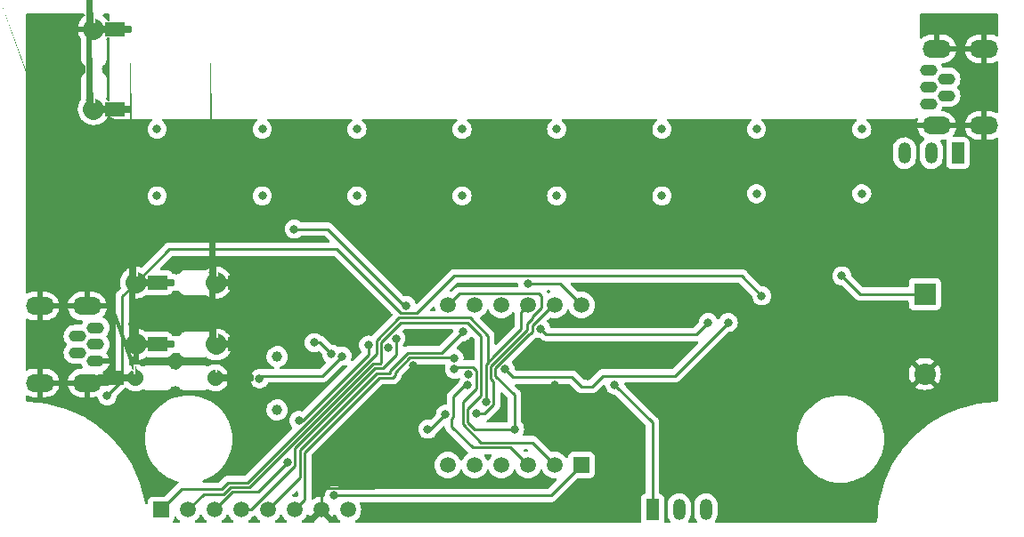
<source format=gbr>
%TF.GenerationSoftware,KiCad,Pcbnew,(6.0.0)*%
%TF.CreationDate,2023-05-06T18:39:40-07:00*%
%TF.ProjectId,digital_clock_v3,64696769-7461-46c5-9f63-6c6f636b5f76,rev?*%
%TF.SameCoordinates,Original*%
%TF.FileFunction,Copper,L2,Bot*%
%TF.FilePolarity,Positive*%
%FSLAX46Y46*%
G04 Gerber Fmt 4.6, Leading zero omitted, Abs format (unit mm)*
G04 Created by KiCad (PCBNEW (6.0.0)) date 2023-05-06 18:39:40*
%MOMM*%
%LPD*%
G01*
G04 APERTURE LIST*
G04 Aperture macros list*
%AMFreePoly0*
4,1,54,0.201078,0.979575,0.387516,0.921863,0.559193,0.829038,0.709571,0.704634,0.832921,0.553392,0.924546,0.381070,0.947815,0.304000,1.093000,0.304000,1.093000,0.635000,1.107645,0.670355,1.143000,0.685000,2.921000,0.685000,2.956355,0.670355,2.971000,0.635000,2.971000,0.304000,3.556000,0.304000,3.591355,0.289355,3.606000,0.254000,3.606000,-0.254000,3.591355,-0.289355,
3.556000,-0.304000,2.971000,-0.304000,2.971000,-0.635000,2.956355,-0.670355,2.921000,-0.685000,1.143000,-0.685000,1.107645,-0.670355,1.093000,-0.635000,1.093000,-0.304000,0.947721,-0.304000,0.913545,-0.406737,0.817145,-0.576432,0.689620,-0.724172,0.535827,-0.844328,0.361625,-0.932324,0.173648,-0.984808,-0.020942,-0.999781,-0.214735,-0.976672,-0.400349,-0.916363,-0.570714,-0.821149,
-0.719340,-0.694658,-0.840567,-0.541708,-0.929776,-0.368125,-0.983571,-0.180519,-0.999903,0.013962,-0.978148,0.207912,-0.919135,0.393942,-0.825113,0.564967,-0.699663,0.714473,-0.547563,0.836764,-0.374607,0.927184,-0.187381,0.982287,0.006981,0.999976,0.201078,0.979575,0.201078,0.979575,$1*%
%AMFreePoly1*
4,1,51,0.174003,0.741867,0.334039,0.684881,0.477472,0.593856,0.597174,0.473315,0.687196,0.329249,0.743064,0.168820,0.762000,0.000000,0.761703,-0.021276,0.738060,-0.189502,0.677735,-0.348309,0.583726,-0.489804,0.460705,-0.606956,0.314786,-0.693941,0.153221,-0.746436,-0.015958,-0.761833,-0.184344,-0.739365,-0.343569,-0.680150,-0.485717,-0.587131,-0.603725,-0.464931,-0.691726,-0.319622,
-0.696923,-0.304000,-1.093000,-0.304000,-1.093000,-0.635000,-1.107645,-0.670355,-1.143000,-0.685000,-2.921000,-0.685000,-2.956355,-0.670355,-2.971000,-0.635000,-2.971000,-0.304000,-3.556000,-0.304000,-3.591355,-0.289355,-3.606000,-0.254000,-3.606000,0.254000,-3.591355,0.289355,-3.556000,0.304000,-2.971000,0.304000,-2.971000,0.635000,-2.956355,0.670355,-2.921000,0.685000,-1.143000,0.685000,
-1.107645,0.670355,-1.093000,0.635000,-1.093000,0.304000,-0.695203,0.304000,-0.682532,0.338812,-0.590508,0.481606,-0.469134,0.600464,-0.324444,0.689478,-0.163628,0.744224,0.005320,0.761981,0.174003,0.741867,0.174003,0.741867,$1*%
%AMFreePoly2*
4,1,50,0.174003,0.741867,0.334039,0.684881,0.477472,0.593856,0.597174,0.473315,0.687196,0.329249,0.695989,0.304000,1.093000,0.304000,1.093000,0.635000,1.107645,0.670355,1.143000,0.685000,2.921000,0.685000,2.956355,0.670355,2.971000,0.635000,2.971000,0.304000,3.556000,0.304000,3.591355,0.289355,3.606000,0.254000,3.606000,-0.254000,3.591355,-0.289355,3.556000,-0.304000,
2.971000,-0.304000,2.971000,-0.635000,2.956355,-0.670355,2.921000,-0.685000,1.143000,-0.685000,1.107645,-0.670355,1.093000,-0.635000,1.093000,-0.304000,0.694566,-0.304000,0.677735,-0.348309,0.583726,-0.489804,0.460705,-0.606956,0.314786,-0.693941,0.153221,-0.746436,-0.015958,-0.761833,-0.184344,-0.739365,-0.343569,-0.680150,-0.485717,-0.587131,-0.603725,-0.464931,-0.691726,-0.319622,
-0.745348,-0.158429,-0.761926,0.010639,-0.740634,0.179178,-0.682532,0.338812,-0.590508,0.481606,-0.469134,0.600464,-0.324444,0.689478,-0.163628,0.744224,0.005320,0.761981,0.174003,0.741867,0.174003,0.741867,$1*%
G04 Aperture macros list end*
%TA.AperFunction,ComponentPad*%
%ADD10O,1.650000X1.100000*%
%TD*%
%TA.AperFunction,ComponentPad*%
%ADD11O,2.700000X1.700000*%
%TD*%
%TA.AperFunction,ComponentPad*%
%ADD12R,2.032000X2.032000*%
%TD*%
%TA.AperFunction,ComponentPad*%
%ADD13C,2.032000*%
%TD*%
%TA.AperFunction,ComponentPad*%
%ADD14R,1.500000X1.500000*%
%TD*%
%TA.AperFunction,ComponentPad*%
%ADD15C,1.500000*%
%TD*%
%TA.AperFunction,ComponentPad*%
%ADD16R,1.200000X2.000000*%
%TD*%
%TA.AperFunction,ComponentPad*%
%ADD17O,1.200000X2.000000*%
%TD*%
%TA.AperFunction,ComponentPad*%
%ADD18FreePoly0,0.000000*%
%TD*%
%TA.AperFunction,ComponentPad*%
%ADD19FreePoly0,180.000000*%
%TD*%
%TA.AperFunction,ComponentPad*%
%ADD20FreePoly1,180.000000*%
%TD*%
%TA.AperFunction,ComponentPad*%
%ADD21FreePoly2,180.000000*%
%TD*%
%TA.AperFunction,ComponentPad*%
%ADD22C,1.000000*%
%TD*%
%TA.AperFunction,ComponentPad*%
%ADD23FreePoly0,90.000000*%
%TD*%
%TA.AperFunction,ComponentPad*%
%ADD24FreePoly0,270.000000*%
%TD*%
%TA.AperFunction,ViaPad*%
%ADD25C,0.800000*%
%TD*%
%TA.AperFunction,Conductor*%
%ADD26C,0.250000*%
%TD*%
G04 APERTURE END LIST*
D10*
%TO.P,J1,1,GND*%
%TO.N,GND*%
X86350000Y-17900000D03*
%TO.P,J1,2,ID*%
%TO.N,unconnected-(J1-Pad2)*%
X88050000Y-18700000D03*
%TO.P,J1,3,D+*%
%TO.N,unconnected-(J1-Pad3)*%
X86350000Y-19500000D03*
%TO.P,J1,4,D-*%
%TO.N,unconnected-(J1-Pad4)*%
X88050000Y-20300000D03*
%TO.P,J1,5,VBUS*%
%TO.N,VCC*%
X86350000Y-21100000D03*
D11*
%TO.P,J1,6,Shield*%
%TO.N,GND*%
X91650000Y-23150000D03*
X87139280Y-15850000D03*
X87139280Y-23150000D03*
X91650000Y-15850000D03*
%TD*%
D12*
%TO.P,BZ1,1,-*%
%TO.N,/A0*%
X86000000Y-39190000D03*
D13*
%TO.P,BZ1,2,+*%
%TO.N,GND*%
X86000000Y-46810000D03*
%TD*%
D14*
%TO.P,T2,1,1*%
%TO.N,/13(SCK)*%
X13360000Y-59750000D03*
D15*
%TO.P,T2,2,2*%
%TO.N,/12(MISO)*%
X15900000Y-59750000D03*
%TO.P,T2,3,3*%
%TO.N,/11(PWM-MOSI)*%
X18440000Y-59750000D03*
%TO.P,T2,4,4*%
%TO.N,Net-(R5-Pad1)*%
X20980000Y-59750000D03*
%TO.P,T2,5,5*%
%TO.N,/0(Rx)*%
X23520000Y-59750000D03*
%TO.P,T2,6,6*%
%TO.N,/1(Tx)*%
X26060000Y-59750000D03*
%TO.P,T2,7,7*%
%TO.N,GND*%
X28600000Y-59750000D03*
%TO.P,T2,8,8*%
%TO.N,VCC*%
X31140000Y-59750000D03*
%TD*%
D10*
%TO.P,J2,1,GND*%
%TO.N,GND*%
X7150000Y-45600000D03*
%TO.P,J2,2,ID*%
%TO.N,unconnected-(J2-Pad2)*%
X5450000Y-44800000D03*
%TO.P,J2,3,D+*%
%TO.N,unconnected-(J2-Pad3)*%
X7150000Y-44000000D03*
%TO.P,J2,4,D-*%
%TO.N,unconnected-(J2-Pad4)*%
X5450000Y-43200000D03*
%TO.P,J2,5,VBUS*%
%TO.N,VCC*%
X7150000Y-42400000D03*
D11*
%TO.P,J2,6,Shield*%
%TO.N,GND*%
X6360720Y-47650000D03*
X1850000Y-40350000D03*
X6360720Y-40350000D03*
X1850000Y-47650000D03*
%TD*%
D16*
%TO.P,T3,1,1*%
%TO.N,unconnected-(T3-Pad1)*%
X89154000Y-25781000D03*
D17*
%TO.P,T3,2,2*%
%TO.N,unconnected-(T3-Pad2)*%
X86614000Y-25781000D03*
%TO.P,T3,3,3*%
%TO.N,/A0*%
X84074000Y-25781000D03*
%TD*%
D18*
%TO.P,C3,1,+*%
%TO.N,Net-(C1-Pad2)*%
X11000000Y-38100000D03*
D19*
%TO.P,C3,2,-*%
%TO.N,Net-(C3-Pad2)*%
X18620000Y-38100000D03*
%TD*%
%TO.P,C4,1,+*%
%TO.N,Net-(C3-Pad2)*%
X18620000Y-44000000D03*
D18*
%TO.P,C4,2,-*%
%TO.N,GND*%
X11000000Y-44000000D03*
%TD*%
D20*
%TO.P,D1,1,K*%
%TO.N,Net-(D1-Pad1)*%
X10922400Y-47175000D03*
D21*
%TO.P,D1,2,A*%
%TO.N,VCC*%
X18542400Y-47175000D03*
%TD*%
D22*
%TO.P,Y2,1,1*%
%TO.N,Net-(C6-Pad1)*%
X24407200Y-45156000D03*
%TO.P,Y2,2,2*%
%TO.N,Net-(C7-Pad1)*%
X24407200Y-50236000D03*
%TD*%
D16*
%TO.P,T1,1,1*%
%TO.N,Net-(T1-Pad1)*%
X60097500Y-59690000D03*
D17*
%TO.P,T1,2,2*%
%TO.N,Net-(T1-Pad2)*%
X62637500Y-59690000D03*
%TO.P,T1,3,3*%
%TO.N,Net-(T1-Pad3)*%
X65177500Y-59690000D03*
%TD*%
D23*
%TO.P,C2,1,+*%
%TO.N,Net-(C1-Pad2)*%
X6985000Y-21590000D03*
D24*
%TO.P,C2,2,-*%
%TO.N,GND*%
X6985000Y-13970000D03*
%TD*%
D14*
%TO.P,U3,1,e*%
%TO.N,/0(Rx)*%
X53350000Y-55477500D03*
D15*
%TO.P,U3,2,d*%
%TO.N,/3(PWM)*%
X50810000Y-55477500D03*
%TO.P,U3,3,DPX*%
%TO.N,/4*%
X48270000Y-55477500D03*
%TO.P,U3,4,c*%
%TO.N,/11(PWM-MOSI)*%
X45730000Y-55477500D03*
%TO.P,U3,5,g*%
%TO.N,/7*%
X43190000Y-55477500D03*
%TO.P,U3,6,CA4*%
%TO.N,Net-(R6-Pad1)*%
X40650000Y-55477500D03*
%TO.P,U3,7,b*%
%TO.N,/8*%
X40650000Y-40237500D03*
%TO.P,U3,8,CA3*%
%TO.N,Net-(R7-Pad1)*%
X43190000Y-40237500D03*
%TO.P,U3,9,CA2*%
%TO.N,Net-(R8-Pad1)*%
X45730000Y-40237500D03*
%TO.P,U3,10,f*%
%TO.N,/13(SCK)*%
X48270000Y-40237500D03*
%TO.P,U3,11,a*%
%TO.N,/12(MISO)*%
X50810000Y-40237500D03*
%TO.P,U3,12,CA1*%
%TO.N,Net-(R9-Pad1)*%
X53350000Y-40237500D03*
%TD*%
D25*
%TO.N,/11(PWM-MOSI)*%
X25400000Y-55245000D03*
%TO.N,GND*%
X65405000Y-27940000D03*
X50800000Y-47841500D03*
X6260500Y-29301885D03*
X25956211Y-44831000D03*
X18000000Y-29845000D03*
X37338000Y-43307000D03*
X77089000Y-59944000D03*
X90932000Y-28448000D03*
X18000000Y-23495000D03*
X89535000Y-44196000D03*
X53975000Y-46990000D03*
X34798000Y-56425500D03*
X63627000Y-47498000D03*
X53721000Y-44323000D03*
X70358000Y-42418000D03*
X28067000Y-27559000D03*
X47244000Y-59944000D03*
X47625000Y-26797000D03*
X89535000Y-32385000D03*
X37338000Y-45974000D03*
X56000000Y-29845000D03*
X23749000Y-38608000D03*
X63373000Y-55753000D03*
X56000000Y-23495000D03*
X37000000Y-23495000D03*
X75692000Y-46355000D03*
X35014502Y-44274937D03*
X37000000Y-29845000D03*
X25840715Y-49478883D03*
X71247000Y-59182000D03*
X33909000Y-41402000D03*
X75000000Y-23495000D03*
X75000000Y-29644500D03*
X51181000Y-50800000D03*
X70866000Y-55626000D03*
X2159000Y-35179000D03*
X20320000Y-40640000D03*
X13970000Y-41275000D03*
X76581000Y-41148000D03*
X4191000Y-26035000D03*
X27023069Y-40739069D03*
X55626000Y-58801000D03*
%TO.N,/A0*%
X78105000Y-37465000D03*
%TO.N,Net-(C1-Pad2)*%
X70485000Y-39370000D03*
X8255000Y-48895000D03*
%TO.N,/10(PWM-SS)*%
X38735000Y-52070000D03*
X40419645Y-50644014D03*
X26473793Y-51238793D03*
X33115990Y-44050501D03*
%TO.N,Net-(R5-Pad1)*%
X35710049Y-43419549D03*
%TO.N,/9(PWM)*%
X22732295Y-47253303D03*
X30575952Y-45107450D03*
%TO.N,/6(PWM)*%
X27940000Y-43815000D03*
X29593665Y-44922738D03*
%TO.N,/A1*%
X80000000Y-23495000D03*
X80000000Y-29644500D03*
%TO.N,/A3*%
X42000000Y-23495000D03*
X42000000Y-29845000D03*
%TO.N,/2*%
X23000000Y-29845000D03*
X23000000Y-23495000D03*
X26035000Y-33020000D03*
X36674011Y-40286479D03*
%TO.N,/A2*%
X61000000Y-29845000D03*
X61000000Y-23495000D03*
%TO.N,/0(Rx)*%
X29845000Y-58382500D03*
X42060049Y-42784549D03*
%TO.N,/1(Tx)*%
X41221895Y-45277297D03*
%TO.N,/A4(SDA)*%
X46090106Y-46375900D03*
X67310000Y-41910000D03*
%TO.N,/A5(SCL)*%
X65405000Y-41910000D03*
X49458292Y-42500382D03*
X42640989Y-46883635D03*
%TO.N,Net-(T1-Pad1)*%
X56515000Y-47841500D03*
%TO.N,/3(PWM)*%
X41275000Y-46355000D03*
%TO.N,/4*%
X42544218Y-47878442D03*
%TO.N,/8*%
X43374800Y-50605200D03*
%TO.N,/13(SCK)*%
X44276697Y-49457901D03*
%TO.N,/12(MISO)*%
X46990000Y-52070000D03*
%TO.N,Net-(R9-Pad1)*%
X48260000Y-38189500D03*
%TO.N,unconnected-(S5-Pad1)*%
X13000000Y-23495000D03*
X13000049Y-29844951D03*
%TO.N,unconnected-(S6-Pad1)*%
X32000000Y-23495000D03*
X32000000Y-29845000D03*
%TO.N,unconnected-(S7-Pad1)*%
X51000000Y-29845000D03*
X51000000Y-23495000D03*
%TO.N,unconnected-(S8-Pad1)*%
X70000000Y-23495000D03*
X70000000Y-29644500D03*
%TD*%
D26*
%TO.N,/13(SCK)*%
X42731195Y-41460491D02*
X44450000Y-43179296D01*
X44450000Y-45720000D02*
X45085000Y-45085000D01*
X36008807Y-41460489D02*
X42731195Y-41460491D01*
X33840491Y-43628805D02*
X36008807Y-41460489D01*
X33840489Y-44896696D02*
X33840491Y-43628805D01*
X19768592Y-57150000D02*
X21587185Y-57150000D01*
X19133592Y-57785000D02*
X19768592Y-57150000D01*
%TO.N,/11(PWM-MOSI)*%
X20140978Y-58049022D02*
X18440000Y-59750000D01*
X25400000Y-55245000D02*
X22595978Y-58049022D01*
%TO.N,/12(MISO)*%
X19319785Y-58234511D02*
X17415489Y-58234511D01*
X19954785Y-57599511D02*
X19319785Y-58234511D01*
X21773378Y-57599511D02*
X19954785Y-57599511D01*
%TO.N,/13(SCK)*%
X44450000Y-43179296D02*
X44450000Y-45720000D01*
%TO.N,/12(MISO)*%
X22672400Y-56700489D02*
X21773378Y-57599511D01*
X22674511Y-56700489D02*
X22672400Y-56700489D01*
X24765000Y-54607889D02*
X24765000Y-54610000D01*
X33544524Y-45828365D02*
X24765000Y-54607889D01*
X34181635Y-45828365D02*
X33544524Y-45828365D01*
X34290000Y-45720000D02*
X34181635Y-45828365D01*
X36195000Y-41910000D02*
X34290002Y-43814998D01*
%TO.N,/13(SCK)*%
X13360000Y-59750000D02*
X15325000Y-57785000D01*
%TO.N,/12(MISO)*%
X43815000Y-48895000D02*
X43815000Y-43180000D01*
X42545000Y-50165000D02*
X43815000Y-48895000D01*
X42545002Y-41910002D02*
X36195000Y-41910000D01*
%TO.N,Net-(R5-Pad1)*%
X35739001Y-43448501D02*
X35710049Y-43419549D01*
X35739001Y-43974836D02*
X35739001Y-43448501D01*
%TO.N,/12(MISO)*%
X17415489Y-58234511D02*
X15900000Y-59750000D01*
%TO.N,Net-(R5-Pad1)*%
X35739003Y-43974838D02*
X35739001Y-43974836D01*
X35739001Y-44575038D02*
X35739003Y-44575036D01*
X26124503Y-53884089D02*
X33730718Y-46277874D01*
X21919600Y-59750000D02*
X26124503Y-55545097D01*
%TO.N,/12(MISO)*%
X34290002Y-43814998D02*
X34290000Y-45720000D01*
%TO.N,Net-(R5-Pad1)*%
X20980000Y-59750000D02*
X21919600Y-59750000D01*
%TO.N,/12(MISO)*%
X43815000Y-43180000D02*
X42545002Y-41910002D01*
X24765000Y-54610000D02*
X22674511Y-56700489D01*
X46990000Y-52070000D02*
X43180000Y-52070000D01*
X42545000Y-51435000D02*
X42545000Y-50165000D01*
%TO.N,Net-(R5-Pad1)*%
X33730718Y-46277874D02*
X34452126Y-46277874D01*
X34452126Y-46277874D02*
X35739001Y-44990999D01*
X35739001Y-44990999D02*
X35739001Y-44575038D01*
%TO.N,/13(SCK)*%
X21587185Y-57150000D02*
X33840489Y-44896696D01*
%TO.N,Net-(R5-Pad1)*%
X35739003Y-44575036D02*
X35739003Y-43974838D01*
%TO.N,/11(PWM-MOSI)*%
X22595978Y-58049022D02*
X20140978Y-58049022D01*
%TO.N,/13(SCK)*%
X15325000Y-57785000D02*
X19133592Y-57785000D01*
%TO.N,Net-(R5-Pad1)*%
X26124503Y-55545097D02*
X26124503Y-53884089D01*
%TO.N,/12(MISO)*%
X43180000Y-52070000D02*
X42545000Y-51435000D01*
%TO.N,/0(Rx)*%
X40044610Y-44799988D02*
X42060049Y-42784549D01*
X36851708Y-44799988D02*
X40044610Y-44799988D01*
X35189021Y-46727386D02*
X35189022Y-46462674D01*
X34551910Y-46727386D02*
X35189021Y-46727386D01*
X34289297Y-46727387D02*
X34551910Y-46727386D01*
X26574013Y-56695987D02*
X26574013Y-54070283D01*
X26574013Y-54070283D02*
X33916910Y-46727386D01*
X33916910Y-46727386D02*
X34289297Y-46727387D01*
X35189022Y-46462674D02*
X36851708Y-44799988D01*
X23520000Y-59750000D02*
X26574013Y-56695987D01*
%TO.N,/1(Tx)*%
X41194097Y-45249499D02*
X41221895Y-45277297D01*
X37037901Y-45249499D02*
X41194097Y-45249499D01*
X35375217Y-47176897D02*
X35638533Y-46913577D01*
X35638533Y-46913577D02*
X35638532Y-46648868D01*
X34103103Y-47176897D02*
X35375217Y-47176897D01*
X27023523Y-54256477D02*
X34103103Y-47176897D01*
X27023523Y-58786477D02*
X27023523Y-54256477D01*
X35638532Y-46648868D02*
X37037901Y-45249499D01*
X26060000Y-59750000D02*
X27023523Y-58786477D01*
%TO.N,GND*%
X28575000Y-57658000D02*
X33565500Y-57658000D01*
X33565500Y-57658000D02*
X34798000Y-56425500D01*
X28575000Y-56515000D02*
X28575000Y-57658000D01*
X37338000Y-47752000D02*
X28575000Y-56515000D01*
X37338000Y-45974000D02*
X37338000Y-47752000D01*
X28600000Y-57746500D02*
X28575000Y-57721500D01*
X28600000Y-59750000D02*
X28600000Y-57746500D01*
%TO.N,/0(Rx)*%
X50445000Y-58382500D02*
X29845000Y-58382500D01*
X53350000Y-55477500D02*
X50445000Y-58382500D01*
%TO.N,/A4(SDA)*%
X46831206Y-47117000D02*
X46090106Y-46375900D01*
X55372000Y-46990000D02*
X54356000Y-48006000D01*
X53340000Y-48006000D02*
X52451000Y-47117000D01*
X52451000Y-47117000D02*
X46831206Y-47117000D01*
X62230000Y-46990000D02*
X55372000Y-46990000D01*
X67310000Y-41910000D02*
X62230000Y-46990000D01*
X54356000Y-48006000D02*
X53340000Y-48006000D01*
%TO.N,/10(PWM-SS)*%
X26862687Y-51238793D02*
X26473793Y-51238793D01*
X33115990Y-44985491D02*
X26862687Y-51238793D01*
X33115990Y-44050501D02*
X33115990Y-44985491D01*
%TO.N,Net-(C1-Pad2)*%
X14175000Y-34925000D02*
X11000000Y-38100000D01*
X30090398Y-34925000D02*
X14175000Y-34925000D01*
X36176377Y-41010979D02*
X30090398Y-34925000D01*
X37727614Y-41010978D02*
X36176377Y-41010979D01*
X70485000Y-39370000D02*
X68580000Y-37465000D01*
X41273592Y-37465000D02*
X37727614Y-41010978D01*
X68580000Y-37465000D02*
X41273592Y-37465000D01*
%TO.N,/2*%
X29210000Y-33020000D02*
X36476479Y-40286479D01*
X26035000Y-33020000D02*
X29210000Y-33020000D01*
X36476479Y-40286479D02*
X36674011Y-40286479D01*
%TO.N,/13(SCK)*%
X45085000Y-45085000D02*
X44264511Y-45905489D01*
X47625000Y-42545000D02*
X45085000Y-45085000D01*
X47625000Y-40882500D02*
X47625000Y-42545000D01*
X44264511Y-49445715D02*
X44276697Y-49457901D01*
X48270000Y-40237500D02*
X47625000Y-40882500D01*
%TO.N,/12(MISO)*%
X48669224Y-42197809D02*
X50629533Y-40237500D01*
X48669224Y-42771480D02*
X48669224Y-42197809D01*
X48524020Y-42917388D02*
X48524020Y-42916684D01*
X48391911Y-43049497D02*
X48523757Y-42918025D01*
X45163532Y-46990000D02*
X45163532Y-46277876D01*
X48523758Y-42917650D02*
X48524020Y-42917388D01*
X46990000Y-48816468D02*
X45163532Y-46990000D01*
%TO.N,/8*%
X45001198Y-49758000D02*
X44153998Y-50605200D01*
X44714022Y-47254726D02*
X45001198Y-47541902D01*
%TO.N,/12(MISO)*%
X46990000Y-52070000D02*
X46990000Y-48816468D01*
%TO.N,/8*%
X44714022Y-46091682D02*
X44714022Y-47254726D01*
X48219713Y-42585287D02*
X48074511Y-42730489D01*
%TO.N,/12(MISO)*%
X48523757Y-42918025D02*
X48523758Y-42917650D01*
%TO.N,/8*%
X48719511Y-41307578D02*
X48719510Y-41511819D01*
X49322989Y-39162989D02*
X49530000Y-39370000D01*
%TO.N,/12(MISO)*%
X50629533Y-40237500D02*
X50810000Y-40237500D01*
%TO.N,/8*%
X41724511Y-39162989D02*
X49322989Y-39162989D01*
X40650000Y-40237500D02*
X41724511Y-39162989D01*
X48719510Y-41511819D02*
X48219713Y-42011616D01*
X49530000Y-40497089D02*
X48719511Y-41307578D01*
X44153998Y-50605200D02*
X43374800Y-50605200D01*
X49530000Y-39370000D02*
X49530000Y-40497089D01*
X48219713Y-42011616D02*
X48219713Y-42585287D01*
%TO.N,/12(MISO)*%
X45163532Y-46277876D02*
X48391911Y-43049497D01*
%TO.N,/8*%
X48074510Y-42731194D02*
X44714022Y-46091682D01*
%TO.N,/13(SCK)*%
X44264511Y-45905489D02*
X44264511Y-49445715D01*
%TO.N,/8*%
X48074511Y-42730489D02*
X48074510Y-42731194D01*
X45001198Y-47541902D02*
X45001198Y-49758000D01*
%TO.N,/12(MISO)*%
X48524020Y-42916684D02*
X48669224Y-42771480D01*
%TO.N,/A5(SCL)*%
X65405000Y-41910000D02*
X64273135Y-43041865D01*
X49999775Y-43041865D02*
X49458292Y-42500382D01*
X64273135Y-43041865D02*
X49999775Y-43041865D01*
%TO.N,/3(PWM)*%
X42983430Y-46159134D02*
X41470866Y-46159134D01*
X43365489Y-48182879D02*
X43365489Y-46541193D01*
X42095489Y-49452879D02*
X43365489Y-48182879D01*
X42095489Y-51621193D02*
X42095489Y-49452879D01*
X43814296Y-53340000D02*
X42095489Y-51621193D01*
X50810000Y-55477500D02*
X48672500Y-53340000D01*
X43365489Y-46541193D02*
X42983430Y-46159134D01*
X48672500Y-53340000D02*
X43814296Y-53340000D01*
%TO.N,/4*%
X41196470Y-48971418D02*
X42289446Y-47878442D01*
X41196470Y-50877122D02*
X41196470Y-48971418D01*
X41010980Y-51062612D02*
X41196470Y-50877122D01*
X42289446Y-47878442D02*
X42544218Y-47878442D01*
X42993103Y-53789511D02*
X41010979Y-51807387D01*
X48270000Y-55477500D02*
X46582011Y-53789511D01*
X41010979Y-51807387D02*
X41010980Y-51062612D01*
X46582011Y-53789511D02*
X42993103Y-53789511D01*
%TO.N,/3(PWM)*%
X41470866Y-46159134D02*
X41275000Y-46355000D01*
%TO.N,/10(PWM-SS)*%
X38735000Y-52070000D02*
X38993659Y-52070000D01*
X38993659Y-52070000D02*
X40419645Y-50644014D01*
%TO.N,/A0*%
X79830000Y-39190000D02*
X78105000Y-37465000D01*
X86000000Y-39190000D02*
X79830000Y-39190000D01*
%TO.N,Net-(C1-Pad2)*%
X9675489Y-47474511D02*
X8255000Y-48895000D01*
X11000000Y-38100000D02*
X9675489Y-39424511D01*
X9675489Y-39424511D02*
X9675489Y-47474511D01*
%TO.N,/9(PWM)*%
X28693402Y-46990000D02*
X30575952Y-45107450D01*
X22732295Y-47253303D02*
X22995598Y-46990000D01*
X22995598Y-46990000D02*
X28693402Y-46990000D01*
%TO.N,/6(PWM)*%
X27940000Y-43815000D02*
X28485927Y-43815000D01*
X28485927Y-43815000D02*
X29593665Y-44922738D01*
%TO.N,Net-(T1-Pad1)*%
X60097500Y-51424000D02*
X56515000Y-47841500D01*
X60097500Y-59690000D02*
X60097500Y-51424000D01*
%TO.N,Net-(R9-Pad1)*%
X53350000Y-40237500D02*
X51302000Y-38189500D01*
X51302000Y-38189500D02*
X48260000Y-38189500D01*
%TD*%
%TA.AperFunction,Conductor*%
%TO.N,GND*%
G36*
X52204526Y-47770502D02*
G01*
X52225501Y-47787405D01*
X52836353Y-48398258D01*
X52843887Y-48406537D01*
X52848000Y-48413018D01*
X52888983Y-48451503D01*
X52897651Y-48459643D01*
X52900493Y-48462398D01*
X52920230Y-48482135D01*
X52923427Y-48484615D01*
X52932447Y-48492318D01*
X52964679Y-48522586D01*
X52971625Y-48526405D01*
X52971628Y-48526407D01*
X52982434Y-48532348D01*
X52998953Y-48543199D01*
X53014959Y-48555614D01*
X53022228Y-48558759D01*
X53022232Y-48558762D01*
X53055537Y-48573174D01*
X53066187Y-48578391D01*
X53104940Y-48599695D01*
X53112615Y-48601666D01*
X53112616Y-48601666D01*
X53124562Y-48604733D01*
X53143267Y-48611137D01*
X53161855Y-48619181D01*
X53169678Y-48620420D01*
X53169688Y-48620423D01*
X53205524Y-48626099D01*
X53217144Y-48628505D01*
X53243623Y-48635303D01*
X53259970Y-48639500D01*
X53280224Y-48639500D01*
X53299934Y-48641051D01*
X53319943Y-48644220D01*
X53327835Y-48643474D01*
X53346580Y-48641702D01*
X53363962Y-48640059D01*
X53375819Y-48639500D01*
X54277233Y-48639500D01*
X54288416Y-48640027D01*
X54295909Y-48641702D01*
X54303835Y-48641453D01*
X54303836Y-48641453D01*
X54363986Y-48639562D01*
X54367945Y-48639500D01*
X54395856Y-48639500D01*
X54399791Y-48639003D01*
X54399856Y-48638995D01*
X54411693Y-48638062D01*
X54443951Y-48637048D01*
X54447970Y-48636922D01*
X54455889Y-48636673D01*
X54475343Y-48631021D01*
X54494700Y-48627013D01*
X54506930Y-48625468D01*
X54506931Y-48625468D01*
X54514797Y-48624474D01*
X54522168Y-48621555D01*
X54522170Y-48621555D01*
X54555912Y-48608196D01*
X54567142Y-48604351D01*
X54601983Y-48594229D01*
X54601984Y-48594229D01*
X54609593Y-48592018D01*
X54616412Y-48587985D01*
X54616417Y-48587983D01*
X54627028Y-48581707D01*
X54644776Y-48573012D01*
X54663617Y-48565552D01*
X54699387Y-48539564D01*
X54709307Y-48533048D01*
X54740535Y-48514580D01*
X54740538Y-48514578D01*
X54747362Y-48510542D01*
X54761683Y-48496221D01*
X54776717Y-48483380D01*
X54786694Y-48476131D01*
X54793107Y-48471472D01*
X54798157Y-48465368D01*
X54798162Y-48465363D01*
X54821293Y-48437402D01*
X54829283Y-48428621D01*
X55397100Y-47860805D01*
X55459412Y-47826780D01*
X55530228Y-47831845D01*
X55587063Y-47874392D01*
X55611505Y-47936730D01*
X55618030Y-47998808D01*
X55621458Y-48031428D01*
X55680473Y-48213056D01*
X55775960Y-48378444D01*
X55780378Y-48383351D01*
X55780379Y-48383352D01*
X55846739Y-48457052D01*
X55903747Y-48520366D01*
X55976431Y-48573174D01*
X56050553Y-48627027D01*
X56058248Y-48632618D01*
X56064276Y-48635302D01*
X56064278Y-48635303D01*
X56220983Y-48705072D01*
X56232712Y-48710294D01*
X56322678Y-48729417D01*
X56413056Y-48748628D01*
X56413061Y-48748628D01*
X56419513Y-48750000D01*
X56475406Y-48750000D01*
X56543527Y-48770002D01*
X56564501Y-48786905D01*
X59427095Y-51649500D01*
X59461121Y-51711812D01*
X59464000Y-51738595D01*
X59464000Y-58072130D01*
X59443998Y-58140251D01*
X59390342Y-58186744D01*
X59382230Y-58190112D01*
X59272692Y-58231176D01*
X59250795Y-58239385D01*
X59134239Y-58326739D01*
X59046885Y-58443295D01*
X58995755Y-58579684D01*
X58989000Y-58641866D01*
X58989000Y-60738134D01*
X58995755Y-60800316D01*
X59003798Y-60821771D01*
X59008981Y-60892576D01*
X58975061Y-60954946D01*
X58912806Y-60989075D01*
X58885816Y-60992000D01*
X31959988Y-60992000D01*
X31891867Y-60971998D01*
X31845374Y-60918342D01*
X31835270Y-60848068D01*
X31864764Y-60783488D01*
X31887717Y-60762787D01*
X31947527Y-60720908D01*
X31947529Y-60720906D01*
X31952038Y-60717749D01*
X32107749Y-60562038D01*
X32119878Y-60544717D01*
X32230899Y-60386162D01*
X32230902Y-60386157D01*
X32234056Y-60381653D01*
X32236381Y-60376667D01*
X32236382Y-60376666D01*
X32303277Y-60233207D01*
X32327120Y-60182076D01*
X32384115Y-59969371D01*
X32403307Y-59750000D01*
X32384115Y-59530629D01*
X32327120Y-59317924D01*
X32269916Y-59195249D01*
X32259255Y-59125058D01*
X32288235Y-59060246D01*
X32347655Y-59021389D01*
X32384111Y-59016000D01*
X50366233Y-59016000D01*
X50377416Y-59016527D01*
X50384909Y-59018202D01*
X50392835Y-59017953D01*
X50392836Y-59017953D01*
X50452986Y-59016062D01*
X50456945Y-59016000D01*
X50484856Y-59016000D01*
X50488791Y-59015503D01*
X50488856Y-59015495D01*
X50500693Y-59014562D01*
X50532951Y-59013548D01*
X50536970Y-59013422D01*
X50544889Y-59013173D01*
X50564343Y-59007521D01*
X50583700Y-59003513D01*
X50595930Y-59001968D01*
X50595931Y-59001968D01*
X50603797Y-59000974D01*
X50611168Y-58998055D01*
X50611170Y-58998055D01*
X50644912Y-58984696D01*
X50656142Y-58980851D01*
X50690983Y-58970729D01*
X50690984Y-58970729D01*
X50698593Y-58968518D01*
X50705412Y-58964485D01*
X50705417Y-58964483D01*
X50716028Y-58958207D01*
X50733776Y-58949512D01*
X50752617Y-58942052D01*
X50788387Y-58916064D01*
X50798307Y-58909548D01*
X50829535Y-58891080D01*
X50829538Y-58891078D01*
X50836362Y-58887042D01*
X50850683Y-58872721D01*
X50865717Y-58859880D01*
X50875694Y-58852631D01*
X50882107Y-58847972D01*
X50910298Y-58813895D01*
X50918288Y-58805116D01*
X52950499Y-56772905D01*
X53012811Y-56738879D01*
X53039594Y-56736000D01*
X54148134Y-56736000D01*
X54210316Y-56729245D01*
X54346705Y-56678115D01*
X54463261Y-56590761D01*
X54550615Y-56474205D01*
X54601745Y-56337816D01*
X54608500Y-56275634D01*
X54608500Y-54679366D01*
X54601745Y-54617184D01*
X54550615Y-54480795D01*
X54463261Y-54364239D01*
X54346705Y-54276885D01*
X54210316Y-54225755D01*
X54148134Y-54219000D01*
X52551866Y-54219000D01*
X52489684Y-54225755D01*
X52353295Y-54276885D01*
X52236739Y-54364239D01*
X52149385Y-54480795D01*
X52098255Y-54617184D01*
X52091500Y-54679366D01*
X52091500Y-54713924D01*
X52071498Y-54782045D01*
X52017842Y-54828538D01*
X51947568Y-54838642D01*
X51882988Y-54809148D01*
X51862287Y-54786195D01*
X51780908Y-54669973D01*
X51780906Y-54669970D01*
X51777749Y-54665462D01*
X51622038Y-54509751D01*
X51612326Y-54502950D01*
X51526727Y-54443013D01*
X51441654Y-54383444D01*
X51242076Y-54290380D01*
X51029371Y-54233385D01*
X50810000Y-54214193D01*
X50590629Y-54233385D01*
X50585314Y-54234809D01*
X50585315Y-54234809D01*
X50559283Y-54241784D01*
X50488306Y-54240094D01*
X50437577Y-54209172D01*
X49176152Y-52947747D01*
X49168612Y-52939461D01*
X49164500Y-52932982D01*
X49114848Y-52886356D01*
X49112007Y-52883602D01*
X49092270Y-52863865D01*
X49089073Y-52861385D01*
X49080051Y-52853680D01*
X49053600Y-52828841D01*
X49047821Y-52823414D01*
X49040875Y-52819595D01*
X49040872Y-52819593D01*
X49030066Y-52813652D01*
X49013547Y-52802801D01*
X49013083Y-52802441D01*
X48997541Y-52790386D01*
X48990272Y-52787241D01*
X48990268Y-52787238D01*
X48956963Y-52772826D01*
X48946313Y-52767609D01*
X48907560Y-52746305D01*
X48898408Y-52743955D01*
X48887938Y-52741267D01*
X48869234Y-52734863D01*
X48857920Y-52729967D01*
X48857919Y-52729967D01*
X48850645Y-52726819D01*
X48842822Y-52725580D01*
X48842812Y-52725577D01*
X48806976Y-52719901D01*
X48795356Y-52717495D01*
X48760211Y-52708472D01*
X48760210Y-52708472D01*
X48752530Y-52706500D01*
X48732276Y-52706500D01*
X48712565Y-52704949D01*
X48700386Y-52703020D01*
X48692557Y-52701780D01*
X48684665Y-52702526D01*
X48648539Y-52705941D01*
X48636681Y-52706500D01*
X47889800Y-52706500D01*
X47821679Y-52686498D01*
X47775186Y-52632842D01*
X47765082Y-52562568D01*
X47780681Y-52517500D01*
X47821223Y-52447279D01*
X47821224Y-52447278D01*
X47824527Y-52441556D01*
X47883542Y-52259928D01*
X47886887Y-52228107D01*
X47902814Y-52076565D01*
X47903504Y-52070000D01*
X47890194Y-51943363D01*
X47884232Y-51886635D01*
X47884232Y-51886633D01*
X47883542Y-51880072D01*
X47824527Y-51698444D01*
X47729040Y-51533056D01*
X47655863Y-51451785D01*
X47625147Y-51387779D01*
X47623500Y-51367476D01*
X47623500Y-48895235D01*
X47624027Y-48884052D01*
X47625702Y-48876559D01*
X47624410Y-48835434D01*
X47623562Y-48808469D01*
X47623500Y-48804511D01*
X47623500Y-48776612D01*
X47622996Y-48772621D01*
X47622063Y-48760779D01*
X47621913Y-48755980D01*
X47620674Y-48716579D01*
X47618462Y-48708965D01*
X47618461Y-48708960D01*
X47615023Y-48697127D01*
X47611012Y-48677763D01*
X47609467Y-48665532D01*
X47608474Y-48657671D01*
X47605557Y-48650304D01*
X47605556Y-48650299D01*
X47592198Y-48616560D01*
X47588354Y-48605333D01*
X47583313Y-48587983D01*
X47576018Y-48562875D01*
X47565707Y-48545440D01*
X47557012Y-48527692D01*
X47549552Y-48508851D01*
X47523564Y-48473081D01*
X47517048Y-48463161D01*
X47498580Y-48431933D01*
X47498578Y-48431930D01*
X47494542Y-48425106D01*
X47480221Y-48410785D01*
X47467380Y-48395751D01*
X47460131Y-48385774D01*
X47455472Y-48379361D01*
X47449368Y-48374311D01*
X47449363Y-48374306D01*
X47421402Y-48351175D01*
X47412621Y-48343185D01*
X47035032Y-47965595D01*
X47001007Y-47903283D01*
X47006072Y-47832467D01*
X47048619Y-47775632D01*
X47115139Y-47750821D01*
X47124128Y-47750500D01*
X52136405Y-47750500D01*
X52204526Y-47770502D01*
G37*
%TD.AperFunction*%
%TA.AperFunction,Conductor*%
G36*
X6099638Y-12528002D02*
G01*
X6146131Y-12581658D01*
X6156235Y-12651932D01*
X6126741Y-12716512D01*
X6109782Y-12732745D01*
X5970605Y-12843056D01*
X5965978Y-12847106D01*
X5898354Y-12912411D01*
X5894145Y-12916893D01*
X5771032Y-13061551D01*
X5767281Y-13066422D01*
X5713628Y-13143618D01*
X5710369Y-13148834D01*
X5617701Y-13314643D01*
X5614965Y-13320155D01*
X5577330Y-13406300D01*
X5575147Y-13412047D01*
X5516451Y-13592697D01*
X5514835Y-13598641D01*
X5494650Y-13690451D01*
X5493625Y-13696512D01*
X5493446Y-13698011D01*
X5495873Y-13712418D01*
X5508641Y-13716000D01*
X7113000Y-13716000D01*
X7181121Y-13736002D01*
X7227614Y-13789658D01*
X7239000Y-13842000D01*
X7239000Y-14098000D01*
X7218998Y-14166121D01*
X7165342Y-14212614D01*
X7113000Y-14224000D01*
X5508908Y-14224000D01*
X5496039Y-14227779D01*
X5494116Y-14242845D01*
X5500575Y-14279478D01*
X5501937Y-14285470D01*
X5553015Y-14468411D01*
X5554964Y-14474271D01*
X5588954Y-14561902D01*
X5591455Y-14567522D01*
X5677098Y-14737068D01*
X5680138Y-14742419D01*
X5730514Y-14821798D01*
X5734048Y-14826807D01*
X5777100Y-14881912D01*
X5803277Y-14947907D01*
X5798707Y-14994981D01*
X5793032Y-15014308D01*
X5790531Y-15029743D01*
X5787200Y-15122947D01*
X5782868Y-15122792D01*
X5782882Y-15122947D01*
X5786776Y-15122947D01*
X5786776Y-15132567D01*
X5786696Y-15137066D01*
X5785918Y-15158850D01*
X5786054Y-15160118D01*
X5786776Y-15173586D01*
X5786776Y-16881053D01*
X5786669Y-16881053D01*
X5787636Y-16888752D01*
X5785918Y-16936854D01*
X5787823Y-16954582D01*
X5820608Y-17083040D01*
X5823443Y-17091556D01*
X5836281Y-17122551D01*
X5839187Y-17128625D01*
X5886381Y-17215055D01*
X5895534Y-17227748D01*
X5983567Y-17322299D01*
X5997447Y-17333485D01*
X6106069Y-17397931D01*
X6154448Y-17449893D01*
X6161756Y-17480820D01*
X6162671Y-17480551D01*
X6163611Y-17483752D01*
X6164930Y-17494249D01*
X6167776Y-17506294D01*
X6167776Y-17516053D01*
X6167669Y-17516053D01*
X6168636Y-17523752D01*
X6166918Y-17571854D01*
X6168823Y-17589582D01*
X6201608Y-17718040D01*
X6204442Y-17726554D01*
X6206336Y-17731127D01*
X6213922Y-17801717D01*
X6206336Y-17827553D01*
X6206333Y-17827561D01*
X6202253Y-17837412D01*
X6171315Y-17942778D01*
X6167700Y-18043947D01*
X6163366Y-18043792D01*
X6163380Y-18043947D01*
X6167271Y-18043947D01*
X6167271Y-18052880D01*
X6164896Y-18060967D01*
X6165367Y-18066248D01*
X6164392Y-18070730D01*
X6162172Y-18070247D01*
X6147269Y-18121001D01*
X6101656Y-18163468D01*
X6025650Y-18204970D01*
X6018735Y-18208746D01*
X6012971Y-18214112D01*
X6012969Y-18214114D01*
X5995137Y-18230717D01*
X5911717Y-18308386D01*
X5837105Y-18434141D01*
X5835386Y-18438292D01*
X5825380Y-18462449D01*
X5825373Y-18462465D01*
X5822978Y-18468248D01*
X5821253Y-18472412D01*
X5820303Y-18475648D01*
X5820300Y-18475656D01*
X5792535Y-18570216D01*
X5790315Y-18577778D01*
X5786700Y-18678947D01*
X5782366Y-18678792D01*
X5782380Y-18678947D01*
X5786271Y-18678947D01*
X5786271Y-18688704D01*
X5786191Y-18693203D01*
X5785094Y-18723907D01*
X5786197Y-18728228D01*
X5786271Y-18729613D01*
X5786271Y-20437053D01*
X5786166Y-20437053D01*
X5787135Y-20444767D01*
X5785094Y-20501907D01*
X5787321Y-20510635D01*
X5787322Y-20510640D01*
X5801175Y-20564918D01*
X5798641Y-20635869D01*
X5776174Y-20676392D01*
X5756116Y-20700638D01*
X5700050Y-20783758D01*
X5606775Y-20956266D01*
X5605582Y-20959104D01*
X5569116Y-21045852D01*
X5569113Y-21045861D01*
X5567921Y-21048696D01*
X5509930Y-21236036D01*
X5509315Y-21239032D01*
X5509313Y-21239040D01*
X5499848Y-21285152D01*
X5489771Y-21334247D01*
X5469271Y-21529283D01*
X5468570Y-21629546D01*
X5486344Y-21824849D01*
X5486919Y-21827864D01*
X5486920Y-21827870D01*
X5488465Y-21835969D01*
X5505132Y-21923337D01*
X5560503Y-22111468D01*
X5561653Y-22114315D01*
X5561655Y-22114320D01*
X5579505Y-22158500D01*
X5598061Y-22204427D01*
X5645897Y-22295929D01*
X5674969Y-22351538D01*
X5688918Y-22378221D01*
X5690608Y-22380804D01*
X5690610Y-22380807D01*
X5742131Y-22459539D01*
X5743818Y-22462117D01*
X5745743Y-22464511D01*
X5745745Y-22464514D01*
X5783341Y-22511274D01*
X5866701Y-22614953D01*
X5898981Y-22647916D01*
X5934693Y-22684384D01*
X5934700Y-22684391D01*
X5936852Y-22686588D01*
X6087081Y-22812645D01*
X6169808Y-22869290D01*
X6341661Y-22963767D01*
X6344489Y-22964979D01*
X6430982Y-23002050D01*
X6430986Y-23002051D01*
X6433815Y-23003264D01*
X6436744Y-23004193D01*
X6436749Y-23004195D01*
X6519977Y-23030596D01*
X6620745Y-23062562D01*
X6623751Y-23063201D01*
X6623755Y-23063202D01*
X6655375Y-23069923D01*
X6718818Y-23083408D01*
X6913706Y-23105268D01*
X6916770Y-23105311D01*
X6916773Y-23105311D01*
X6979277Y-23106184D01*
X7013957Y-23106668D01*
X7209380Y-23090258D01*
X7307995Y-23072159D01*
X7496508Y-23018104D01*
X7499367Y-23016972D01*
X7499373Y-23016970D01*
X7586870Y-22982328D01*
X7586875Y-22982326D01*
X7589731Y-22981195D01*
X7634755Y-22958056D01*
X7761410Y-22892964D01*
X7761414Y-22892962D01*
X7764155Y-22891553D01*
X7766736Y-22889889D01*
X7766744Y-22889885D01*
X7845852Y-22838902D01*
X7848431Y-22837240D01*
X8002121Y-22715427D01*
X8074245Y-22645778D01*
X8201348Y-22496432D01*
X8204304Y-22492180D01*
X8248245Y-22428956D01*
X8258569Y-22414102D01*
X8260067Y-22411421D01*
X8260073Y-22411412D01*
X8341926Y-22264952D01*
X8392619Y-22215246D01*
X8462139Y-22200838D01*
X8528412Y-22226301D01*
X8556953Y-22262137D01*
X8559081Y-22260776D01*
X8563917Y-22268337D01*
X8567633Y-22276510D01*
X8584374Y-22295939D01*
X8595479Y-22310947D01*
X8609160Y-22332631D01*
X8615888Y-22338573D01*
X8631296Y-22352181D01*
X8643340Y-22364373D01*
X8662619Y-22386747D01*
X8670147Y-22391626D01*
X8670150Y-22391629D01*
X8684139Y-22400696D01*
X8699013Y-22411986D01*
X8718228Y-22428956D01*
X8726354Y-22432771D01*
X8726355Y-22432772D01*
X8732021Y-22435432D01*
X8744966Y-22441510D01*
X8759935Y-22449824D01*
X8784727Y-22465893D01*
X8793327Y-22468465D01*
X8809290Y-22473239D01*
X8826736Y-22479901D01*
X8849948Y-22490799D01*
X8879130Y-22495343D01*
X8895849Y-22499126D01*
X8915536Y-22505014D01*
X8915539Y-22505015D01*
X8924141Y-22507587D01*
X8933116Y-22507642D01*
X8933117Y-22507642D01*
X8939810Y-22507683D01*
X8958556Y-22507797D01*
X8959328Y-22507830D01*
X8960423Y-22508000D01*
X8991298Y-22508000D01*
X8992068Y-22508002D01*
X9065716Y-22508452D01*
X9065717Y-22508452D01*
X9069652Y-22508476D01*
X9070996Y-22508092D01*
X9072341Y-22508000D01*
X12425069Y-22508000D01*
X12493190Y-22528002D01*
X12539683Y-22581658D01*
X12549787Y-22651932D01*
X12520293Y-22716512D01*
X12499131Y-22735935D01*
X12388747Y-22816134D01*
X12384326Y-22821044D01*
X12384325Y-22821045D01*
X12320251Y-22892207D01*
X12260960Y-22958056D01*
X12257659Y-22963774D01*
X12175159Y-23106668D01*
X12165473Y-23123444D01*
X12106458Y-23305072D01*
X12086496Y-23495000D01*
X12087186Y-23501565D01*
X12103593Y-23657665D01*
X12106458Y-23684928D01*
X12165473Y-23866556D01*
X12260960Y-24031944D01*
X12265378Y-24036851D01*
X12265379Y-24036852D01*
X12349675Y-24130472D01*
X12388747Y-24173866D01*
X12487843Y-24245864D01*
X12532474Y-24278290D01*
X12543248Y-24286118D01*
X12549276Y-24288802D01*
X12549278Y-24288803D01*
X12687588Y-24350382D01*
X12717712Y-24363794D01*
X12811112Y-24383647D01*
X12898056Y-24402128D01*
X12898061Y-24402128D01*
X12904513Y-24403500D01*
X13095487Y-24403500D01*
X13101939Y-24402128D01*
X13101944Y-24402128D01*
X13188888Y-24383647D01*
X13282288Y-24363794D01*
X13312412Y-24350382D01*
X13450722Y-24288803D01*
X13450724Y-24288802D01*
X13456752Y-24286118D01*
X13467527Y-24278290D01*
X13512157Y-24245864D01*
X13611253Y-24173866D01*
X13650325Y-24130472D01*
X13734621Y-24036852D01*
X13734622Y-24036851D01*
X13739040Y-24031944D01*
X13834527Y-23866556D01*
X13893542Y-23684928D01*
X13896408Y-23657665D01*
X13912814Y-23501565D01*
X13913504Y-23495000D01*
X13893542Y-23305072D01*
X13834527Y-23123444D01*
X13824842Y-23106668D01*
X13742341Y-22963774D01*
X13739040Y-22958056D01*
X13679750Y-22892207D01*
X13615675Y-22821045D01*
X13615674Y-22821044D01*
X13611253Y-22816134D01*
X13500870Y-22735935D01*
X13457516Y-22679714D01*
X13451441Y-22608978D01*
X13484572Y-22546186D01*
X13546392Y-22511274D01*
X13574931Y-22508000D01*
X22425069Y-22508000D01*
X22493190Y-22528002D01*
X22539683Y-22581658D01*
X22549787Y-22651932D01*
X22520293Y-22716512D01*
X22499131Y-22735935D01*
X22388747Y-22816134D01*
X22384326Y-22821044D01*
X22384325Y-22821045D01*
X22320251Y-22892207D01*
X22260960Y-22958056D01*
X22257659Y-22963774D01*
X22175159Y-23106668D01*
X22165473Y-23123444D01*
X22106458Y-23305072D01*
X22086496Y-23495000D01*
X22087186Y-23501565D01*
X22103593Y-23657665D01*
X22106458Y-23684928D01*
X22165473Y-23866556D01*
X22260960Y-24031944D01*
X22265378Y-24036851D01*
X22265379Y-24036852D01*
X22349675Y-24130472D01*
X22388747Y-24173866D01*
X22487843Y-24245864D01*
X22532474Y-24278290D01*
X22543248Y-24286118D01*
X22549276Y-24288802D01*
X22549278Y-24288803D01*
X22687588Y-24350382D01*
X22717712Y-24363794D01*
X22811112Y-24383647D01*
X22898056Y-24402128D01*
X22898061Y-24402128D01*
X22904513Y-24403500D01*
X23095487Y-24403500D01*
X23101939Y-24402128D01*
X23101944Y-24402128D01*
X23188888Y-24383647D01*
X23282288Y-24363794D01*
X23312412Y-24350382D01*
X23450722Y-24288803D01*
X23450724Y-24288802D01*
X23456752Y-24286118D01*
X23467527Y-24278290D01*
X23512157Y-24245864D01*
X23611253Y-24173866D01*
X23650325Y-24130472D01*
X23734621Y-24036852D01*
X23734622Y-24036851D01*
X23739040Y-24031944D01*
X23834527Y-23866556D01*
X23893542Y-23684928D01*
X23896408Y-23657665D01*
X23912814Y-23501565D01*
X23913504Y-23495000D01*
X23893542Y-23305072D01*
X23834527Y-23123444D01*
X23824842Y-23106668D01*
X23742341Y-22963774D01*
X23739040Y-22958056D01*
X23679750Y-22892207D01*
X23615675Y-22821045D01*
X23615674Y-22821044D01*
X23611253Y-22816134D01*
X23500870Y-22735935D01*
X23457516Y-22679714D01*
X23451441Y-22608978D01*
X23484572Y-22546186D01*
X23546392Y-22511274D01*
X23574931Y-22508000D01*
X31425069Y-22508000D01*
X31493190Y-22528002D01*
X31539683Y-22581658D01*
X31549787Y-22651932D01*
X31520293Y-22716512D01*
X31499131Y-22735935D01*
X31388747Y-22816134D01*
X31384326Y-22821044D01*
X31384325Y-22821045D01*
X31320251Y-22892207D01*
X31260960Y-22958056D01*
X31257659Y-22963774D01*
X31175159Y-23106668D01*
X31165473Y-23123444D01*
X31106458Y-23305072D01*
X31086496Y-23495000D01*
X31087186Y-23501565D01*
X31103593Y-23657665D01*
X31106458Y-23684928D01*
X31165473Y-23866556D01*
X31260960Y-24031944D01*
X31265378Y-24036851D01*
X31265379Y-24036852D01*
X31349675Y-24130472D01*
X31388747Y-24173866D01*
X31487843Y-24245864D01*
X31532474Y-24278290D01*
X31543248Y-24286118D01*
X31549276Y-24288802D01*
X31549278Y-24288803D01*
X31687588Y-24350382D01*
X31717712Y-24363794D01*
X31811112Y-24383647D01*
X31898056Y-24402128D01*
X31898061Y-24402128D01*
X31904513Y-24403500D01*
X32095487Y-24403500D01*
X32101939Y-24402128D01*
X32101944Y-24402128D01*
X32188888Y-24383647D01*
X32282288Y-24363794D01*
X32312412Y-24350382D01*
X32450722Y-24288803D01*
X32450724Y-24288802D01*
X32456752Y-24286118D01*
X32467527Y-24278290D01*
X32512157Y-24245864D01*
X32611253Y-24173866D01*
X32650325Y-24130472D01*
X32734621Y-24036852D01*
X32734622Y-24036851D01*
X32739040Y-24031944D01*
X32834527Y-23866556D01*
X32893542Y-23684928D01*
X32896408Y-23657665D01*
X32912814Y-23501565D01*
X32913504Y-23495000D01*
X32893542Y-23305072D01*
X32834527Y-23123444D01*
X32824842Y-23106668D01*
X32742341Y-22963774D01*
X32739040Y-22958056D01*
X32679750Y-22892207D01*
X32615675Y-22821045D01*
X32615674Y-22821044D01*
X32611253Y-22816134D01*
X32500870Y-22735935D01*
X32457516Y-22679714D01*
X32451441Y-22608978D01*
X32484572Y-22546186D01*
X32546392Y-22511274D01*
X32574931Y-22508000D01*
X41425069Y-22508000D01*
X41493190Y-22528002D01*
X41539683Y-22581658D01*
X41549787Y-22651932D01*
X41520293Y-22716512D01*
X41499131Y-22735935D01*
X41388747Y-22816134D01*
X41384326Y-22821044D01*
X41384325Y-22821045D01*
X41320251Y-22892207D01*
X41260960Y-22958056D01*
X41257659Y-22963774D01*
X41175159Y-23106668D01*
X41165473Y-23123444D01*
X41106458Y-23305072D01*
X41086496Y-23495000D01*
X41087186Y-23501565D01*
X41103593Y-23657665D01*
X41106458Y-23684928D01*
X41165473Y-23866556D01*
X41260960Y-24031944D01*
X41265378Y-24036851D01*
X41265379Y-24036852D01*
X41349675Y-24130472D01*
X41388747Y-24173866D01*
X41487843Y-24245864D01*
X41532474Y-24278290D01*
X41543248Y-24286118D01*
X41549276Y-24288802D01*
X41549278Y-24288803D01*
X41687588Y-24350382D01*
X41717712Y-24363794D01*
X41811112Y-24383647D01*
X41898056Y-24402128D01*
X41898061Y-24402128D01*
X41904513Y-24403500D01*
X42095487Y-24403500D01*
X42101939Y-24402128D01*
X42101944Y-24402128D01*
X42188888Y-24383647D01*
X42282288Y-24363794D01*
X42312412Y-24350382D01*
X42450722Y-24288803D01*
X42450724Y-24288802D01*
X42456752Y-24286118D01*
X42467527Y-24278290D01*
X42512157Y-24245864D01*
X42611253Y-24173866D01*
X42650325Y-24130472D01*
X42734621Y-24036852D01*
X42734622Y-24036851D01*
X42739040Y-24031944D01*
X42834527Y-23866556D01*
X42893542Y-23684928D01*
X42896408Y-23657665D01*
X42912814Y-23501565D01*
X42913504Y-23495000D01*
X42893542Y-23305072D01*
X42834527Y-23123444D01*
X42824842Y-23106668D01*
X42742341Y-22963774D01*
X42739040Y-22958056D01*
X42679750Y-22892207D01*
X42615675Y-22821045D01*
X42615674Y-22821044D01*
X42611253Y-22816134D01*
X42500870Y-22735935D01*
X42457516Y-22679714D01*
X42451441Y-22608978D01*
X42484572Y-22546186D01*
X42546392Y-22511274D01*
X42574931Y-22508000D01*
X50425069Y-22508000D01*
X50493190Y-22528002D01*
X50539683Y-22581658D01*
X50549787Y-22651932D01*
X50520293Y-22716512D01*
X50499131Y-22735935D01*
X50388747Y-22816134D01*
X50384326Y-22821044D01*
X50384325Y-22821045D01*
X50320251Y-22892207D01*
X50260960Y-22958056D01*
X50257659Y-22963774D01*
X50175159Y-23106668D01*
X50165473Y-23123444D01*
X50106458Y-23305072D01*
X50086496Y-23495000D01*
X50087186Y-23501565D01*
X50103593Y-23657665D01*
X50106458Y-23684928D01*
X50165473Y-23866556D01*
X50260960Y-24031944D01*
X50265378Y-24036851D01*
X50265379Y-24036852D01*
X50349675Y-24130472D01*
X50388747Y-24173866D01*
X50487843Y-24245864D01*
X50532474Y-24278290D01*
X50543248Y-24286118D01*
X50549276Y-24288802D01*
X50549278Y-24288803D01*
X50687588Y-24350382D01*
X50717712Y-24363794D01*
X50811112Y-24383647D01*
X50898056Y-24402128D01*
X50898061Y-24402128D01*
X50904513Y-24403500D01*
X51095487Y-24403500D01*
X51101939Y-24402128D01*
X51101944Y-24402128D01*
X51188888Y-24383647D01*
X51282288Y-24363794D01*
X51312412Y-24350382D01*
X51450722Y-24288803D01*
X51450724Y-24288802D01*
X51456752Y-24286118D01*
X51467527Y-24278290D01*
X51512157Y-24245864D01*
X51611253Y-24173866D01*
X51650325Y-24130472D01*
X51734621Y-24036852D01*
X51734622Y-24036851D01*
X51739040Y-24031944D01*
X51834527Y-23866556D01*
X51893542Y-23684928D01*
X51896408Y-23657665D01*
X51912814Y-23501565D01*
X51913504Y-23495000D01*
X51893542Y-23305072D01*
X51834527Y-23123444D01*
X51824842Y-23106668D01*
X51742341Y-22963774D01*
X51739040Y-22958056D01*
X51679750Y-22892207D01*
X51615675Y-22821045D01*
X51615674Y-22821044D01*
X51611253Y-22816134D01*
X51500870Y-22735935D01*
X51457516Y-22679714D01*
X51451441Y-22608978D01*
X51484572Y-22546186D01*
X51546392Y-22511274D01*
X51574931Y-22508000D01*
X60425069Y-22508000D01*
X60493190Y-22528002D01*
X60539683Y-22581658D01*
X60549787Y-22651932D01*
X60520293Y-22716512D01*
X60499131Y-22735935D01*
X60388747Y-22816134D01*
X60384326Y-22821044D01*
X60384325Y-22821045D01*
X60320251Y-22892207D01*
X60260960Y-22958056D01*
X60257659Y-22963774D01*
X60175159Y-23106668D01*
X60165473Y-23123444D01*
X60106458Y-23305072D01*
X60086496Y-23495000D01*
X60087186Y-23501565D01*
X60103593Y-23657665D01*
X60106458Y-23684928D01*
X60165473Y-23866556D01*
X60260960Y-24031944D01*
X60265378Y-24036851D01*
X60265379Y-24036852D01*
X60349675Y-24130472D01*
X60388747Y-24173866D01*
X60487843Y-24245864D01*
X60532474Y-24278290D01*
X60543248Y-24286118D01*
X60549276Y-24288802D01*
X60549278Y-24288803D01*
X60687588Y-24350382D01*
X60717712Y-24363794D01*
X60811112Y-24383647D01*
X60898056Y-24402128D01*
X60898061Y-24402128D01*
X60904513Y-24403500D01*
X61095487Y-24403500D01*
X61101939Y-24402128D01*
X61101944Y-24402128D01*
X61188888Y-24383647D01*
X61282288Y-24363794D01*
X61312412Y-24350382D01*
X61450722Y-24288803D01*
X61450724Y-24288802D01*
X61456752Y-24286118D01*
X61467527Y-24278290D01*
X61512157Y-24245864D01*
X61611253Y-24173866D01*
X61650325Y-24130472D01*
X61734621Y-24036852D01*
X61734622Y-24036851D01*
X61739040Y-24031944D01*
X61834527Y-23866556D01*
X61893542Y-23684928D01*
X61896408Y-23657665D01*
X61912814Y-23501565D01*
X61913504Y-23495000D01*
X61893542Y-23305072D01*
X61834527Y-23123444D01*
X61824842Y-23106668D01*
X61742341Y-22963774D01*
X61739040Y-22958056D01*
X61679750Y-22892207D01*
X61615675Y-22821045D01*
X61615674Y-22821044D01*
X61611253Y-22816134D01*
X61500870Y-22735935D01*
X61457516Y-22679714D01*
X61451441Y-22608978D01*
X61484572Y-22546186D01*
X61546392Y-22511274D01*
X61574931Y-22508000D01*
X69425069Y-22508000D01*
X69493190Y-22528002D01*
X69539683Y-22581658D01*
X69549787Y-22651932D01*
X69520293Y-22716512D01*
X69499131Y-22735935D01*
X69388747Y-22816134D01*
X69384326Y-22821044D01*
X69384325Y-22821045D01*
X69320251Y-22892207D01*
X69260960Y-22958056D01*
X69257659Y-22963774D01*
X69175159Y-23106668D01*
X69165473Y-23123444D01*
X69106458Y-23305072D01*
X69086496Y-23495000D01*
X69087186Y-23501565D01*
X69103593Y-23657665D01*
X69106458Y-23684928D01*
X69165473Y-23866556D01*
X69260960Y-24031944D01*
X69265378Y-24036851D01*
X69265379Y-24036852D01*
X69349675Y-24130472D01*
X69388747Y-24173866D01*
X69487843Y-24245864D01*
X69532474Y-24278290D01*
X69543248Y-24286118D01*
X69549276Y-24288802D01*
X69549278Y-24288803D01*
X69687588Y-24350382D01*
X69717712Y-24363794D01*
X69811112Y-24383647D01*
X69898056Y-24402128D01*
X69898061Y-24402128D01*
X69904513Y-24403500D01*
X70095487Y-24403500D01*
X70101939Y-24402128D01*
X70101944Y-24402128D01*
X70188888Y-24383647D01*
X70282288Y-24363794D01*
X70312412Y-24350382D01*
X70450722Y-24288803D01*
X70450724Y-24288802D01*
X70456752Y-24286118D01*
X70467527Y-24278290D01*
X70512157Y-24245864D01*
X70611253Y-24173866D01*
X70650325Y-24130472D01*
X70734621Y-24036852D01*
X70734622Y-24036851D01*
X70739040Y-24031944D01*
X70834527Y-23866556D01*
X70893542Y-23684928D01*
X70896408Y-23657665D01*
X70912814Y-23501565D01*
X70913504Y-23495000D01*
X70893542Y-23305072D01*
X70834527Y-23123444D01*
X70824842Y-23106668D01*
X70742341Y-22963774D01*
X70739040Y-22958056D01*
X70679750Y-22892207D01*
X70615675Y-22821045D01*
X70615674Y-22821044D01*
X70611253Y-22816134D01*
X70500870Y-22735935D01*
X70457516Y-22679714D01*
X70451441Y-22608978D01*
X70484572Y-22546186D01*
X70546392Y-22511274D01*
X70574931Y-22508000D01*
X79425069Y-22508000D01*
X79493190Y-22528002D01*
X79539683Y-22581658D01*
X79549787Y-22651932D01*
X79520293Y-22716512D01*
X79499131Y-22735935D01*
X79388747Y-22816134D01*
X79384326Y-22821044D01*
X79384325Y-22821045D01*
X79320251Y-22892207D01*
X79260960Y-22958056D01*
X79257659Y-22963774D01*
X79175159Y-23106668D01*
X79165473Y-23123444D01*
X79106458Y-23305072D01*
X79086496Y-23495000D01*
X79087186Y-23501565D01*
X79103593Y-23657665D01*
X79106458Y-23684928D01*
X79165473Y-23866556D01*
X79260960Y-24031944D01*
X79265378Y-24036851D01*
X79265379Y-24036852D01*
X79349675Y-24130472D01*
X79388747Y-24173866D01*
X79487843Y-24245864D01*
X79532474Y-24278290D01*
X79543248Y-24286118D01*
X79549276Y-24288802D01*
X79549278Y-24288803D01*
X79687588Y-24350382D01*
X79717712Y-24363794D01*
X79811112Y-24383647D01*
X79898056Y-24402128D01*
X79898061Y-24402128D01*
X79904513Y-24403500D01*
X80095487Y-24403500D01*
X80101939Y-24402128D01*
X80101944Y-24402128D01*
X80188888Y-24383647D01*
X80282288Y-24363794D01*
X80312412Y-24350382D01*
X80450722Y-24288803D01*
X80450724Y-24288802D01*
X80456752Y-24286118D01*
X80467527Y-24278290D01*
X80512157Y-24245864D01*
X80611253Y-24173866D01*
X80650325Y-24130472D01*
X80734621Y-24036852D01*
X80734622Y-24036851D01*
X80739040Y-24031944D01*
X80834527Y-23866556D01*
X80893542Y-23684928D01*
X80896408Y-23657665D01*
X80912814Y-23501565D01*
X80913504Y-23495000D01*
X80905472Y-23418580D01*
X85308032Y-23418580D01*
X85332757Y-23536421D01*
X85335817Y-23546617D01*
X85416543Y-23751029D01*
X85421274Y-23760561D01*
X85535296Y-23948462D01*
X85541560Y-23957052D01*
X85685607Y-24123052D01*
X85693238Y-24130472D01*
X85863191Y-24269826D01*
X85871958Y-24275850D01*
X85913153Y-24299300D01*
X85962459Y-24350382D01*
X85976321Y-24420012D01*
X85950338Y-24486083D01*
X85923722Y-24511571D01*
X85891277Y-24534586D01*
X85891275Y-24534588D01*
X85886389Y-24538054D01*
X85740119Y-24690850D01*
X85625380Y-24868548D01*
X85546314Y-25064737D01*
X85505772Y-25272337D01*
X85505500Y-25277899D01*
X85505500Y-26233846D01*
X85520548Y-26391566D01*
X85580092Y-26594534D01*
X85676942Y-26782580D01*
X85807604Y-26948920D01*
X85812135Y-26952852D01*
X85812138Y-26952855D01*
X85948802Y-27071446D01*
X85967363Y-27087552D01*
X85972549Y-27090552D01*
X85972553Y-27090555D01*
X86065388Y-27144261D01*
X86150454Y-27193473D01*
X86350271Y-27262861D01*
X86356206Y-27263722D01*
X86356208Y-27263722D01*
X86553664Y-27292352D01*
X86553667Y-27292352D01*
X86559604Y-27293213D01*
X86770899Y-27283433D01*
X86902077Y-27251819D01*
X86970701Y-27235281D01*
X86970703Y-27235280D01*
X86976534Y-27233875D01*
X86981992Y-27231393D01*
X86981996Y-27231392D01*
X87097041Y-27179084D01*
X87169087Y-27146326D01*
X87301120Y-27052669D01*
X87336725Y-27027412D01*
X87336726Y-27027411D01*
X87341611Y-27023946D01*
X87487881Y-26871150D01*
X87602620Y-26693452D01*
X87681686Y-26497263D01*
X87722228Y-26289663D01*
X87722500Y-26284101D01*
X87722500Y-25328154D01*
X87707452Y-25170434D01*
X87647908Y-24967466D01*
X87551058Y-24779420D01*
X87497968Y-24711833D01*
X87471618Y-24645907D01*
X87485093Y-24576201D01*
X87534115Y-24524846D01*
X87597054Y-24508000D01*
X87694486Y-24508000D01*
X87699795Y-24507775D01*
X87863605Y-24493876D01*
X87874073Y-24492086D01*
X87910848Y-24482541D01*
X87981809Y-24484788D01*
X88040291Y-24525042D01*
X88067725Y-24590524D01*
X88060485Y-24648729D01*
X88055029Y-24663282D01*
X88055027Y-24663288D01*
X88052255Y-24670684D01*
X88045500Y-24732866D01*
X88045500Y-26829134D01*
X88052255Y-26891316D01*
X88103385Y-27027705D01*
X88190739Y-27144261D01*
X88307295Y-27231615D01*
X88443684Y-27282745D01*
X88505866Y-27289500D01*
X89802134Y-27289500D01*
X89864316Y-27282745D01*
X90000705Y-27231615D01*
X90117261Y-27144261D01*
X90204615Y-27027705D01*
X90255745Y-26891316D01*
X90262500Y-26829134D01*
X90262500Y-24732866D01*
X90255745Y-24670684D01*
X90204615Y-24534295D01*
X90117261Y-24417739D01*
X90000705Y-24330385D01*
X89864316Y-24279255D01*
X89802134Y-24272500D01*
X88744663Y-24272500D01*
X88676542Y-24252498D01*
X88630049Y-24198842D01*
X88619945Y-24128568D01*
X88649439Y-24063988D01*
X88654410Y-24058773D01*
X88663221Y-24048814D01*
X88794421Y-23872475D01*
X88800025Y-23863438D01*
X88899637Y-23667516D01*
X88903637Y-23657665D01*
X88968814Y-23447760D01*
X88971097Y-23437376D01*
X88973141Y-23421957D01*
X88972617Y-23418580D01*
X89818752Y-23418580D01*
X89843477Y-23536421D01*
X89846537Y-23546617D01*
X89927263Y-23751029D01*
X89931994Y-23760561D01*
X90046016Y-23948462D01*
X90052280Y-23957052D01*
X90196327Y-24123052D01*
X90203958Y-24130472D01*
X90373911Y-24269826D01*
X90382678Y-24275850D01*
X90573682Y-24384576D01*
X90583346Y-24389041D01*
X90789941Y-24464031D01*
X90800208Y-24466802D01*
X91017655Y-24506123D01*
X91025884Y-24507056D01*
X91044402Y-24507930D01*
X91047377Y-24508000D01*
X91377885Y-24508000D01*
X91393124Y-24503525D01*
X91394329Y-24502135D01*
X91396000Y-24494452D01*
X91396000Y-23422115D01*
X91391525Y-23406876D01*
X91390135Y-23405671D01*
X91382452Y-23404000D01*
X89833808Y-23404000D01*
X89820277Y-23407973D01*
X89818752Y-23418580D01*
X88972617Y-23418580D01*
X88970945Y-23407793D01*
X88957758Y-23404000D01*
X85323088Y-23404000D01*
X85309557Y-23407973D01*
X85308032Y-23418580D01*
X80905472Y-23418580D01*
X80893542Y-23305072D01*
X80834527Y-23123444D01*
X80824842Y-23106668D01*
X80742341Y-22963774D01*
X80739040Y-22958056D01*
X80679750Y-22892207D01*
X80615675Y-22821045D01*
X80615674Y-22821044D01*
X80611253Y-22816134D01*
X80500870Y-22735935D01*
X80457516Y-22679714D01*
X80451441Y-22608978D01*
X80484572Y-22546186D01*
X80546392Y-22511274D01*
X80574931Y-22508000D01*
X84991298Y-22508000D01*
X84992069Y-22508002D01*
X85069652Y-22508476D01*
X85078281Y-22506010D01*
X85078286Y-22506009D01*
X85098048Y-22500361D01*
X85114809Y-22496783D01*
X85135152Y-22493870D01*
X85135162Y-22493867D01*
X85144045Y-22492595D01*
X85167395Y-22481979D01*
X85184907Y-22475536D01*
X85200932Y-22470956D01*
X85200935Y-22470955D01*
X85209565Y-22468488D01*
X85214203Y-22465562D01*
X85282814Y-22456242D01*
X85347163Y-22486237D01*
X85385081Y-22546260D01*
X85384528Y-22617254D01*
X85380653Y-22628223D01*
X85374925Y-22642328D01*
X85309746Y-22852240D01*
X85307463Y-22862624D01*
X85305419Y-22878043D01*
X85307615Y-22892207D01*
X85320802Y-22896000D01*
X88955472Y-22896000D01*
X88969003Y-22892027D01*
X88970528Y-22881420D01*
X88969819Y-22878043D01*
X89816139Y-22878043D01*
X89818335Y-22892207D01*
X89831522Y-22896000D01*
X91377885Y-22896000D01*
X91393124Y-22891525D01*
X91394329Y-22890135D01*
X91396000Y-22882452D01*
X91396000Y-21810115D01*
X91391525Y-21794876D01*
X91390135Y-21793671D01*
X91382452Y-21792000D01*
X91094794Y-21792000D01*
X91089485Y-21792225D01*
X90925675Y-21806124D01*
X90915203Y-21807914D01*
X90702465Y-21863130D01*
X90692425Y-21866665D01*
X90492030Y-21956937D01*
X90482744Y-21962106D01*
X90300425Y-22084850D01*
X90292130Y-22091519D01*
X90133100Y-22243228D01*
X90126059Y-22251186D01*
X89994859Y-22427525D01*
X89989255Y-22436562D01*
X89889643Y-22632484D01*
X89885643Y-22642335D01*
X89820466Y-22852240D01*
X89818183Y-22862624D01*
X89816139Y-22878043D01*
X88969819Y-22878043D01*
X88945803Y-22763579D01*
X88942743Y-22753383D01*
X88862017Y-22548971D01*
X88857286Y-22539439D01*
X88743264Y-22351538D01*
X88737000Y-22342948D01*
X88592953Y-22176948D01*
X88585322Y-22169528D01*
X88415369Y-22030174D01*
X88406602Y-22024150D01*
X88215598Y-21915424D01*
X88205934Y-21910959D01*
X87999339Y-21835969D01*
X87989072Y-21833198D01*
X87771625Y-21793877D01*
X87763396Y-21792944D01*
X87744878Y-21792070D01*
X87741903Y-21792000D01*
X87665578Y-21792000D01*
X87597457Y-21771998D01*
X87550964Y-21718342D01*
X87540860Y-21648068D01*
X87554742Y-21606072D01*
X87602585Y-21517588D01*
X87602587Y-21517584D01*
X87605514Y-21512170D01*
X87625613Y-21447241D01*
X87664864Y-21388082D01*
X87729868Y-21359534D01*
X87745978Y-21358500D01*
X88377237Y-21358500D01*
X88380293Y-21358200D01*
X88380300Y-21358200D01*
X88525466Y-21343966D01*
X88525469Y-21343965D01*
X88531592Y-21343365D01*
X88663546Y-21303526D01*
X88724407Y-21285152D01*
X88724410Y-21285151D01*
X88730315Y-21283368D01*
X88735762Y-21280472D01*
X88908153Y-21188809D01*
X88908155Y-21188808D01*
X88913599Y-21185913D01*
X88973471Y-21137083D01*
X89069689Y-21058610D01*
X89069692Y-21058607D01*
X89074464Y-21054715D01*
X89079444Y-21048696D01*
X89202855Y-20899518D01*
X89206783Y-20894770D01*
X89209714Y-20889350D01*
X89302584Y-20717590D01*
X89302586Y-20717585D01*
X89305514Y-20712170D01*
X89366898Y-20513871D01*
X89367542Y-20507745D01*
X89387952Y-20313554D01*
X89387952Y-20313552D01*
X89388596Y-20307425D01*
X89369782Y-20100697D01*
X89311173Y-19901560D01*
X89215001Y-19717600D01*
X89102937Y-19578220D01*
X89075841Y-19512597D01*
X89088524Y-19442743D01*
X89104050Y-19418952D01*
X89202855Y-19299518D01*
X89206783Y-19294770D01*
X89209714Y-19289350D01*
X89302584Y-19117590D01*
X89302586Y-19117585D01*
X89305514Y-19112170D01*
X89366898Y-18913871D01*
X89386864Y-18723907D01*
X89387952Y-18713554D01*
X89387952Y-18713552D01*
X89388596Y-18707425D01*
X89369782Y-18500697D01*
X89361458Y-18472412D01*
X89312912Y-18307469D01*
X89311173Y-18301560D01*
X89215001Y-18117600D01*
X89084929Y-17955823D01*
X89072371Y-17945285D01*
X88931958Y-17827465D01*
X88925911Y-17822391D01*
X88920519Y-17819427D01*
X88920515Y-17819424D01*
X88749402Y-17725354D01*
X88744005Y-17722387D01*
X88546139Y-17659621D01*
X88540022Y-17658935D01*
X88540018Y-17658934D01*
X88463402Y-17650341D01*
X88384587Y-17641500D01*
X87746098Y-17641500D01*
X87677977Y-17621498D01*
X87631484Y-17567842D01*
X87625224Y-17551074D01*
X87612447Y-17507660D01*
X87607853Y-17496289D01*
X87553528Y-17392375D01*
X87539694Y-17322739D01*
X87565704Y-17256679D01*
X87623300Y-17215167D01*
X87665190Y-17208000D01*
X87694486Y-17208000D01*
X87699795Y-17207775D01*
X87863605Y-17193876D01*
X87874077Y-17192086D01*
X88086815Y-17136870D01*
X88096855Y-17133335D01*
X88297250Y-17043063D01*
X88306536Y-17037894D01*
X88488855Y-16915150D01*
X88497150Y-16908481D01*
X88656180Y-16756772D01*
X88663221Y-16748814D01*
X88794421Y-16572475D01*
X88800025Y-16563438D01*
X88899637Y-16367516D01*
X88903637Y-16357665D01*
X88968814Y-16147760D01*
X88971097Y-16137376D01*
X88973141Y-16121957D01*
X88972617Y-16118580D01*
X89818752Y-16118580D01*
X89843477Y-16236421D01*
X89846537Y-16246617D01*
X89927263Y-16451029D01*
X89931994Y-16460561D01*
X90046016Y-16648462D01*
X90052280Y-16657052D01*
X90196327Y-16823052D01*
X90203958Y-16830472D01*
X90373911Y-16969826D01*
X90382678Y-16975850D01*
X90573682Y-17084576D01*
X90583346Y-17089041D01*
X90789941Y-17164031D01*
X90800208Y-17166802D01*
X91017655Y-17206123D01*
X91025884Y-17207056D01*
X91044402Y-17207930D01*
X91047377Y-17208000D01*
X91377885Y-17208000D01*
X91393124Y-17203525D01*
X91394329Y-17202135D01*
X91396000Y-17194452D01*
X91396000Y-16122115D01*
X91391525Y-16106876D01*
X91390135Y-16105671D01*
X91382452Y-16104000D01*
X89833808Y-16104000D01*
X89820277Y-16107973D01*
X89818752Y-16118580D01*
X88972617Y-16118580D01*
X88970945Y-16107793D01*
X88957758Y-16104000D01*
X87011280Y-16104000D01*
X86943159Y-16083998D01*
X86896666Y-16030342D01*
X86885280Y-15978000D01*
X86885280Y-15577885D01*
X87393280Y-15577885D01*
X87397755Y-15593124D01*
X87399145Y-15594329D01*
X87406828Y-15596000D01*
X88955472Y-15596000D01*
X88969003Y-15592027D01*
X88970528Y-15581420D01*
X88969819Y-15578043D01*
X89816139Y-15578043D01*
X89818335Y-15592207D01*
X89831522Y-15596000D01*
X91377885Y-15596000D01*
X91393124Y-15591525D01*
X91394329Y-15590135D01*
X91396000Y-15582452D01*
X91396000Y-14510115D01*
X91391525Y-14494876D01*
X91390135Y-14493671D01*
X91382452Y-14492000D01*
X91094794Y-14492000D01*
X91089485Y-14492225D01*
X90925675Y-14506124D01*
X90915203Y-14507914D01*
X90702465Y-14563130D01*
X90692425Y-14566665D01*
X90492030Y-14656937D01*
X90482744Y-14662106D01*
X90300425Y-14784850D01*
X90292130Y-14791519D01*
X90133100Y-14943228D01*
X90126059Y-14951186D01*
X89994859Y-15127525D01*
X89989255Y-15136562D01*
X89889643Y-15332484D01*
X89885643Y-15342335D01*
X89820466Y-15552240D01*
X89818183Y-15562624D01*
X89816139Y-15578043D01*
X88969819Y-15578043D01*
X88945803Y-15463579D01*
X88942743Y-15453383D01*
X88862017Y-15248971D01*
X88857286Y-15239439D01*
X88743264Y-15051538D01*
X88737000Y-15042948D01*
X88592953Y-14876948D01*
X88585322Y-14869528D01*
X88415369Y-14730174D01*
X88406602Y-14724150D01*
X88215598Y-14615424D01*
X88205934Y-14610959D01*
X87999339Y-14535969D01*
X87989072Y-14533198D01*
X87771625Y-14493877D01*
X87763396Y-14492944D01*
X87744878Y-14492070D01*
X87741903Y-14492000D01*
X87411395Y-14492000D01*
X87396156Y-14496475D01*
X87394951Y-14497865D01*
X87393280Y-14505548D01*
X87393280Y-15577885D01*
X86885280Y-15577885D01*
X86885280Y-14510115D01*
X86880805Y-14494876D01*
X86879415Y-14493671D01*
X86871732Y-14492000D01*
X86584074Y-14492000D01*
X86578765Y-14492225D01*
X86414955Y-14506124D01*
X86404483Y-14507914D01*
X86191745Y-14563130D01*
X86181705Y-14566665D01*
X85981310Y-14656937D01*
X85972024Y-14662106D01*
X85789705Y-14784850D01*
X85781410Y-14791519D01*
X85720972Y-14849175D01*
X85657876Y-14881723D01*
X85587199Y-14874992D01*
X85531381Y-14831118D01*
X85508000Y-14758006D01*
X85508000Y-12634000D01*
X85528002Y-12565879D01*
X85581658Y-12519386D01*
X85634000Y-12508000D01*
X92866000Y-12508000D01*
X92934121Y-12528002D01*
X92980614Y-12581658D01*
X92992000Y-12634000D01*
X92992000Y-14549952D01*
X92971998Y-14618073D01*
X92918342Y-14664566D01*
X92848068Y-14674670D01*
X92803668Y-14659454D01*
X92726318Y-14615424D01*
X92716654Y-14610959D01*
X92510059Y-14535969D01*
X92499792Y-14533198D01*
X92282345Y-14493877D01*
X92274116Y-14492944D01*
X92255598Y-14492070D01*
X92252623Y-14492000D01*
X91922115Y-14492000D01*
X91906876Y-14496475D01*
X91905671Y-14497865D01*
X91904000Y-14505548D01*
X91904000Y-17189885D01*
X91908475Y-17205124D01*
X91909865Y-17206329D01*
X91917548Y-17208000D01*
X92205206Y-17208000D01*
X92210515Y-17207775D01*
X92374325Y-17193876D01*
X92384797Y-17192086D01*
X92597535Y-17136870D01*
X92607575Y-17133335D01*
X92812831Y-17040873D01*
X92813714Y-17042834D01*
X92873988Y-17029219D01*
X92940704Y-17053500D01*
X92983702Y-17109995D01*
X92992000Y-17154966D01*
X92992000Y-21849952D01*
X92971998Y-21918073D01*
X92918342Y-21964566D01*
X92848068Y-21974670D01*
X92803668Y-21959454D01*
X92726318Y-21915424D01*
X92716654Y-21910959D01*
X92510059Y-21835969D01*
X92499792Y-21833198D01*
X92282345Y-21793877D01*
X92274116Y-21792944D01*
X92255598Y-21792070D01*
X92252623Y-21792000D01*
X91922115Y-21792000D01*
X91906876Y-21796475D01*
X91905671Y-21797865D01*
X91904000Y-21805548D01*
X91904000Y-24489885D01*
X91908475Y-24505124D01*
X91909865Y-24506329D01*
X91917548Y-24508000D01*
X92205206Y-24508000D01*
X92210515Y-24507775D01*
X92374325Y-24493876D01*
X92384797Y-24492086D01*
X92597535Y-24436870D01*
X92607575Y-24433335D01*
X92812831Y-24340873D01*
X92813714Y-24342834D01*
X92873988Y-24329219D01*
X92940704Y-24353500D01*
X92983702Y-24409995D01*
X92992000Y-24454966D01*
X92992000Y-49237388D01*
X92971998Y-49305509D01*
X92955096Y-49326483D01*
X92823615Y-49457965D01*
X92761303Y-49491990D01*
X92738053Y-49494820D01*
X92356265Y-49505532D01*
X92356261Y-49505532D01*
X92354487Y-49505582D01*
X92352722Y-49505731D01*
X92352720Y-49505731D01*
X92190632Y-49519403D01*
X91711006Y-49559859D01*
X91709262Y-49560105D01*
X91709246Y-49560107D01*
X91073322Y-49649885D01*
X91071580Y-49650131D01*
X91069854Y-49650474D01*
X91069850Y-49650475D01*
X90933308Y-49677635D01*
X90438221Y-49776114D01*
X89812923Y-49937411D01*
X89197653Y-50133516D01*
X89196001Y-50134147D01*
X89195997Y-50134148D01*
X88596011Y-50363174D01*
X88595998Y-50363180D01*
X88594346Y-50363810D01*
X88310553Y-50490799D01*
X88059533Y-50603123D01*
X88004901Y-50627569D01*
X88003346Y-50628372D01*
X88003328Y-50628381D01*
X87811942Y-50727254D01*
X87431172Y-50923965D01*
X87078081Y-51132248D01*
X86881126Y-51248429D01*
X86874965Y-51252063D01*
X86873497Y-51253044D01*
X86339503Y-51609847D01*
X86339485Y-51609860D01*
X86338030Y-51610832D01*
X86336611Y-51611900D01*
X85827021Y-51995405D01*
X85822055Y-51999142D01*
X85820709Y-52000279D01*
X85820706Y-52000281D01*
X85757831Y-52053374D01*
X85328665Y-52415773D01*
X84859412Y-52859412D01*
X84415773Y-53328665D01*
X83999142Y-53822055D01*
X83998079Y-53823467D01*
X83998073Y-53823475D01*
X83732637Y-54176179D01*
X83610832Y-54338030D01*
X83609860Y-54339485D01*
X83609847Y-54339503D01*
X83389034Y-54669973D01*
X83252063Y-54874965D01*
X82923965Y-55431172D01*
X82923151Y-55432748D01*
X82628381Y-56003328D01*
X82628372Y-56003346D01*
X82627569Y-56004901D01*
X82363810Y-56594346D01*
X82363180Y-56595998D01*
X82363174Y-56596011D01*
X82157175Y-57135672D01*
X82133516Y-57197653D01*
X81937411Y-57812923D01*
X81776114Y-58438221D01*
X81703134Y-58805116D01*
X81651342Y-59065494D01*
X81650131Y-59071580D01*
X81649886Y-59073318D01*
X81649885Y-59073322D01*
X81584551Y-59536106D01*
X81559859Y-59711006D01*
X81505582Y-60354487D01*
X81505532Y-60356259D01*
X81505532Y-60356264D01*
X81503306Y-60435606D01*
X81495993Y-60696295D01*
X81494821Y-60738053D01*
X81472917Y-60805586D01*
X81457966Y-60823614D01*
X81326485Y-60955095D01*
X81264173Y-60989121D01*
X81237390Y-60992000D01*
X66143411Y-60992000D01*
X66075290Y-60971998D01*
X66028797Y-60918342D01*
X66018693Y-60848068D01*
X66044528Y-60787909D01*
X66047237Y-60784479D01*
X66051381Y-60780150D01*
X66068337Y-60753891D01*
X66108570Y-60691580D01*
X66166120Y-60602452D01*
X66208301Y-60497786D01*
X66242942Y-60411832D01*
X66242943Y-60411829D01*
X66245186Y-60406263D01*
X66285728Y-60198663D01*
X66286000Y-60193101D01*
X66286000Y-59237154D01*
X66270952Y-59079434D01*
X66211408Y-58876466D01*
X66175391Y-58806534D01*
X66117304Y-58693751D01*
X66117302Y-58693748D01*
X66114558Y-58688420D01*
X65983896Y-58522080D01*
X65979365Y-58518148D01*
X65979362Y-58518145D01*
X65828667Y-58387379D01*
X65824137Y-58383448D01*
X65818951Y-58380448D01*
X65818947Y-58380445D01*
X65646242Y-58280533D01*
X65641046Y-58277527D01*
X65441229Y-58208139D01*
X65435294Y-58207278D01*
X65435292Y-58207278D01*
X65237836Y-58178648D01*
X65237833Y-58178648D01*
X65231896Y-58177787D01*
X65020601Y-58187567D01*
X64889423Y-58219181D01*
X64820799Y-58235719D01*
X64820797Y-58235720D01*
X64814966Y-58237125D01*
X64809508Y-58239607D01*
X64809504Y-58239608D01*
X64694459Y-58291916D01*
X64622413Y-58324674D01*
X64539557Y-58383448D01*
X64465319Y-58436109D01*
X64449889Y-58447054D01*
X64303619Y-58599850D01*
X64188880Y-58777548D01*
X64186637Y-58783114D01*
X64116073Y-58958207D01*
X64109814Y-58973737D01*
X64069272Y-59181337D01*
X64069000Y-59186899D01*
X64069000Y-60142846D01*
X64084048Y-60300566D01*
X64143592Y-60503534D01*
X64146336Y-60508861D01*
X64146336Y-60508862D01*
X64175731Y-60565935D01*
X64240442Y-60691580D01*
X64274327Y-60734717D01*
X64316312Y-60788167D01*
X64342662Y-60854093D01*
X64329187Y-60923799D01*
X64280165Y-60975154D01*
X64217226Y-60992000D01*
X63603411Y-60992000D01*
X63535290Y-60971998D01*
X63488797Y-60918342D01*
X63478693Y-60848068D01*
X63504528Y-60787909D01*
X63507237Y-60784479D01*
X63511381Y-60780150D01*
X63528337Y-60753891D01*
X63568570Y-60691580D01*
X63626120Y-60602452D01*
X63668301Y-60497786D01*
X63702942Y-60411832D01*
X63702943Y-60411829D01*
X63705186Y-60406263D01*
X63745728Y-60198663D01*
X63746000Y-60193101D01*
X63746000Y-59237154D01*
X63730952Y-59079434D01*
X63671408Y-58876466D01*
X63635391Y-58806534D01*
X63577304Y-58693751D01*
X63577302Y-58693748D01*
X63574558Y-58688420D01*
X63443896Y-58522080D01*
X63439365Y-58518148D01*
X63439362Y-58518145D01*
X63288667Y-58387379D01*
X63284137Y-58383448D01*
X63278951Y-58380448D01*
X63278947Y-58380445D01*
X63106242Y-58280533D01*
X63101046Y-58277527D01*
X62901229Y-58208139D01*
X62895294Y-58207278D01*
X62895292Y-58207278D01*
X62697836Y-58178648D01*
X62697833Y-58178648D01*
X62691896Y-58177787D01*
X62480601Y-58187567D01*
X62349423Y-58219181D01*
X62280799Y-58235719D01*
X62280797Y-58235720D01*
X62274966Y-58237125D01*
X62269508Y-58239607D01*
X62269504Y-58239608D01*
X62154459Y-58291916D01*
X62082413Y-58324674D01*
X61999557Y-58383448D01*
X61925319Y-58436109D01*
X61909889Y-58447054D01*
X61763619Y-58599850D01*
X61648880Y-58777548D01*
X61646637Y-58783114D01*
X61576073Y-58958207D01*
X61569814Y-58973737D01*
X61529272Y-59181337D01*
X61529000Y-59186899D01*
X61529000Y-60142846D01*
X61544048Y-60300566D01*
X61603592Y-60503534D01*
X61606336Y-60508861D01*
X61606336Y-60508862D01*
X61635731Y-60565935D01*
X61700442Y-60691580D01*
X61734327Y-60734717D01*
X61776312Y-60788167D01*
X61802662Y-60854093D01*
X61789187Y-60923799D01*
X61740165Y-60975154D01*
X61677226Y-60992000D01*
X61309184Y-60992000D01*
X61241063Y-60971998D01*
X61194570Y-60918342D01*
X61184466Y-60848068D01*
X61191201Y-60821774D01*
X61199245Y-60800316D01*
X61206000Y-60738134D01*
X61206000Y-58641866D01*
X61199245Y-58579684D01*
X61148115Y-58443295D01*
X61060761Y-58326739D01*
X60944205Y-58239385D01*
X60922308Y-58231176D01*
X60812770Y-58190112D01*
X60756006Y-58147470D01*
X60731306Y-58080909D01*
X60731000Y-58072130D01*
X60731000Y-52970989D01*
X73844596Y-52970989D01*
X73861597Y-53376624D01*
X73862025Y-53379668D01*
X73862025Y-53379670D01*
X73870138Y-53437398D01*
X73918100Y-53778664D01*
X74013566Y-54173271D01*
X74147083Y-54556680D01*
X74148376Y-54559478D01*
X74316084Y-54922432D01*
X74316089Y-54922442D01*
X74317377Y-54925229D01*
X74522822Y-55275402D01*
X74637141Y-55432748D01*
X74673633Y-55482975D01*
X74761457Y-55603855D01*
X75031005Y-55907455D01*
X75033250Y-55909534D01*
X75033257Y-55909541D01*
X75326640Y-56181216D01*
X75328893Y-56183302D01*
X75331341Y-56185160D01*
X75331342Y-56185161D01*
X75446035Y-56272217D01*
X75652277Y-56428763D01*
X75654899Y-56430376D01*
X75995444Y-56639882D01*
X75995452Y-56639886D01*
X75998070Y-56641497D01*
X76362972Y-56819471D01*
X76365856Y-56820543D01*
X76365857Y-56820544D01*
X76597794Y-56906801D01*
X76743500Y-56960989D01*
X77136022Y-57064697D01*
X77536790Y-57129608D01*
X77539863Y-57129801D01*
X77539869Y-57129802D01*
X77685107Y-57138939D01*
X77868864Y-57150500D01*
X78102332Y-57150500D01*
X78103858Y-57150425D01*
X78103873Y-57150425D01*
X78269063Y-57142345D01*
X78405506Y-57135672D01*
X78807142Y-57076364D01*
X78810138Y-57075617D01*
X78810143Y-57075616D01*
X78936522Y-57044106D01*
X79201073Y-56978146D01*
X79203981Y-56977110D01*
X79203986Y-56977109D01*
X79513250Y-56866985D01*
X79583540Y-56841956D01*
X79950891Y-56669093D01*
X79953532Y-56667519D01*
X79953537Y-56667516D01*
X80154362Y-56547800D01*
X80299621Y-56461208D01*
X80626401Y-56220286D01*
X80628684Y-56218230D01*
X80628693Y-56218223D01*
X80925814Y-55950694D01*
X80925822Y-55950686D01*
X80928111Y-55948625D01*
X81201872Y-55648819D01*
X81445070Y-55323729D01*
X81546338Y-55156516D01*
X81653793Y-54979087D01*
X81653798Y-54979078D01*
X81655384Y-54976459D01*
X81830807Y-54610323D01*
X81850332Y-54556680D01*
X81968609Y-54231715D01*
X81968610Y-54231712D01*
X81969664Y-54228816D01*
X82070630Y-53835580D01*
X82132741Y-53434369D01*
X82155404Y-53029011D01*
X82153230Y-52977128D01*
X82142870Y-52729967D01*
X82138403Y-52623376D01*
X82130288Y-52565631D01*
X82085865Y-52249548D01*
X82081900Y-52221336D01*
X81986434Y-51826729D01*
X81852917Y-51443320D01*
X81794318Y-51316500D01*
X81683916Y-51077568D01*
X81683911Y-51077558D01*
X81682623Y-51074771D01*
X81477178Y-50724598D01*
X81321628Y-50510502D01*
X81240346Y-50398626D01*
X81240341Y-50398620D01*
X81238543Y-50396145D01*
X81217714Y-50372684D01*
X81119135Y-50261652D01*
X80968995Y-50092545D01*
X80966750Y-50090466D01*
X80966743Y-50090459D01*
X80673360Y-49818784D01*
X80673357Y-49818781D01*
X80671107Y-49816698D01*
X80618161Y-49776510D01*
X80350171Y-49573095D01*
X80350169Y-49573094D01*
X80347723Y-49571237D01*
X80263468Y-49519403D01*
X80004556Y-49360118D01*
X80004548Y-49360114D01*
X80001930Y-49358503D01*
X79637028Y-49180529D01*
X79396850Y-49091207D01*
X79259399Y-49040089D01*
X79259397Y-49040088D01*
X79256500Y-49039011D01*
X78863978Y-48935303D01*
X78463210Y-48870392D01*
X78460137Y-48870199D01*
X78460131Y-48870198D01*
X78314893Y-48861061D01*
X78131136Y-48849500D01*
X77897668Y-48849500D01*
X77896142Y-48849575D01*
X77896127Y-48849575D01*
X77730937Y-48857655D01*
X77594494Y-48864328D01*
X77192858Y-48923636D01*
X77189862Y-48924383D01*
X77189857Y-48924384D01*
X77139779Y-48936870D01*
X76798927Y-49021854D01*
X76796019Y-49022890D01*
X76796014Y-49022891D01*
X76621794Y-49084928D01*
X76416460Y-49158044D01*
X76049109Y-49330907D01*
X76046468Y-49332481D01*
X76046463Y-49332484D01*
X75933542Y-49399799D01*
X75700379Y-49538792D01*
X75373599Y-49779714D01*
X75371316Y-49781770D01*
X75371307Y-49781777D01*
X75074186Y-50049306D01*
X75074178Y-50049314D01*
X75071889Y-50051375D01*
X74798128Y-50351181D01*
X74554930Y-50676271D01*
X74553333Y-50678908D01*
X74346207Y-51020913D01*
X74346202Y-51020922D01*
X74344616Y-51023541D01*
X74270570Y-51178087D01*
X74204254Y-51316500D01*
X74169193Y-51389677D01*
X74168141Y-51392567D01*
X74168139Y-51392572D01*
X74032158Y-51766178D01*
X74030336Y-51771184D01*
X73972766Y-51995405D01*
X73940411Y-52121420D01*
X73929370Y-52164420D01*
X73867259Y-52565631D01*
X73844596Y-52970989D01*
X60731000Y-52970989D01*
X60731000Y-51502767D01*
X60731527Y-51491584D01*
X60733202Y-51484091D01*
X60731062Y-51416014D01*
X60731000Y-51412055D01*
X60731000Y-51384144D01*
X60730495Y-51380144D01*
X60729562Y-51368301D01*
X60729391Y-51362842D01*
X60728173Y-51324110D01*
X60722522Y-51304658D01*
X60718514Y-51285306D01*
X60716967Y-51273063D01*
X60715974Y-51265203D01*
X60710772Y-51252063D01*
X60699700Y-51224097D01*
X60695855Y-51212870D01*
X60692466Y-51201206D01*
X60683518Y-51170407D01*
X60679063Y-51162873D01*
X60673207Y-51152972D01*
X60664512Y-51135224D01*
X60657052Y-51116383D01*
X60641823Y-51095421D01*
X60631064Y-51080613D01*
X60624548Y-51070693D01*
X60606080Y-51039465D01*
X60606078Y-51039462D01*
X60602042Y-51032638D01*
X60587721Y-51018317D01*
X60574880Y-51003283D01*
X60567631Y-50993306D01*
X60562972Y-50986893D01*
X60528895Y-50958702D01*
X60520116Y-50950712D01*
X57623711Y-48054306D01*
X85120524Y-48054306D01*
X85126251Y-48061956D01*
X85301759Y-48169507D01*
X85310553Y-48173988D01*
X85523029Y-48261998D01*
X85532414Y-48265047D01*
X85756044Y-48318737D01*
X85765791Y-48320280D01*
X85995070Y-48338325D01*
X86004930Y-48338325D01*
X86234209Y-48320280D01*
X86243956Y-48318737D01*
X86467586Y-48265047D01*
X86476971Y-48261998D01*
X86689447Y-48173988D01*
X86698241Y-48169507D01*
X86870083Y-48064203D01*
X86879543Y-48053747D01*
X86875759Y-48044969D01*
X86012812Y-47182022D01*
X85998868Y-47174408D01*
X85997035Y-47174539D01*
X85990420Y-47178790D01*
X85127284Y-48041926D01*
X85120524Y-48054306D01*
X57623711Y-48054306D01*
X57462122Y-47892717D01*
X57428096Y-47830405D01*
X57425907Y-47816792D01*
X57425538Y-47813276D01*
X57423117Y-47790247D01*
X57420219Y-47762670D01*
X57432992Y-47692831D01*
X57481494Y-47640985D01*
X57545529Y-47623500D01*
X62151233Y-47623500D01*
X62162416Y-47624027D01*
X62169909Y-47625702D01*
X62177835Y-47625453D01*
X62177836Y-47625453D01*
X62237986Y-47623562D01*
X62241945Y-47623500D01*
X62269856Y-47623500D01*
X62273791Y-47623003D01*
X62273856Y-47622995D01*
X62285693Y-47622062D01*
X62317951Y-47621048D01*
X62321970Y-47620922D01*
X62329889Y-47620673D01*
X62349343Y-47615021D01*
X62368700Y-47611013D01*
X62380930Y-47609468D01*
X62380931Y-47609468D01*
X62388797Y-47608474D01*
X62396168Y-47605555D01*
X62396170Y-47605555D01*
X62429912Y-47592196D01*
X62441142Y-47588351D01*
X62475983Y-47578229D01*
X62475984Y-47578229D01*
X62483593Y-47576018D01*
X62490412Y-47571985D01*
X62490417Y-47571983D01*
X62501028Y-47565707D01*
X62518776Y-47557012D01*
X62537617Y-47549552D01*
X62573387Y-47523564D01*
X62583307Y-47517048D01*
X62614535Y-47498580D01*
X62614538Y-47498578D01*
X62621362Y-47494542D01*
X62635683Y-47480221D01*
X62650717Y-47467380D01*
X62660694Y-47460131D01*
X62667107Y-47455472D01*
X62695298Y-47421395D01*
X62703288Y-47412616D01*
X63300974Y-46814930D01*
X84471675Y-46814930D01*
X84489720Y-47044209D01*
X84491263Y-47053956D01*
X84544953Y-47277586D01*
X84548002Y-47286971D01*
X84636012Y-47499447D01*
X84640493Y-47508241D01*
X84745797Y-47680083D01*
X84756253Y-47689543D01*
X84765031Y-47685759D01*
X85627978Y-46822812D01*
X85634356Y-46811132D01*
X86364408Y-46811132D01*
X86364539Y-46812965D01*
X86368790Y-46819580D01*
X87231926Y-47682716D01*
X87244306Y-47689476D01*
X87251956Y-47683749D01*
X87359507Y-47508241D01*
X87363988Y-47499447D01*
X87451998Y-47286971D01*
X87455047Y-47277586D01*
X87508737Y-47053956D01*
X87510280Y-47044209D01*
X87528325Y-46814930D01*
X87528325Y-46805070D01*
X87510280Y-46575791D01*
X87508737Y-46566044D01*
X87455047Y-46342414D01*
X87451998Y-46333029D01*
X87363988Y-46120553D01*
X87359507Y-46111759D01*
X87254203Y-45939917D01*
X87243747Y-45930457D01*
X87234969Y-45934241D01*
X86372022Y-46797188D01*
X86364408Y-46811132D01*
X85634356Y-46811132D01*
X85635592Y-46808868D01*
X85635461Y-46807035D01*
X85631210Y-46800420D01*
X84768074Y-45937284D01*
X84755694Y-45930524D01*
X84748044Y-45936251D01*
X84640493Y-46111759D01*
X84636012Y-46120553D01*
X84548002Y-46333029D01*
X84544953Y-46342414D01*
X84491263Y-46566044D01*
X84489720Y-46575791D01*
X84471675Y-46805070D01*
X84471675Y-46814930D01*
X63300974Y-46814930D01*
X64549651Y-45566253D01*
X85120457Y-45566253D01*
X85124241Y-45575031D01*
X85987188Y-46437978D01*
X86001132Y-46445592D01*
X86002965Y-46445461D01*
X86009580Y-46441210D01*
X86872716Y-45578074D01*
X86879476Y-45565694D01*
X86873749Y-45558044D01*
X86698241Y-45450493D01*
X86689447Y-45446012D01*
X86476971Y-45358002D01*
X86467586Y-45354953D01*
X86243956Y-45301263D01*
X86234209Y-45299720D01*
X86004930Y-45281675D01*
X85995070Y-45281675D01*
X85765791Y-45299720D01*
X85756044Y-45301263D01*
X85532414Y-45354953D01*
X85523029Y-45358002D01*
X85310553Y-45446012D01*
X85301759Y-45450493D01*
X85129917Y-45555797D01*
X85120457Y-45566253D01*
X64549651Y-45566253D01*
X67260500Y-42855405D01*
X67322812Y-42821379D01*
X67349595Y-42818500D01*
X67405487Y-42818500D01*
X67411939Y-42817128D01*
X67411944Y-42817128D01*
X67498887Y-42798647D01*
X67592288Y-42778794D01*
X67619688Y-42766595D01*
X67760722Y-42703803D01*
X67760724Y-42703802D01*
X67766752Y-42701118D01*
X67779787Y-42691648D01*
X67865288Y-42629527D01*
X67921253Y-42588866D01*
X67944089Y-42563504D01*
X68044621Y-42451852D01*
X68044622Y-42451851D01*
X68049040Y-42446944D01*
X68144527Y-42281556D01*
X68203542Y-42099928D01*
X68223504Y-41910000D01*
X68214204Y-41821516D01*
X68204232Y-41726635D01*
X68204232Y-41726633D01*
X68203542Y-41720072D01*
X68144527Y-41538444D01*
X68130465Y-41514087D01*
X68079632Y-41426043D01*
X68049040Y-41373056D01*
X68035828Y-41358382D01*
X67925675Y-41236045D01*
X67925674Y-41236044D01*
X67921253Y-41231134D01*
X67766752Y-41118882D01*
X67760724Y-41116198D01*
X67760722Y-41116197D01*
X67598319Y-41043891D01*
X67598318Y-41043891D01*
X67592288Y-41041206D01*
X67498888Y-41021353D01*
X67411944Y-41002872D01*
X67411939Y-41002872D01*
X67405487Y-41001500D01*
X67214513Y-41001500D01*
X67208061Y-41002872D01*
X67208056Y-41002872D01*
X67121112Y-41021353D01*
X67027712Y-41041206D01*
X67021682Y-41043891D01*
X67021681Y-41043891D01*
X66859278Y-41116197D01*
X66859276Y-41116198D01*
X66853248Y-41118882D01*
X66698747Y-41231134D01*
X66694326Y-41236044D01*
X66694325Y-41236045D01*
X66584173Y-41358382D01*
X66570960Y-41373056D01*
X66540368Y-41426043D01*
X66489536Y-41514087D01*
X66475473Y-41538444D01*
X66473433Y-41544723D01*
X66472606Y-41546580D01*
X66426626Y-41600675D01*
X66358699Y-41621324D01*
X66290391Y-41601971D01*
X66242394Y-41546580D01*
X66241567Y-41544723D01*
X66239527Y-41538444D01*
X66225465Y-41514087D01*
X66174632Y-41426043D01*
X66144040Y-41373056D01*
X66130828Y-41358382D01*
X66020675Y-41236045D01*
X66020674Y-41236044D01*
X66016253Y-41231134D01*
X65861752Y-41118882D01*
X65855724Y-41116198D01*
X65855722Y-41116197D01*
X65693319Y-41043891D01*
X65693318Y-41043891D01*
X65687288Y-41041206D01*
X65593888Y-41021353D01*
X65506944Y-41002872D01*
X65506939Y-41002872D01*
X65500487Y-41001500D01*
X65309513Y-41001500D01*
X65303061Y-41002872D01*
X65303056Y-41002872D01*
X65216112Y-41021353D01*
X65122712Y-41041206D01*
X65116682Y-41043891D01*
X65116681Y-41043891D01*
X64954278Y-41116197D01*
X64954276Y-41116198D01*
X64948248Y-41118882D01*
X64793747Y-41231134D01*
X64789326Y-41236044D01*
X64789325Y-41236045D01*
X64679173Y-41358382D01*
X64665960Y-41373056D01*
X64635368Y-41426043D01*
X64584536Y-41514087D01*
X64570473Y-41538444D01*
X64511458Y-41720072D01*
X64510768Y-41726633D01*
X64510768Y-41726635D01*
X64494093Y-41885292D01*
X64467080Y-41950949D01*
X64457878Y-41961218D01*
X64047634Y-42371461D01*
X63985322Y-42405486D01*
X63958539Y-42408365D01*
X50473973Y-42408365D01*
X50405852Y-42388363D01*
X50359359Y-42334707D01*
X50352060Y-42312602D01*
X50351834Y-42310454D01*
X50342445Y-42281556D01*
X50301659Y-42156034D01*
X50292819Y-42128826D01*
X50197332Y-41963438D01*
X50088845Y-41842951D01*
X50058130Y-41778947D01*
X50066893Y-41708494D01*
X50093388Y-41669549D01*
X50295247Y-41467690D01*
X50357559Y-41433664D01*
X50416954Y-41435079D01*
X50585308Y-41480190D01*
X50585317Y-41480191D01*
X50590629Y-41481615D01*
X50810000Y-41500807D01*
X51029371Y-41481615D01*
X51242076Y-41424620D01*
X51441654Y-41331556D01*
X51622038Y-41205249D01*
X51777749Y-41049538D01*
X51791683Y-41029639D01*
X51900899Y-40873662D01*
X51900900Y-40873660D01*
X51904056Y-40869153D01*
X51906379Y-40864171D01*
X51906382Y-40864166D01*
X51961195Y-40746617D01*
X51965805Y-40736731D01*
X52012722Y-40683446D01*
X52080999Y-40663985D01*
X52148959Y-40684527D01*
X52194195Y-40736730D01*
X52198805Y-40746617D01*
X52253618Y-40864166D01*
X52253621Y-40864171D01*
X52255944Y-40869153D01*
X52259100Y-40873660D01*
X52259101Y-40873662D01*
X52368318Y-41029639D01*
X52382251Y-41049538D01*
X52537962Y-41205249D01*
X52718346Y-41331556D01*
X52917924Y-41424620D01*
X53130629Y-41481615D01*
X53350000Y-41500807D01*
X53569371Y-41481615D01*
X53782076Y-41424620D01*
X53981654Y-41331556D01*
X54162038Y-41205249D01*
X54317749Y-41049538D01*
X54331683Y-41029639D01*
X54440899Y-40873662D01*
X54440900Y-40873660D01*
X54444056Y-40869153D01*
X54446379Y-40864171D01*
X54446382Y-40864166D01*
X54501195Y-40746617D01*
X54537120Y-40669576D01*
X54594115Y-40456871D01*
X54613307Y-40237500D01*
X54594115Y-40018129D01*
X54537120Y-39805424D01*
X54474430Y-39670984D01*
X54446382Y-39610834D01*
X54446379Y-39610829D01*
X54444056Y-39605847D01*
X54440899Y-39601338D01*
X54320908Y-39429973D01*
X54320906Y-39429970D01*
X54317749Y-39425462D01*
X54162038Y-39269751D01*
X54154825Y-39264700D01*
X54075381Y-39209073D01*
X53981654Y-39143444D01*
X53782076Y-39050380D01*
X53569371Y-38993385D01*
X53350000Y-38974193D01*
X53130629Y-38993385D01*
X53119097Y-38996475D01*
X53099283Y-39001784D01*
X53028306Y-39000094D01*
X52977577Y-38969172D01*
X52322000Y-38313595D01*
X52287974Y-38251283D01*
X52293039Y-38180468D01*
X52335586Y-38123632D01*
X52402106Y-38098821D01*
X52411095Y-38098500D01*
X68265406Y-38098500D01*
X68333527Y-38118502D01*
X68354501Y-38135405D01*
X69537878Y-39318783D01*
X69571904Y-39381095D01*
X69574093Y-39394708D01*
X69589534Y-39541618D01*
X69591458Y-39559928D01*
X69650473Y-39741556D01*
X69653776Y-39747278D01*
X69653777Y-39747279D01*
X69672597Y-39779876D01*
X69745960Y-39906944D01*
X69750378Y-39911851D01*
X69750379Y-39911852D01*
X69787774Y-39953383D01*
X69873747Y-40048866D01*
X70028248Y-40161118D01*
X70034276Y-40163802D01*
X70034278Y-40163803D01*
X70196681Y-40236109D01*
X70202712Y-40238794D01*
X70274881Y-40254134D01*
X70383056Y-40277128D01*
X70383061Y-40277128D01*
X70389513Y-40278500D01*
X70580487Y-40278500D01*
X70586939Y-40277128D01*
X70586944Y-40277128D01*
X70695119Y-40254134D01*
X70767288Y-40238794D01*
X70773319Y-40236109D01*
X70935722Y-40163803D01*
X70935724Y-40163802D01*
X70941752Y-40161118D01*
X71096253Y-40048866D01*
X71182226Y-39953383D01*
X71219621Y-39911852D01*
X71219622Y-39911851D01*
X71224040Y-39906944D01*
X71297403Y-39779876D01*
X71316223Y-39747279D01*
X71316224Y-39747278D01*
X71319527Y-39741556D01*
X71378542Y-39559928D01*
X71380467Y-39541618D01*
X71397814Y-39376565D01*
X71398504Y-39370000D01*
X71390255Y-39291519D01*
X71379232Y-39186635D01*
X71379232Y-39186633D01*
X71378542Y-39180072D01*
X71319527Y-38998444D01*
X71315937Y-38992225D01*
X71271461Y-38915192D01*
X71224040Y-38833056D01*
X71140584Y-38740368D01*
X71100675Y-38696045D01*
X71100674Y-38696044D01*
X71096253Y-38691134D01*
X70971534Y-38600520D01*
X70947094Y-38582763D01*
X70947093Y-38582762D01*
X70941752Y-38578882D01*
X70935724Y-38576198D01*
X70935722Y-38576197D01*
X70773319Y-38503891D01*
X70773318Y-38503891D01*
X70767288Y-38501206D01*
X70673887Y-38481353D01*
X70586944Y-38462872D01*
X70586939Y-38462872D01*
X70580487Y-38461500D01*
X70524594Y-38461500D01*
X70456473Y-38441498D01*
X70435499Y-38424595D01*
X69475905Y-37465000D01*
X77191496Y-37465000D01*
X77192186Y-37471565D01*
X77200614Y-37551749D01*
X77211458Y-37654928D01*
X77270473Y-37836556D01*
X77365960Y-38001944D01*
X77370378Y-38006851D01*
X77370379Y-38006852D01*
X77470909Y-38118502D01*
X77493747Y-38143866D01*
X77648248Y-38256118D01*
X77654276Y-38258802D01*
X77654278Y-38258803D01*
X77816681Y-38331109D01*
X77822712Y-38333794D01*
X77916112Y-38353647D01*
X78003056Y-38372128D01*
X78003061Y-38372128D01*
X78009513Y-38373500D01*
X78065406Y-38373500D01*
X78133527Y-38393502D01*
X78154501Y-38410405D01*
X79326343Y-39582247D01*
X79333887Y-39590537D01*
X79338000Y-39597018D01*
X79343777Y-39602443D01*
X79387667Y-39643658D01*
X79390509Y-39646413D01*
X79410230Y-39666134D01*
X79413425Y-39668612D01*
X79422447Y-39676318D01*
X79454679Y-39706586D01*
X79461628Y-39710406D01*
X79472432Y-39716346D01*
X79488956Y-39727199D01*
X79504959Y-39739613D01*
X79545543Y-39757176D01*
X79556173Y-39762383D01*
X79594940Y-39783695D01*
X79602617Y-39785666D01*
X79602622Y-39785668D01*
X79614558Y-39788732D01*
X79633266Y-39795137D01*
X79651855Y-39803181D01*
X79659680Y-39804420D01*
X79659682Y-39804421D01*
X79695519Y-39810097D01*
X79707140Y-39812504D01*
X79742289Y-39821528D01*
X79749970Y-39823500D01*
X79770231Y-39823500D01*
X79789940Y-39825051D01*
X79809943Y-39828219D01*
X79817835Y-39827473D01*
X79823062Y-39826979D01*
X79853954Y-39824059D01*
X79865811Y-39823500D01*
X84349500Y-39823500D01*
X84417621Y-39843502D01*
X84464114Y-39897158D01*
X84475500Y-39949500D01*
X84475500Y-40254134D01*
X84482255Y-40316316D01*
X84533385Y-40452705D01*
X84620739Y-40569261D01*
X84737295Y-40656615D01*
X84873684Y-40707745D01*
X84935866Y-40714500D01*
X87064134Y-40714500D01*
X87126316Y-40707745D01*
X87262705Y-40656615D01*
X87379261Y-40569261D01*
X87466615Y-40452705D01*
X87517745Y-40316316D01*
X87524500Y-40254134D01*
X87524500Y-38125866D01*
X87517745Y-38063684D01*
X87466615Y-37927295D01*
X87379261Y-37810739D01*
X87262705Y-37723385D01*
X87126316Y-37672255D01*
X87064134Y-37665500D01*
X84935866Y-37665500D01*
X84873684Y-37672255D01*
X84737295Y-37723385D01*
X84620739Y-37810739D01*
X84533385Y-37927295D01*
X84482255Y-38063684D01*
X84475500Y-38125866D01*
X84475500Y-38430500D01*
X84455498Y-38498621D01*
X84401842Y-38545114D01*
X84349500Y-38556500D01*
X80144595Y-38556500D01*
X80076474Y-38536498D01*
X80055500Y-38519595D01*
X79052122Y-37516217D01*
X79018096Y-37453905D01*
X79015907Y-37440292D01*
X78999232Y-37281635D01*
X78999232Y-37281633D01*
X78998542Y-37275072D01*
X78939527Y-37093444D01*
X78844040Y-36928056D01*
X78830620Y-36913151D01*
X78720675Y-36791045D01*
X78720674Y-36791044D01*
X78716253Y-36786134D01*
X78578673Y-36686176D01*
X78567094Y-36677763D01*
X78567093Y-36677762D01*
X78561752Y-36673882D01*
X78555724Y-36671198D01*
X78555722Y-36671197D01*
X78393319Y-36598891D01*
X78393318Y-36598891D01*
X78387288Y-36596206D01*
X78293888Y-36576353D01*
X78206944Y-36557872D01*
X78206939Y-36557872D01*
X78200487Y-36556500D01*
X78009513Y-36556500D01*
X78003061Y-36557872D01*
X78003056Y-36557872D01*
X77916112Y-36576353D01*
X77822712Y-36596206D01*
X77816682Y-36598891D01*
X77816681Y-36598891D01*
X77654278Y-36671197D01*
X77654276Y-36671198D01*
X77648248Y-36673882D01*
X77642907Y-36677762D01*
X77642906Y-36677763D01*
X77631327Y-36686176D01*
X77493747Y-36786134D01*
X77489326Y-36791044D01*
X77489325Y-36791045D01*
X77379381Y-36913151D01*
X77365960Y-36928056D01*
X77270473Y-37093444D01*
X77211458Y-37275072D01*
X77210768Y-37281633D01*
X77210768Y-37281635D01*
X77194093Y-37440292D01*
X77191496Y-37465000D01*
X69475905Y-37465000D01*
X69083652Y-37072747D01*
X69076112Y-37064461D01*
X69072000Y-37057982D01*
X69022348Y-37011356D01*
X69019507Y-37008602D01*
X68999770Y-36988865D01*
X68996573Y-36986385D01*
X68987551Y-36978680D01*
X68974116Y-36966064D01*
X68955321Y-36948414D01*
X68948375Y-36944595D01*
X68948372Y-36944593D01*
X68937566Y-36938652D01*
X68921047Y-36927801D01*
X68915048Y-36923148D01*
X68905041Y-36915386D01*
X68897772Y-36912241D01*
X68897768Y-36912238D01*
X68864463Y-36897826D01*
X68853813Y-36892609D01*
X68815060Y-36871305D01*
X68795437Y-36866267D01*
X68776734Y-36859863D01*
X68765420Y-36854967D01*
X68765419Y-36854967D01*
X68758145Y-36851819D01*
X68750322Y-36850580D01*
X68750312Y-36850577D01*
X68714476Y-36844901D01*
X68702856Y-36842495D01*
X68667711Y-36833472D01*
X68667710Y-36833472D01*
X68660030Y-36831500D01*
X68639776Y-36831500D01*
X68620065Y-36829949D01*
X68607886Y-36828020D01*
X68600057Y-36826780D01*
X68570786Y-36829547D01*
X68556039Y-36830941D01*
X68544181Y-36831500D01*
X41352359Y-36831500D01*
X41341176Y-36830973D01*
X41333683Y-36829298D01*
X41325757Y-36829547D01*
X41325756Y-36829547D01*
X41265606Y-36831438D01*
X41261647Y-36831500D01*
X41233736Y-36831500D01*
X41229802Y-36831997D01*
X41229801Y-36831997D01*
X41229736Y-36832005D01*
X41217899Y-36832938D01*
X41186082Y-36833938D01*
X41181621Y-36834078D01*
X41173702Y-36834327D01*
X41156046Y-36839456D01*
X41154250Y-36839978D01*
X41134898Y-36843986D01*
X41127827Y-36844880D01*
X41114795Y-36846526D01*
X41107426Y-36849443D01*
X41107424Y-36849444D01*
X41073689Y-36862800D01*
X41062461Y-36866645D01*
X41019999Y-36878982D01*
X41013177Y-36883016D01*
X41013171Y-36883019D01*
X41002560Y-36889294D01*
X40984810Y-36897990D01*
X40973348Y-36902528D01*
X40973343Y-36902531D01*
X40965975Y-36905448D01*
X40949081Y-36917722D01*
X40930217Y-36931427D01*
X40920299Y-36937943D01*
X40909055Y-36944593D01*
X40882229Y-36960458D01*
X40867905Y-36974782D01*
X40852873Y-36987621D01*
X40836485Y-36999528D01*
X40808540Y-37033308D01*
X40808304Y-37033593D01*
X40800314Y-37042373D01*
X37756738Y-40085949D01*
X37694426Y-40119975D01*
X37623611Y-40114910D01*
X37566775Y-40072363D01*
X37547810Y-40035790D01*
X37543852Y-40023606D01*
X37508538Y-39914923D01*
X37413051Y-39749535D01*
X37343463Y-39672249D01*
X37289686Y-39612524D01*
X37289685Y-39612523D01*
X37285264Y-39607613D01*
X37160655Y-39517079D01*
X37136105Y-39499242D01*
X37136104Y-39499241D01*
X37130763Y-39495361D01*
X37124735Y-39492677D01*
X37124733Y-39492676D01*
X36962330Y-39420370D01*
X36962329Y-39420370D01*
X36956299Y-39417685D01*
X36949840Y-39416312D01*
X36775955Y-39379351D01*
X36775950Y-39379351D01*
X36769498Y-39377979D01*
X36578524Y-39377979D01*
X36572066Y-39379352D01*
X36572063Y-39379352D01*
X36550898Y-39383851D01*
X36480107Y-39378450D01*
X36435604Y-39349700D01*
X29713652Y-32627747D01*
X29706112Y-32619461D01*
X29702000Y-32612982D01*
X29652348Y-32566356D01*
X29649507Y-32563602D01*
X29629770Y-32543865D01*
X29626573Y-32541385D01*
X29617551Y-32533680D01*
X29591100Y-32508841D01*
X29585321Y-32503414D01*
X29578375Y-32499595D01*
X29578372Y-32499593D01*
X29567566Y-32493652D01*
X29551047Y-32482801D01*
X29545048Y-32478148D01*
X29535041Y-32470386D01*
X29527772Y-32467241D01*
X29527768Y-32467238D01*
X29494463Y-32452826D01*
X29483813Y-32447609D01*
X29445060Y-32426305D01*
X29425437Y-32421267D01*
X29406734Y-32414863D01*
X29395420Y-32409967D01*
X29395419Y-32409967D01*
X29388145Y-32406819D01*
X29380322Y-32405580D01*
X29380312Y-32405577D01*
X29344476Y-32399901D01*
X29332856Y-32397495D01*
X29297711Y-32388472D01*
X29297710Y-32388472D01*
X29290030Y-32386500D01*
X29269776Y-32386500D01*
X29250065Y-32384949D01*
X29237886Y-32383020D01*
X29230057Y-32381780D01*
X29222165Y-32382526D01*
X29186039Y-32385941D01*
X29174181Y-32386500D01*
X26743200Y-32386500D01*
X26675079Y-32366498D01*
X26655853Y-32350157D01*
X26655580Y-32350460D01*
X26650668Y-32346037D01*
X26646253Y-32341134D01*
X26491752Y-32228882D01*
X26485724Y-32226198D01*
X26485722Y-32226197D01*
X26323319Y-32153891D01*
X26323318Y-32153891D01*
X26317288Y-32151206D01*
X26223887Y-32131353D01*
X26136944Y-32112872D01*
X26136939Y-32112872D01*
X26130487Y-32111500D01*
X25939513Y-32111500D01*
X25933061Y-32112872D01*
X25933056Y-32112872D01*
X25846113Y-32131353D01*
X25752712Y-32151206D01*
X25746682Y-32153891D01*
X25746681Y-32153891D01*
X25584278Y-32226197D01*
X25584276Y-32226198D01*
X25578248Y-32228882D01*
X25423747Y-32341134D01*
X25419326Y-32346044D01*
X25419325Y-32346045D01*
X25310203Y-32467238D01*
X25295960Y-32483056D01*
X25200473Y-32648444D01*
X25141458Y-32830072D01*
X25121496Y-33020000D01*
X25141458Y-33209928D01*
X25200473Y-33391556D01*
X25295960Y-33556944D01*
X25423747Y-33698866D01*
X25578248Y-33811118D01*
X25584276Y-33813802D01*
X25584278Y-33813803D01*
X25746681Y-33886109D01*
X25752712Y-33888794D01*
X25846112Y-33908647D01*
X25933056Y-33927128D01*
X25933061Y-33927128D01*
X25939513Y-33928500D01*
X26130487Y-33928500D01*
X26136939Y-33927128D01*
X26136944Y-33927128D01*
X26223888Y-33908647D01*
X26317288Y-33888794D01*
X26323319Y-33886109D01*
X26485722Y-33813803D01*
X26485724Y-33813802D01*
X26491752Y-33811118D01*
X26646253Y-33698866D01*
X26650668Y-33693963D01*
X26655580Y-33689540D01*
X26656705Y-33690789D01*
X26710014Y-33657949D01*
X26743200Y-33653500D01*
X28895406Y-33653500D01*
X28963527Y-33673502D01*
X28984501Y-33690405D01*
X29370501Y-34076405D01*
X29404527Y-34138717D01*
X29399462Y-34209532D01*
X29356915Y-34266368D01*
X29290395Y-34291179D01*
X29281406Y-34291500D01*
X14253767Y-34291500D01*
X14242584Y-34290973D01*
X14235091Y-34289298D01*
X14227165Y-34289547D01*
X14227164Y-34289547D01*
X14167014Y-34291438D01*
X14163055Y-34291500D01*
X14135144Y-34291500D01*
X14131210Y-34291997D01*
X14131209Y-34291997D01*
X14131144Y-34292005D01*
X14119307Y-34292938D01*
X14087049Y-34293952D01*
X14083030Y-34294078D01*
X14075111Y-34294327D01*
X14055657Y-34299979D01*
X14036300Y-34303987D01*
X14024070Y-34305532D01*
X14024069Y-34305532D01*
X14016203Y-34306526D01*
X14008832Y-34309445D01*
X14008830Y-34309445D01*
X13975088Y-34322804D01*
X13963858Y-34326649D01*
X13929017Y-34336771D01*
X13929016Y-34336771D01*
X13921407Y-34338982D01*
X13914588Y-34343015D01*
X13914583Y-34343017D01*
X13903972Y-34349293D01*
X13886224Y-34357988D01*
X13867383Y-34365448D01*
X13860967Y-34370110D01*
X13860966Y-34370110D01*
X13831613Y-34391436D01*
X13821693Y-34397952D01*
X13790465Y-34416420D01*
X13790462Y-34416422D01*
X13783638Y-34420458D01*
X13769317Y-34434779D01*
X13754284Y-34447619D01*
X13737893Y-34459528D01*
X13732842Y-34465634D01*
X13709702Y-34493605D01*
X13701712Y-34502384D01*
X11579679Y-36624417D01*
X11517367Y-36658443D01*
X11453325Y-36655687D01*
X11356898Y-36625838D01*
X11356894Y-36625837D01*
X11353964Y-36624930D01*
X11350968Y-36624315D01*
X11350960Y-36624313D01*
X11277062Y-36609145D01*
X11255753Y-36604771D01*
X11126667Y-36591203D01*
X11063782Y-36584593D01*
X11063779Y-36584593D01*
X11060717Y-36584271D01*
X11057642Y-36584250D01*
X11057633Y-36584249D01*
X10963529Y-36583591D01*
X10963519Y-36583591D01*
X10960454Y-36583570D01*
X10957389Y-36583849D01*
X10957387Y-36583849D01*
X10862803Y-36592457D01*
X10765151Y-36601344D01*
X10762136Y-36601919D01*
X10762130Y-36601920D01*
X10694267Y-36614866D01*
X10666663Y-36620132D01*
X10478532Y-36675503D01*
X10475685Y-36676653D01*
X10475680Y-36676655D01*
X10403037Y-36706005D01*
X10385573Y-36713061D01*
X10300877Y-36757339D01*
X10229429Y-36794691D01*
X10211779Y-36803918D01*
X10209196Y-36805608D01*
X10209193Y-36805610D01*
X10150549Y-36843986D01*
X10127883Y-36858818D01*
X10125489Y-36860743D01*
X10125486Y-36860745D01*
X10073664Y-36902411D01*
X9975047Y-36981701D01*
X9944764Y-37011357D01*
X9905616Y-37049693D01*
X9905609Y-37049700D01*
X9903412Y-37051852D01*
X9777355Y-37202081D01*
X9720710Y-37284808D01*
X9626233Y-37456661D01*
X9586736Y-37548815D01*
X9585807Y-37551744D01*
X9585805Y-37551749D01*
X9573210Y-37591454D01*
X9527438Y-37735745D01*
X9506592Y-37833818D01*
X9484732Y-38028706D01*
X9484689Y-38031770D01*
X9484689Y-38031773D01*
X9484184Y-38067976D01*
X9483332Y-38128957D01*
X9499742Y-38324380D01*
X9517841Y-38422995D01*
X9556050Y-38556246D01*
X9555600Y-38627238D01*
X9524026Y-38680069D01*
X9283236Y-38920859D01*
X9274950Y-38928399D01*
X9268471Y-38932511D01*
X9263046Y-38938288D01*
X9245191Y-38957302D01*
X9228880Y-38974672D01*
X9221846Y-38982162D01*
X9219091Y-38985004D01*
X9199354Y-39004741D01*
X9196874Y-39007938D01*
X9189171Y-39016958D01*
X9158903Y-39049190D01*
X9155084Y-39056136D01*
X9155082Y-39056139D01*
X9149141Y-39066945D01*
X9138290Y-39083464D01*
X9125875Y-39099470D01*
X9122730Y-39106739D01*
X9122727Y-39106743D01*
X9108315Y-39140048D01*
X9103098Y-39150698D01*
X9081794Y-39189451D01*
X9079823Y-39197126D01*
X9079823Y-39197127D01*
X9076756Y-39209073D01*
X9070352Y-39227777D01*
X9062308Y-39246366D01*
X9061069Y-39254189D01*
X9061066Y-39254199D01*
X9055390Y-39290035D01*
X9052984Y-39301655D01*
X9052733Y-39302634D01*
X9041989Y-39344481D01*
X9041989Y-39364735D01*
X9040438Y-39384445D01*
X9037269Y-39404454D01*
X9038015Y-39412346D01*
X9041430Y-39448472D01*
X9041989Y-39460330D01*
X9041989Y-47159916D01*
X9021987Y-47228037D01*
X9005084Y-47249011D01*
X8359928Y-47894167D01*
X8297616Y-47928193D01*
X8226801Y-47923128D01*
X8213164Y-47913770D01*
X8179198Y-47904000D01*
X6632835Y-47904000D01*
X6617596Y-47908475D01*
X6616391Y-47909865D01*
X6614720Y-47917548D01*
X6614720Y-48989885D01*
X6619195Y-49005124D01*
X6620585Y-49006329D01*
X6628268Y-49008000D01*
X6915926Y-49008000D01*
X6921235Y-49007775D01*
X7085045Y-48993876D01*
X7095520Y-48992085D01*
X7203233Y-48964129D01*
X7274194Y-48966376D01*
X7332675Y-49006631D01*
X7360196Y-49072922D01*
X7361458Y-49084928D01*
X7420473Y-49266556D01*
X7423776Y-49272278D01*
X7423777Y-49272279D01*
X7455072Y-49326483D01*
X7515960Y-49431944D01*
X7520378Y-49436851D01*
X7520379Y-49436852D01*
X7612166Y-49538792D01*
X7643747Y-49573866D01*
X7685326Y-49604075D01*
X7776653Y-49670428D01*
X7798248Y-49686118D01*
X7804276Y-49688802D01*
X7804278Y-49688803D01*
X7966681Y-49761109D01*
X7972712Y-49763794D01*
X8057315Y-49781777D01*
X8153056Y-49802128D01*
X8153061Y-49802128D01*
X8159513Y-49803500D01*
X8350487Y-49803500D01*
X8356939Y-49802128D01*
X8356944Y-49802128D01*
X8452685Y-49781777D01*
X8537288Y-49763794D01*
X8543319Y-49761109D01*
X8705722Y-49688803D01*
X8705724Y-49688802D01*
X8711752Y-49686118D01*
X8733348Y-49670428D01*
X8824674Y-49604075D01*
X8866253Y-49573866D01*
X8897834Y-49538792D01*
X8989621Y-49436852D01*
X8989622Y-49436851D01*
X8994040Y-49431944D01*
X9054928Y-49326483D01*
X9086223Y-49272279D01*
X9086224Y-49272278D01*
X9089527Y-49266556D01*
X9148542Y-49084928D01*
X9165907Y-48919708D01*
X9192920Y-48854051D01*
X9202122Y-48843783D01*
X9905579Y-48140326D01*
X9967891Y-48106300D01*
X10038706Y-48111365D01*
X10077267Y-48134743D01*
X10077379Y-48134604D01*
X10080115Y-48136804D01*
X10080123Y-48136811D01*
X10163881Y-48204154D01*
X10166635Y-48206368D01*
X10169610Y-48208256D01*
X10169617Y-48208261D01*
X10308002Y-48296083D01*
X10308004Y-48296084D01*
X10310976Y-48297970D01*
X10357381Y-48320603D01*
X10396862Y-48339859D01*
X10413916Y-48348177D01*
X10417234Y-48349359D01*
X10417240Y-48349361D01*
X10482153Y-48372475D01*
X10574965Y-48405524D01*
X10578393Y-48406328D01*
X10683037Y-48430872D01*
X10683040Y-48430873D01*
X10686470Y-48431677D01*
X10793856Y-48444482D01*
X10852739Y-48451503D01*
X10852742Y-48451503D01*
X10856221Y-48451918D01*
X10859721Y-48451942D01*
X10859730Y-48451943D01*
X10919938Y-48452363D01*
X10970745Y-48452718D01*
X10974244Y-48452350D01*
X10974249Y-48452350D01*
X11064098Y-48442906D01*
X11140762Y-48434849D01*
X11144187Y-48434096D01*
X11144193Y-48434095D01*
X11249189Y-48411010D01*
X11252623Y-48410255D01*
X11405955Y-48358056D01*
X11411131Y-48356294D01*
X11411132Y-48356294D01*
X11414456Y-48355162D01*
X11452085Y-48337455D01*
X11514903Y-48307895D01*
X11514911Y-48307891D01*
X11518083Y-48306398D01*
X11529280Y-48299510D01*
X11592990Y-48260315D01*
X11661491Y-48241657D01*
X11723305Y-48259271D01*
X11826667Y-48320598D01*
X11826683Y-48320606D01*
X11830541Y-48322895D01*
X11858849Y-48334620D01*
X11858865Y-48334627D01*
X11865692Y-48337455D01*
X11865697Y-48337457D01*
X11868812Y-48338747D01*
X11872048Y-48339697D01*
X11872056Y-48339700D01*
X11966616Y-48367465D01*
X11966619Y-48367465D01*
X11974178Y-48369685D01*
X12075347Y-48373300D01*
X12075192Y-48377634D01*
X12075347Y-48377620D01*
X12075347Y-48373729D01*
X12085104Y-48373729D01*
X12089603Y-48373809D01*
X12120307Y-48374906D01*
X12124628Y-48373803D01*
X12126013Y-48373729D01*
X13833453Y-48373729D01*
X13833453Y-48373834D01*
X13841167Y-48372865D01*
X13865362Y-48373729D01*
X13898307Y-48374906D01*
X14039988Y-48338747D01*
X14049935Y-48334627D01*
X14049937Y-48334626D01*
X14078259Y-48322895D01*
X14116401Y-48302068D01*
X14167745Y-48274032D01*
X14167747Y-48274030D01*
X14174665Y-48270253D01*
X14281684Y-48170613D01*
X14302350Y-48135782D01*
X14350613Y-48054436D01*
X14402575Y-48006057D01*
X14433252Y-47998808D01*
X14432965Y-47997830D01*
X14436181Y-47996886D01*
X14447285Y-47995492D01*
X14458976Y-47992729D01*
X14468453Y-47992729D01*
X14468453Y-47992834D01*
X14476167Y-47991865D01*
X14500362Y-47992729D01*
X14533307Y-47993906D01*
X14674988Y-47957747D01*
X14679143Y-47956026D01*
X14679149Y-47956024D01*
X14684183Y-47953939D01*
X14754773Y-47946350D01*
X14780617Y-47953939D01*
X14786683Y-47956452D01*
X14786700Y-47956458D01*
X14789812Y-47957747D01*
X14793048Y-47958697D01*
X14793056Y-47958700D01*
X14887616Y-47986465D01*
X14887619Y-47986465D01*
X14895178Y-47988685D01*
X14996347Y-47992300D01*
X14996192Y-47996634D01*
X14996347Y-47996620D01*
X14996347Y-47992729D01*
X15005280Y-47992729D01*
X15013367Y-47995104D01*
X15018648Y-47994633D01*
X15023130Y-47995608D01*
X15022647Y-47997828D01*
X15073401Y-48012731D01*
X15115868Y-48058344D01*
X15151429Y-48123469D01*
X15161146Y-48141265D01*
X15166512Y-48147029D01*
X15166514Y-48147031D01*
X15191613Y-48173988D01*
X15260786Y-48248283D01*
X15268528Y-48252877D01*
X15268530Y-48252878D01*
X15341352Y-48296084D01*
X15386541Y-48322895D01*
X15414849Y-48334620D01*
X15414865Y-48334627D01*
X15421692Y-48337455D01*
X15421697Y-48337457D01*
X15424812Y-48338747D01*
X15428048Y-48339697D01*
X15428056Y-48339700D01*
X15522616Y-48367465D01*
X15522619Y-48367465D01*
X15530178Y-48369685D01*
X15631347Y-48373300D01*
X15631192Y-48377634D01*
X15631347Y-48377620D01*
X15631347Y-48373729D01*
X15641104Y-48373729D01*
X15645603Y-48373809D01*
X15676307Y-48374906D01*
X15680628Y-48373803D01*
X15682013Y-48373729D01*
X17389453Y-48373729D01*
X17389453Y-48373834D01*
X17397167Y-48372865D01*
X17421362Y-48373729D01*
X17454307Y-48374906D01*
X17595988Y-48338747D01*
X17605935Y-48334627D01*
X17605937Y-48334626D01*
X17634259Y-48322895D01*
X17730665Y-48270253D01*
X17734823Y-48266382D01*
X17800853Y-48243086D01*
X17875115Y-48262520D01*
X17928003Y-48296084D01*
X17928013Y-48296089D01*
X17930976Y-48297970D01*
X17934130Y-48299508D01*
X17934133Y-48299510D01*
X18023681Y-48343185D01*
X18033916Y-48348177D01*
X18037234Y-48349359D01*
X18037240Y-48349361D01*
X18102153Y-48372475D01*
X18194965Y-48405524D01*
X18198393Y-48406328D01*
X18303037Y-48430872D01*
X18303040Y-48430873D01*
X18306470Y-48431677D01*
X18413856Y-48444482D01*
X18472739Y-48451503D01*
X18472742Y-48451503D01*
X18476221Y-48451918D01*
X18479721Y-48451942D01*
X18479730Y-48451943D01*
X18539938Y-48452363D01*
X18590745Y-48452718D01*
X18594244Y-48452350D01*
X18594249Y-48452350D01*
X18684098Y-48442906D01*
X18760762Y-48434849D01*
X18764187Y-48434096D01*
X18764193Y-48434095D01*
X18869189Y-48411010D01*
X18872623Y-48410255D01*
X19025955Y-48358056D01*
X19031131Y-48356294D01*
X19031132Y-48356294D01*
X19034456Y-48355162D01*
X19072085Y-48337455D01*
X19134903Y-48307895D01*
X19134911Y-48307891D01*
X19138083Y-48306398D01*
X19149277Y-48299512D01*
X19280695Y-48218663D01*
X19280696Y-48218662D01*
X19283689Y-48216821D01*
X19334972Y-48176754D01*
X19371173Y-48148471D01*
X19371177Y-48148467D01*
X19373941Y-48146308D01*
X19475742Y-48046617D01*
X19493564Y-48029164D01*
X19493566Y-48029162D01*
X19496082Y-48026698D01*
X19518829Y-47998808D01*
X19551410Y-47958859D01*
X19568467Y-47937945D01*
X19572190Y-47932169D01*
X19618180Y-47860805D01*
X19661074Y-47794247D01*
X19711998Y-47691663D01*
X19714879Y-47683749D01*
X19741915Y-47609468D01*
X19770468Y-47531019D01*
X19797399Y-47419699D01*
X19798501Y-47410982D01*
X19814166Y-47286971D01*
X19818825Y-47250094D01*
X19820424Y-47135576D01*
X19809970Y-47028955D01*
X19804085Y-46968936D01*
X19803742Y-46965438D01*
X19779930Y-46853412D01*
X19765866Y-46811132D01*
X19743277Y-46743228D01*
X19725969Y-46691198D01*
X19717695Y-46673290D01*
X19679408Y-46590430D01*
X19677929Y-46587229D01*
X19676102Y-46584212D01*
X19591192Y-46444009D01*
X19591190Y-46444005D01*
X19589370Y-46441001D01*
X19519492Y-46350262D01*
X19515546Y-46346175D01*
X19403177Y-46229814D01*
X19400738Y-46227288D01*
X19312488Y-46154282D01*
X19242238Y-46108312D01*
X19172382Y-46062600D01*
X19172380Y-46062599D01*
X19169440Y-46060675D01*
X19067215Y-46009037D01*
X18906983Y-45949447D01*
X18903576Y-45948598D01*
X18903571Y-45948596D01*
X18799278Y-45922593D01*
X18799275Y-45922592D01*
X18795856Y-45921740D01*
X18750370Y-45915671D01*
X18629898Y-45899596D01*
X18629894Y-45899596D01*
X18626404Y-45899130D01*
X18622879Y-45899056D01*
X18622877Y-45899056D01*
X18589113Y-45898349D01*
X18511898Y-45896731D01*
X18508395Y-45897050D01*
X18508390Y-45897050D01*
X18443002Y-45903001D01*
X18341648Y-45912225D01*
X18338204Y-45912932D01*
X18338197Y-45912933D01*
X18252504Y-45930524D01*
X18229457Y-45935255D01*
X18226114Y-45936341D01*
X18226111Y-45936342D01*
X18182002Y-45950674D01*
X18066870Y-45988083D01*
X18063664Y-45989537D01*
X18063657Y-45989540D01*
X17965783Y-46033938D01*
X17965777Y-46033941D01*
X17962572Y-46035395D01*
X17959545Y-46037200D01*
X17959544Y-46037200D01*
X17870138Y-46090496D01*
X17801383Y-46108196D01*
X17741328Y-46090630D01*
X17638122Y-46029397D01*
X17638123Y-46029397D01*
X17634259Y-46027105D01*
X17595990Y-46011254D01*
X17552966Y-45998621D01*
X17498184Y-45982535D01*
X17498181Y-45982534D01*
X17490622Y-45980315D01*
X17389453Y-45976700D01*
X17389608Y-45972366D01*
X17389453Y-45972380D01*
X17389453Y-45976271D01*
X17379696Y-45976271D01*
X17375197Y-45976191D01*
X17374497Y-45976166D01*
X17344493Y-45975094D01*
X17340172Y-45976197D01*
X17338787Y-45976271D01*
X15631347Y-45976271D01*
X15631347Y-45976166D01*
X15623633Y-45977135D01*
X15593947Y-45976075D01*
X15566491Y-45975094D01*
X15557758Y-45977323D01*
X15557757Y-45977323D01*
X15547135Y-45980034D01*
X15424810Y-46011254D01*
X15386541Y-46027105D01*
X15290135Y-46079746D01*
X15284371Y-46085112D01*
X15284369Y-46085114D01*
X15246306Y-46120553D01*
X15183117Y-46179386D01*
X15178521Y-46187133D01*
X15178519Y-46187135D01*
X15114186Y-46295564D01*
X15062225Y-46343943D01*
X15031548Y-46351192D01*
X15031835Y-46352170D01*
X15028619Y-46353114D01*
X15017515Y-46354508D01*
X15005824Y-46357271D01*
X14996347Y-46357271D01*
X14996347Y-46357166D01*
X14988633Y-46358135D01*
X14958947Y-46357075D01*
X14931491Y-46356094D01*
X14922758Y-46358323D01*
X14922757Y-46358323D01*
X14910055Y-46361565D01*
X14789810Y-46392254D01*
X14780618Y-46396061D01*
X14710030Y-46403651D01*
X14684184Y-46396062D01*
X14674990Y-46392254D01*
X14619294Y-46375900D01*
X14577184Y-46363535D01*
X14577181Y-46363534D01*
X14569622Y-46361315D01*
X14468453Y-46357700D01*
X14468608Y-46353366D01*
X14468453Y-46353380D01*
X14468453Y-46357271D01*
X14459519Y-46357271D01*
X14451432Y-46354897D01*
X14446152Y-46355367D01*
X14441670Y-46354392D01*
X14442153Y-46352172D01*
X14391398Y-46337269D01*
X14348932Y-46291657D01*
X14307432Y-46215655D01*
X14307430Y-46215653D01*
X14303653Y-46208735D01*
X14204013Y-46101716D01*
X14078259Y-46027105D01*
X14039990Y-46011254D01*
X13996966Y-45998621D01*
X13942184Y-45982535D01*
X13942181Y-45982534D01*
X13934622Y-45980315D01*
X13833453Y-45976700D01*
X13833608Y-45972366D01*
X13833453Y-45972380D01*
X13833453Y-45976271D01*
X13823696Y-45976271D01*
X13819197Y-45976191D01*
X13818497Y-45976166D01*
X13788493Y-45975094D01*
X13784172Y-45976197D01*
X13782787Y-45976271D01*
X12075347Y-45976271D01*
X12075347Y-45976166D01*
X12067633Y-45977135D01*
X12037947Y-45976075D01*
X12010491Y-45975094D01*
X12001758Y-45977323D01*
X12001757Y-45977323D01*
X11991135Y-45980034D01*
X11868810Y-46011254D01*
X11830541Y-46027105D01*
X11792393Y-46047935D01*
X11741051Y-46075969D01*
X11741050Y-46075970D01*
X11734135Y-46079746D01*
X11730203Y-46083407D01*
X11664299Y-46106659D01*
X11595205Y-46090334D01*
X11588559Y-46086273D01*
X11552382Y-46062600D01*
X11552380Y-46062599D01*
X11549440Y-46060675D01*
X11447215Y-46009037D01*
X11286983Y-45949447D01*
X11283576Y-45948598D01*
X11283571Y-45948596D01*
X11179278Y-45922593D01*
X11179275Y-45922592D01*
X11175856Y-45921740D01*
X11130370Y-45915671D01*
X11009898Y-45899596D01*
X11009894Y-45899596D01*
X11006404Y-45899130D01*
X11002879Y-45899056D01*
X11002877Y-45899056D01*
X10969113Y-45898349D01*
X10891898Y-45896731D01*
X10888395Y-45897050D01*
X10888390Y-45897050D01*
X10823002Y-45903001D01*
X10721648Y-45912225D01*
X10718204Y-45912932D01*
X10718197Y-45912933D01*
X10632504Y-45930524D01*
X10609457Y-45935255D01*
X10606114Y-45936341D01*
X10606111Y-45936342D01*
X10473925Y-45979292D01*
X10402957Y-45981320D01*
X10342160Y-45944657D01*
X10310834Y-45880945D01*
X10308989Y-45859459D01*
X10308989Y-45540044D01*
X10328991Y-45471923D01*
X10382647Y-45425430D01*
X10452921Y-45415326D01*
X10473925Y-45420211D01*
X10622697Y-45468549D01*
X10628641Y-45470165D01*
X10720451Y-45490350D01*
X10726512Y-45491375D01*
X10728011Y-45491554D01*
X10742418Y-45489127D01*
X10746000Y-45476359D01*
X10746000Y-45476092D01*
X11254000Y-45476092D01*
X11257779Y-45488961D01*
X11272845Y-45490884D01*
X11309478Y-45484425D01*
X11315470Y-45483063D01*
X11498411Y-45431985D01*
X11504271Y-45430036D01*
X11591902Y-45396046D01*
X11597522Y-45393545D01*
X11767068Y-45307902D01*
X11772419Y-45304862D01*
X11851798Y-45254486D01*
X11856807Y-45250952D01*
X11911912Y-45207900D01*
X11977907Y-45181723D01*
X12024981Y-45186293D01*
X12044308Y-45191968D01*
X12059743Y-45194469D01*
X12152947Y-45197800D01*
X12152792Y-45202132D01*
X12152947Y-45202118D01*
X12152947Y-45198224D01*
X12162567Y-45198224D01*
X12167066Y-45198304D01*
X12188850Y-45199082D01*
X12190118Y-45198946D01*
X12203586Y-45198224D01*
X13911053Y-45198224D01*
X13911053Y-45198331D01*
X13918752Y-45197364D01*
X13966854Y-45199082D01*
X13984582Y-45197177D01*
X14113040Y-45164392D01*
X14121556Y-45161557D01*
X14152551Y-45148719D01*
X14158625Y-45145813D01*
X14245055Y-45098619D01*
X14257748Y-45089466D01*
X14352299Y-45001433D01*
X14363485Y-44987553D01*
X14427931Y-44878931D01*
X14479893Y-44830552D01*
X14510820Y-44823244D01*
X14510551Y-44822329D01*
X14513752Y-44821389D01*
X14524249Y-44820070D01*
X14536294Y-44817224D01*
X14546053Y-44817224D01*
X14546053Y-44817331D01*
X14553752Y-44816364D01*
X14601854Y-44818082D01*
X14619582Y-44816177D01*
X14748040Y-44783392D01*
X14756554Y-44780558D01*
X14761127Y-44778664D01*
X14831717Y-44771078D01*
X14857553Y-44778664D01*
X14864287Y-44781453D01*
X14864293Y-44781455D01*
X14867412Y-44782747D01*
X14870648Y-44783697D01*
X14870656Y-44783700D01*
X14965216Y-44811465D01*
X14965219Y-44811465D01*
X14972778Y-44813685D01*
X15071820Y-44817224D01*
X15073947Y-44817300D01*
X15073792Y-44821634D01*
X15073947Y-44821620D01*
X15073947Y-44817729D01*
X15082880Y-44817729D01*
X15090967Y-44820104D01*
X15096248Y-44819633D01*
X15100730Y-44820608D01*
X15100247Y-44822828D01*
X15151001Y-44837731D01*
X15193468Y-44883344D01*
X15230643Y-44951425D01*
X15238746Y-44966265D01*
X15244112Y-44972029D01*
X15244114Y-44972031D01*
X15269506Y-44999303D01*
X15338386Y-45073283D01*
X15346128Y-45077877D01*
X15346130Y-45077878D01*
X15395973Y-45107450D01*
X15464141Y-45147895D01*
X15492449Y-45159620D01*
X15492465Y-45159627D01*
X15499292Y-45162455D01*
X15499297Y-45162457D01*
X15502412Y-45163747D01*
X15505648Y-45164697D01*
X15505656Y-45164700D01*
X15600216Y-45192465D01*
X15600219Y-45192465D01*
X15607778Y-45194685D01*
X15706820Y-45198224D01*
X15708947Y-45198300D01*
X15708792Y-45202634D01*
X15708947Y-45202620D01*
X15708947Y-45198729D01*
X15718704Y-45198729D01*
X15723203Y-45198809D01*
X15753907Y-45199906D01*
X15758228Y-45198803D01*
X15759613Y-45198729D01*
X17467053Y-45198729D01*
X17467053Y-45198834D01*
X17474767Y-45197865D01*
X17498962Y-45198729D01*
X17531907Y-45199906D01*
X17540635Y-45197679D01*
X17540640Y-45197678D01*
X17594918Y-45183825D01*
X17665869Y-45186359D01*
X17706392Y-45208826D01*
X17730638Y-45228884D01*
X17813758Y-45284950D01*
X17986266Y-45378225D01*
X17989104Y-45379418D01*
X18075852Y-45415884D01*
X18075861Y-45415887D01*
X18078696Y-45417079D01*
X18186640Y-45450493D01*
X18263102Y-45474162D01*
X18263106Y-45474163D01*
X18266036Y-45475070D01*
X18269032Y-45475685D01*
X18269040Y-45475687D01*
X18333710Y-45488961D01*
X18364247Y-45495229D01*
X18463221Y-45505632D01*
X18556218Y-45515407D01*
X18556221Y-45515407D01*
X18559283Y-45515729D01*
X18562358Y-45515750D01*
X18562367Y-45515751D01*
X18656471Y-45516409D01*
X18656481Y-45516409D01*
X18659546Y-45516430D01*
X18662611Y-45516151D01*
X18662613Y-45516151D01*
X18778196Y-45505632D01*
X18854849Y-45498656D01*
X18857864Y-45498081D01*
X18857870Y-45498080D01*
X18929449Y-45484425D01*
X18953337Y-45479868D01*
X19141468Y-45424497D01*
X19144315Y-45423347D01*
X19144320Y-45423345D01*
X19231581Y-45388089D01*
X19231583Y-45388088D01*
X19234427Y-45386939D01*
X19363504Y-45319459D01*
X19405486Y-45297512D01*
X19405489Y-45297510D01*
X19408221Y-45296082D01*
X19410954Y-45294294D01*
X19489539Y-45242869D01*
X19492117Y-45241182D01*
X19544788Y-45198834D01*
X19593560Y-45159620D01*
X19644953Y-45118299D01*
X19697652Y-45066692D01*
X19714384Y-45050307D01*
X19714391Y-45050300D01*
X19716588Y-45048148D01*
X19842645Y-44897919D01*
X19899290Y-44815192D01*
X19993767Y-44643339D01*
X20012549Y-44599518D01*
X20032050Y-44554018D01*
X20032051Y-44554014D01*
X20033264Y-44551185D01*
X20041514Y-44525180D01*
X20069166Y-44438009D01*
X20092562Y-44364255D01*
X20113408Y-44266182D01*
X20135268Y-44071294D01*
X20135530Y-44052572D01*
X20136344Y-43994236D01*
X20136668Y-43971043D01*
X20120258Y-43775620D01*
X20102159Y-43677005D01*
X20048104Y-43488492D01*
X20038176Y-43463415D01*
X20012328Y-43398130D01*
X20012326Y-43398125D01*
X20011195Y-43395269D01*
X19993767Y-43361357D01*
X19922964Y-43223590D01*
X19922962Y-43223586D01*
X19921553Y-43220845D01*
X19919889Y-43218264D01*
X19919885Y-43218256D01*
X19868902Y-43139148D01*
X19867240Y-43136569D01*
X19745427Y-42982879D01*
X19675778Y-42910755D01*
X19526432Y-42783652D01*
X19523911Y-42781900D01*
X19523906Y-42781896D01*
X19473356Y-42746763D01*
X19444102Y-42726431D01*
X19272913Y-42630757D01*
X19213081Y-42604617D01*
X19183859Y-42591850D01*
X19183853Y-42591848D01*
X19181036Y-42590617D01*
X18994524Y-42530016D01*
X18991523Y-42529356D01*
X18991515Y-42529354D01*
X18943178Y-42518727D01*
X18896604Y-42508487D01*
X18893570Y-42508125D01*
X18893563Y-42508124D01*
X18704936Y-42485631D01*
X18704933Y-42485631D01*
X18701874Y-42485266D01*
X18698788Y-42485201D01*
X18698783Y-42485201D01*
X18665754Y-42484509D01*
X18601630Y-42483166D01*
X18471720Y-42493162D01*
X18409151Y-42497977D01*
X18409149Y-42497977D01*
X18406098Y-42498212D01*
X18307360Y-42515623D01*
X18197205Y-42546379D01*
X18121453Y-42567529D01*
X18121448Y-42567531D01*
X18118474Y-42568361D01*
X18024999Y-42604617D01*
X18022260Y-42606001D01*
X18022250Y-42606005D01*
X17852704Y-42691648D01*
X17852698Y-42691651D01*
X17849953Y-42693038D01*
X17847351Y-42694689D01*
X17847348Y-42694691D01*
X17767914Y-42745101D01*
X17767906Y-42745107D01*
X17765296Y-42746763D01*
X17762854Y-42748671D01*
X17762851Y-42748673D01*
X17707979Y-42791544D01*
X17641985Y-42817722D01*
X17594910Y-42813151D01*
X17568222Y-42805315D01*
X17467053Y-42801700D01*
X17467053Y-42801696D01*
X17467208Y-42797366D01*
X17467053Y-42797380D01*
X17467053Y-42801271D01*
X17457296Y-42801271D01*
X17452797Y-42801191D01*
X17452097Y-42801166D01*
X17422093Y-42800094D01*
X17417772Y-42801197D01*
X17416387Y-42801271D01*
X15708947Y-42801271D01*
X15708947Y-42801166D01*
X15701233Y-42802135D01*
X15671547Y-42801075D01*
X15644091Y-42800094D01*
X15635358Y-42802323D01*
X15635357Y-42802323D01*
X15634131Y-42802636D01*
X15502410Y-42836254D01*
X15464141Y-42852105D01*
X15417261Y-42877703D01*
X15376918Y-42899732D01*
X15367735Y-42904746D01*
X15361971Y-42910112D01*
X15361969Y-42910114D01*
X15348650Y-42922515D01*
X15260717Y-43004386D01*
X15256121Y-43012133D01*
X15256119Y-43012135D01*
X15191786Y-43120564D01*
X15139825Y-43168943D01*
X15109148Y-43176192D01*
X15109435Y-43177170D01*
X15106219Y-43178114D01*
X15095115Y-43179508D01*
X15083424Y-43182271D01*
X15073947Y-43182271D01*
X15073947Y-43182166D01*
X15066233Y-43183135D01*
X15036547Y-43182075D01*
X15009091Y-43181094D01*
X15000358Y-43183323D01*
X15000357Y-43183323D01*
X14996169Y-43184392D01*
X14867410Y-43217254D01*
X14863255Y-43218975D01*
X14863252Y-43218976D01*
X14863158Y-43219015D01*
X14857559Y-43221334D01*
X14786971Y-43228924D01*
X14761124Y-43221335D01*
X14755524Y-43219015D01*
X14749151Y-43216767D01*
X14654694Y-43189032D01*
X14639258Y-43186531D01*
X14546053Y-43183200D01*
X14546208Y-43178868D01*
X14546053Y-43178882D01*
X14546053Y-43182776D01*
X14536824Y-43182776D01*
X14528807Y-43180422D01*
X14523758Y-43180873D01*
X14519275Y-43179898D01*
X14519740Y-43177760D01*
X14468703Y-43162774D01*
X14426237Y-43117162D01*
X14384619Y-43040945D01*
X14375466Y-43028252D01*
X14287433Y-42933701D01*
X14273553Y-42922515D01*
X14159529Y-42854864D01*
X14151515Y-42850853D01*
X14127358Y-42840847D01*
X14127342Y-42840840D01*
X14120515Y-42838012D01*
X14114151Y-42835767D01*
X14019694Y-42808032D01*
X14004258Y-42805531D01*
X13911053Y-42802200D01*
X13911208Y-42797868D01*
X13911053Y-42797882D01*
X13911053Y-42801776D01*
X13901433Y-42801776D01*
X13896934Y-42801696D01*
X13875150Y-42800918D01*
X13873882Y-42801054D01*
X13860414Y-42801776D01*
X12152947Y-42801776D01*
X12152947Y-42801669D01*
X12145247Y-42802636D01*
X12097149Y-42800918D01*
X12079414Y-42802824D01*
X12024952Y-42816724D01*
X11954001Y-42814190D01*
X11913475Y-42791721D01*
X11891410Y-42773466D01*
X11886482Y-42769780D01*
X11808547Y-42717212D01*
X11803303Y-42714036D01*
X11636199Y-42623683D01*
X11630655Y-42621027D01*
X11543998Y-42584599D01*
X11538203Y-42582491D01*
X11356755Y-42526323D01*
X11350795Y-42524793D01*
X11267814Y-42507760D01*
X11257368Y-42509668D01*
X11254000Y-42521996D01*
X11254000Y-45476092D01*
X10746000Y-45476092D01*
X10746000Y-42523624D01*
X10742309Y-42511054D01*
X10726758Y-42509180D01*
X10669825Y-42520041D01*
X10663853Y-42521486D01*
X10481637Y-42575116D01*
X10476428Y-42576930D01*
X10405519Y-42580444D01*
X10343966Y-42545064D01*
X10311312Y-42482022D01*
X10308989Y-42457939D01*
X10308989Y-39739105D01*
X10328991Y-39670984D01*
X10345894Y-39650010D01*
X10420260Y-39575644D01*
X10482572Y-39541618D01*
X10548290Y-39544905D01*
X10625476Y-39569984D01*
X10628477Y-39570644D01*
X10628485Y-39570646D01*
X10670431Y-39579868D01*
X10723396Y-39591513D01*
X10726430Y-39591875D01*
X10726437Y-39591876D01*
X10915064Y-39614369D01*
X10915067Y-39614369D01*
X10918126Y-39614734D01*
X10921212Y-39614799D01*
X10921217Y-39614799D01*
X10954246Y-39615491D01*
X11018370Y-39616834D01*
X11188665Y-39603730D01*
X11210849Y-39602023D01*
X11210851Y-39602023D01*
X11213902Y-39601788D01*
X11312640Y-39584377D01*
X11461022Y-39542948D01*
X11498547Y-39532471D01*
X11498552Y-39532469D01*
X11501526Y-39531639D01*
X11595001Y-39495383D01*
X11597740Y-39493999D01*
X11597750Y-39493995D01*
X11767296Y-39408352D01*
X11767302Y-39408349D01*
X11770047Y-39406962D01*
X11784938Y-39397512D01*
X11852086Y-39354899D01*
X11852094Y-39354893D01*
X11854704Y-39353237D01*
X11867975Y-39342869D01*
X11898803Y-39318783D01*
X11912021Y-39308456D01*
X11978015Y-39282278D01*
X12025090Y-39286849D01*
X12051778Y-39294685D01*
X12152947Y-39298300D01*
X12152792Y-39302634D01*
X12152947Y-39302620D01*
X12152947Y-39298729D01*
X12162704Y-39298729D01*
X12167203Y-39298809D01*
X12197907Y-39299906D01*
X12202228Y-39298803D01*
X12203613Y-39298729D01*
X13911053Y-39298729D01*
X13911053Y-39298834D01*
X13918767Y-39297865D01*
X13948453Y-39298925D01*
X13975909Y-39299906D01*
X13984988Y-39297589D01*
X14014585Y-39290035D01*
X14117590Y-39263746D01*
X14155859Y-39247895D01*
X14252265Y-39195254D01*
X14258029Y-39189888D01*
X14258031Y-39189886D01*
X14307911Y-39143444D01*
X14359283Y-39095614D01*
X14373213Y-39072136D01*
X14428214Y-38979436D01*
X14480175Y-38931057D01*
X14510852Y-38923808D01*
X14510565Y-38922830D01*
X14513781Y-38921886D01*
X14524885Y-38920492D01*
X14536576Y-38917729D01*
X14546053Y-38917729D01*
X14546053Y-38917834D01*
X14553767Y-38916865D01*
X14583453Y-38917925D01*
X14610909Y-38918906D01*
X14619988Y-38916589D01*
X14640064Y-38911465D01*
X14752590Y-38882746D01*
X14761786Y-38878937D01*
X14832376Y-38871351D01*
X14858211Y-38878937D01*
X14864280Y-38881450D01*
X14864284Y-38881451D01*
X14867412Y-38882747D01*
X14870648Y-38883697D01*
X14870656Y-38883700D01*
X14965216Y-38911465D01*
X14965219Y-38911465D01*
X14972778Y-38913685D01*
X15073947Y-38917300D01*
X15073792Y-38921634D01*
X15073947Y-38921620D01*
X15073947Y-38917729D01*
X15082880Y-38917729D01*
X15090967Y-38920104D01*
X15096248Y-38919633D01*
X15100730Y-38920608D01*
X15100247Y-38922828D01*
X15151001Y-38937731D01*
X15193468Y-38983344D01*
X15220690Y-39033198D01*
X15238746Y-39066265D01*
X15244112Y-39072029D01*
X15244114Y-39072031D01*
X15276433Y-39106743D01*
X15338386Y-39173283D01*
X15346128Y-39177877D01*
X15346130Y-39177878D01*
X15381781Y-39199030D01*
X15464141Y-39247895D01*
X15479361Y-39254199D01*
X15492449Y-39259620D01*
X15492465Y-39259627D01*
X15499292Y-39262455D01*
X15499297Y-39262457D01*
X15502412Y-39263747D01*
X15505648Y-39264697D01*
X15505656Y-39264700D01*
X15600216Y-39292465D01*
X15600219Y-39292465D01*
X15607778Y-39294685D01*
X15708947Y-39298300D01*
X15708792Y-39302634D01*
X15708947Y-39302620D01*
X15708947Y-39298729D01*
X15718704Y-39298729D01*
X15723203Y-39298809D01*
X15753907Y-39299906D01*
X15758228Y-39298803D01*
X15759613Y-39298729D01*
X17467053Y-39298729D01*
X17467053Y-39298834D01*
X17474767Y-39297865D01*
X17498962Y-39298729D01*
X17531907Y-39299906D01*
X17540635Y-39297679D01*
X17540640Y-39297678D01*
X17594918Y-39283825D01*
X17665869Y-39286359D01*
X17706392Y-39308826D01*
X17730638Y-39328884D01*
X17813758Y-39384950D01*
X17986266Y-39478225D01*
X17989104Y-39479418D01*
X18075852Y-39515884D01*
X18075861Y-39515887D01*
X18078696Y-39517079D01*
X18162266Y-39542948D01*
X18263102Y-39574162D01*
X18263106Y-39574163D01*
X18266036Y-39575070D01*
X18269032Y-39575685D01*
X18269040Y-39575687D01*
X18313984Y-39584912D01*
X18364247Y-39595229D01*
X18482068Y-39607613D01*
X18556218Y-39615407D01*
X18556221Y-39615407D01*
X18559283Y-39615729D01*
X18562358Y-39615750D01*
X18562367Y-39615751D01*
X18656471Y-39616409D01*
X18656481Y-39616409D01*
X18659546Y-39616430D01*
X18662611Y-39616151D01*
X18662613Y-39616151D01*
X18799095Y-39603730D01*
X18854849Y-39598656D01*
X18857864Y-39598081D01*
X18857870Y-39598080D01*
X18926896Y-39584912D01*
X18953337Y-39579868D01*
X19141468Y-39524497D01*
X19144315Y-39523347D01*
X19144320Y-39523345D01*
X19231581Y-39488089D01*
X19231583Y-39488088D01*
X19234427Y-39486939D01*
X19384751Y-39408352D01*
X19405486Y-39397512D01*
X19405489Y-39397510D01*
X19408221Y-39396082D01*
X19423005Y-39386408D01*
X19489539Y-39342869D01*
X19492117Y-39341182D01*
X19544788Y-39298834D01*
X19608143Y-39247895D01*
X19644953Y-39218299D01*
X19689649Y-39174529D01*
X19714384Y-39150307D01*
X19714391Y-39150300D01*
X19716588Y-39148148D01*
X19842645Y-38997919D01*
X19899290Y-38915192D01*
X19993767Y-38743339D01*
X20018510Y-38685609D01*
X20032050Y-38654018D01*
X20032051Y-38654014D01*
X20033264Y-38651185D01*
X20039060Y-38632916D01*
X20071412Y-38530927D01*
X20092562Y-38464255D01*
X20113408Y-38366182D01*
X20135268Y-38171294D01*
X20136668Y-38071043D01*
X20120258Y-37875620D01*
X20102159Y-37777005D01*
X20048104Y-37588492D01*
X20031274Y-37545982D01*
X20012328Y-37498130D01*
X20012326Y-37498125D01*
X20011195Y-37495269D01*
X19921553Y-37320845D01*
X19919889Y-37318264D01*
X19919885Y-37318256D01*
X19868902Y-37239148D01*
X19867240Y-37236569D01*
X19745427Y-37082879D01*
X19675778Y-37010755D01*
X19526432Y-36883652D01*
X19523911Y-36881900D01*
X19523906Y-36881896D01*
X19471586Y-36845533D01*
X19444102Y-36826431D01*
X19272913Y-36730757D01*
X19213081Y-36704617D01*
X19183859Y-36691850D01*
X19183853Y-36691848D01*
X19181036Y-36690617D01*
X18994524Y-36630016D01*
X18991523Y-36629356D01*
X18991515Y-36629354D01*
X18943178Y-36618727D01*
X18896604Y-36608487D01*
X18893570Y-36608125D01*
X18893563Y-36608124D01*
X18704936Y-36585631D01*
X18704933Y-36585631D01*
X18701874Y-36585266D01*
X18698788Y-36585201D01*
X18698783Y-36585201D01*
X18665754Y-36584509D01*
X18601630Y-36583166D01*
X18471720Y-36593162D01*
X18409151Y-36597977D01*
X18409149Y-36597977D01*
X18406098Y-36598212D01*
X18307360Y-36615623D01*
X18179887Y-36651214D01*
X18121453Y-36667529D01*
X18121448Y-36667531D01*
X18118474Y-36668361D01*
X18024999Y-36704617D01*
X18022260Y-36706001D01*
X18022250Y-36706005D01*
X17852704Y-36791648D01*
X17852698Y-36791651D01*
X17849953Y-36793038D01*
X17847351Y-36794689D01*
X17847348Y-36794691D01*
X17767914Y-36845101D01*
X17767906Y-36845107D01*
X17765296Y-36846763D01*
X17762854Y-36848671D01*
X17762851Y-36848673D01*
X17743488Y-36863801D01*
X17724058Y-36878982D01*
X17707979Y-36891544D01*
X17641985Y-36917722D01*
X17594910Y-36913151D01*
X17568222Y-36905315D01*
X17467053Y-36901700D01*
X17467208Y-36897366D01*
X17467053Y-36897380D01*
X17467053Y-36901271D01*
X17457296Y-36901271D01*
X17452797Y-36901191D01*
X17452097Y-36901166D01*
X17422093Y-36900094D01*
X17417772Y-36901197D01*
X17416387Y-36901271D01*
X15708947Y-36901271D01*
X15708947Y-36901166D01*
X15701233Y-36902135D01*
X15671547Y-36901075D01*
X15644091Y-36900094D01*
X15635358Y-36902323D01*
X15635357Y-36902323D01*
X15634554Y-36902528D01*
X15502410Y-36936254D01*
X15464141Y-36952105D01*
X15367735Y-37004746D01*
X15361971Y-37010112D01*
X15361969Y-37010114D01*
X15361281Y-37010755D01*
X15260717Y-37104386D01*
X15256121Y-37112133D01*
X15256119Y-37112135D01*
X15191786Y-37220564D01*
X15139825Y-37268943D01*
X15109148Y-37276192D01*
X15109435Y-37277170D01*
X15106219Y-37278114D01*
X15095115Y-37279508D01*
X15083424Y-37282271D01*
X15073947Y-37282271D01*
X15073947Y-37282166D01*
X15066233Y-37283135D01*
X15036547Y-37282075D01*
X15009091Y-37281094D01*
X15000358Y-37283323D01*
X15000357Y-37283323D01*
X14994539Y-37284808D01*
X14867410Y-37317254D01*
X14863251Y-37318977D01*
X14863250Y-37318977D01*
X14858214Y-37321063D01*
X14787624Y-37328649D01*
X14761789Y-37321063D01*
X14755720Y-37318550D01*
X14755716Y-37318549D01*
X14752588Y-37317253D01*
X14749352Y-37316303D01*
X14749344Y-37316300D01*
X14654784Y-37288535D01*
X14654781Y-37288535D01*
X14647222Y-37286315D01*
X14546053Y-37282700D01*
X14546208Y-37278366D01*
X14546053Y-37278380D01*
X14546053Y-37282271D01*
X14537120Y-37282271D01*
X14529033Y-37279896D01*
X14523752Y-37280367D01*
X14519270Y-37279392D01*
X14519753Y-37277172D01*
X14468999Y-37262269D01*
X14426532Y-37216656D01*
X14385030Y-37140650D01*
X14385029Y-37140649D01*
X14381254Y-37133735D01*
X14353929Y-37104386D01*
X14331843Y-37080665D01*
X14281614Y-37026717D01*
X14273872Y-37022123D01*
X14273870Y-37022122D01*
X14159722Y-36954397D01*
X14155859Y-36952105D01*
X14127537Y-36940374D01*
X14127535Y-36940373D01*
X14121753Y-36937978D01*
X14120708Y-36937545D01*
X14120703Y-36937543D01*
X14117588Y-36936253D01*
X14114352Y-36935303D01*
X14114344Y-36935300D01*
X14019784Y-36907535D01*
X14019781Y-36907535D01*
X14012222Y-36905315D01*
X13911053Y-36901700D01*
X13911208Y-36897366D01*
X13911053Y-36897380D01*
X13911053Y-36901271D01*
X13901296Y-36901271D01*
X13896797Y-36901191D01*
X13896097Y-36901166D01*
X13866093Y-36900094D01*
X13861772Y-36901197D01*
X13860387Y-36901271D01*
X13398824Y-36901271D01*
X13330703Y-36881269D01*
X13284210Y-36827613D01*
X13274106Y-36757339D01*
X13303600Y-36692759D01*
X13309729Y-36686176D01*
X14400500Y-35595405D01*
X14462812Y-35561379D01*
X14489595Y-35558500D01*
X29775804Y-35558500D01*
X29843925Y-35578502D01*
X29864899Y-35595405D01*
X35332347Y-41062854D01*
X35366373Y-41125166D01*
X35361308Y-41195981D01*
X35332347Y-41241044D01*
X33448239Y-43125152D01*
X33439956Y-43132691D01*
X33433474Y-43136804D01*
X33430067Y-43140432D01*
X33366038Y-43167927D01*
X33324757Y-43166079D01*
X33217943Y-43143374D01*
X33217930Y-43143373D01*
X33211477Y-43142001D01*
X33020503Y-43142001D01*
X33014051Y-43143373D01*
X33014046Y-43143373D01*
X32927102Y-43161854D01*
X32833702Y-43181707D01*
X32827672Y-43184392D01*
X32827671Y-43184392D01*
X32665268Y-43256698D01*
X32665266Y-43256699D01*
X32659238Y-43259383D01*
X32653897Y-43263263D01*
X32653896Y-43263264D01*
X32618953Y-43288652D01*
X32504737Y-43371635D01*
X32500316Y-43376545D01*
X32500315Y-43376546D01*
X32382551Y-43507337D01*
X32376950Y-43513557D01*
X32343244Y-43571938D01*
X32297795Y-43650658D01*
X32281463Y-43678945D01*
X32222448Y-43860573D01*
X32221758Y-43867134D01*
X32221758Y-43867136D01*
X32211851Y-43961401D01*
X32202486Y-44050501D01*
X32203176Y-44057066D01*
X32220224Y-44219265D01*
X32222448Y-44240429D01*
X32281463Y-44422057D01*
X32284766Y-44427779D01*
X32284767Y-44427780D01*
X32316933Y-44483492D01*
X32376950Y-44587445D01*
X32381368Y-44592352D01*
X32381369Y-44592353D01*
X32411214Y-44625499D01*
X32441931Y-44689506D01*
X32433167Y-44759960D01*
X32406673Y-44798904D01*
X31629451Y-45576126D01*
X31567139Y-45610152D01*
X31496324Y-45605087D01*
X31439488Y-45562540D01*
X31414677Y-45496020D01*
X31420523Y-45448095D01*
X31457987Y-45332793D01*
X31469494Y-45297378D01*
X31471145Y-45281675D01*
X31488766Y-45114015D01*
X31489456Y-45107450D01*
X31482975Y-45045787D01*
X31470184Y-44924085D01*
X31470184Y-44924083D01*
X31469494Y-44917522D01*
X31410479Y-44735894D01*
X31392446Y-44704659D01*
X31337103Y-44608803D01*
X31314992Y-44570506D01*
X31249482Y-44497749D01*
X31191627Y-44433495D01*
X31191626Y-44433494D01*
X31187205Y-44428584D01*
X31032704Y-44316332D01*
X31026676Y-44313648D01*
X31026674Y-44313647D01*
X30864271Y-44241341D01*
X30864270Y-44241341D01*
X30858240Y-44238656D01*
X30761090Y-44218006D01*
X30677896Y-44200322D01*
X30677891Y-44200322D01*
X30671439Y-44198950D01*
X30480465Y-44198950D01*
X30474013Y-44200322D01*
X30474008Y-44200322D01*
X30390814Y-44218006D01*
X30293664Y-44238656D01*
X30288699Y-44240866D01*
X30218164Y-44242883D01*
X30176132Y-44222958D01*
X30172034Y-44219980D01*
X30099093Y-44166985D01*
X30055759Y-44135501D01*
X30055758Y-44135500D01*
X30050417Y-44131620D01*
X30044389Y-44128936D01*
X30044387Y-44128935D01*
X29881984Y-44056629D01*
X29881983Y-44056629D01*
X29875953Y-44053944D01*
X29782552Y-44034091D01*
X29695609Y-44015610D01*
X29695604Y-44015610D01*
X29689152Y-44014238D01*
X29633260Y-44014238D01*
X29565139Y-43994236D01*
X29544164Y-43977333D01*
X28989574Y-43422742D01*
X28982040Y-43414463D01*
X28977927Y-43407982D01*
X28928275Y-43361356D01*
X28925434Y-43358602D01*
X28905697Y-43338865D01*
X28902500Y-43336385D01*
X28893478Y-43328680D01*
X28867027Y-43303841D01*
X28861248Y-43298414D01*
X28854302Y-43294595D01*
X28854299Y-43294593D01*
X28843493Y-43288652D01*
X28826974Y-43277801D01*
X28819263Y-43271820D01*
X28810968Y-43265386D01*
X28803699Y-43262241D01*
X28803695Y-43262238D01*
X28770390Y-43247826D01*
X28759740Y-43242609D01*
X28720987Y-43221305D01*
X28711917Y-43218976D01*
X28701365Y-43216267D01*
X28682661Y-43209863D01*
X28671347Y-43204967D01*
X28671346Y-43204967D01*
X28664072Y-43201819D01*
X28656247Y-43200580D01*
X28656245Y-43200579D01*
X28645536Y-43198883D01*
X28581383Y-43168470D01*
X28571620Y-43158754D01*
X28551253Y-43136134D01*
X28396752Y-43023882D01*
X28390724Y-43021198D01*
X28390722Y-43021197D01*
X28228319Y-42948891D01*
X28228318Y-42948891D01*
X28222288Y-42946206D01*
X28125830Y-42925703D01*
X28041944Y-42907872D01*
X28041939Y-42907872D01*
X28035487Y-42906500D01*
X27844513Y-42906500D01*
X27838061Y-42907872D01*
X27838056Y-42907872D01*
X27754170Y-42925703D01*
X27657712Y-42946206D01*
X27651682Y-42948891D01*
X27651681Y-42948891D01*
X27489278Y-43021197D01*
X27489276Y-43021198D01*
X27483248Y-43023882D01*
X27328747Y-43136134D01*
X27324326Y-43141044D01*
X27324325Y-43141045D01*
X27215203Y-43262238D01*
X27200960Y-43278056D01*
X27186073Y-43303841D01*
X27115479Y-43426114D01*
X27105473Y-43443444D01*
X27046458Y-43625072D01*
X27045768Y-43631633D01*
X27045768Y-43631635D01*
X27034009Y-43743517D01*
X27026496Y-43815000D01*
X27027186Y-43821565D01*
X27043558Y-43977333D01*
X27046458Y-44004928D01*
X27105473Y-44186556D01*
X27108776Y-44192278D01*
X27108777Y-44192279D01*
X27132787Y-44233866D01*
X27200960Y-44351944D01*
X27205378Y-44356851D01*
X27205379Y-44356852D01*
X27324239Y-44488859D01*
X27328747Y-44493866D01*
X27371847Y-44525180D01*
X27461653Y-44590428D01*
X27483248Y-44606118D01*
X27489276Y-44608802D01*
X27489278Y-44608803D01*
X27651681Y-44681109D01*
X27657712Y-44683794D01*
X27751113Y-44703647D01*
X27838056Y-44722128D01*
X27838061Y-44722128D01*
X27844513Y-44723500D01*
X28035487Y-44723500D01*
X28041939Y-44722128D01*
X28041944Y-44722128D01*
X28128887Y-44703647D01*
X28222288Y-44683794D01*
X28306840Y-44646149D01*
X28377207Y-44636715D01*
X28441504Y-44666821D01*
X28447184Y-44672161D01*
X28646543Y-44871520D01*
X28680569Y-44933832D01*
X28682757Y-44947441D01*
X28686973Y-44987553D01*
X28698647Y-45098619D01*
X28700123Y-45112666D01*
X28759138Y-45294294D01*
X28762441Y-45300016D01*
X28762442Y-45300017D01*
X28794160Y-45354953D01*
X28854625Y-45459682D01*
X28859043Y-45464589D01*
X28859044Y-45464590D01*
X28903756Y-45514248D01*
X28982412Y-45601604D01*
X28987753Y-45605484D01*
X28991305Y-45608683D01*
X29028542Y-45669130D01*
X29027188Y-45740114D01*
X28996086Y-45791412D01*
X28728406Y-46059091D01*
X28467901Y-46319596D01*
X28405589Y-46353621D01*
X28378806Y-46356500D01*
X24777662Y-46356500D01*
X24709541Y-46336498D01*
X24663048Y-46282842D01*
X24652944Y-46212568D01*
X24682438Y-46147988D01*
X24743775Y-46109143D01*
X24773663Y-46100798D01*
X24779167Y-46098018D01*
X24779169Y-46098017D01*
X24944695Y-46014404D01*
X24944697Y-46014403D01*
X24950196Y-46011625D01*
X25094903Y-45898568D01*
X25101191Y-45893655D01*
X25106047Y-45889861D01*
X25200581Y-45780342D01*
X25231249Y-45744813D01*
X25231250Y-45744811D01*
X25235278Y-45740145D01*
X25332969Y-45568179D01*
X25395397Y-45380513D01*
X25420185Y-45184295D01*
X25420490Y-45162455D01*
X25420531Y-45159523D01*
X25420531Y-45159520D01*
X25420580Y-45156000D01*
X25401280Y-44959167D01*
X25390282Y-44922738D01*
X25359682Y-44821389D01*
X25344116Y-44769831D01*
X25251266Y-44595204D01*
X25180909Y-44508938D01*
X25130160Y-44446713D01*
X25130157Y-44446710D01*
X25126265Y-44441938D01*
X25119924Y-44436692D01*
X24978625Y-44319799D01*
X24978621Y-44319797D01*
X24973875Y-44315870D01*
X24799901Y-44221802D01*
X24610968Y-44163318D01*
X24604843Y-44162674D01*
X24604842Y-44162674D01*
X24420404Y-44143289D01*
X24420402Y-44143289D01*
X24414275Y-44142645D01*
X24331776Y-44150153D01*
X24223451Y-44160011D01*
X24223448Y-44160012D01*
X24217312Y-44160570D01*
X24211406Y-44162308D01*
X24211402Y-44162309D01*
X24115294Y-44190595D01*
X24027581Y-44216410D01*
X24022123Y-44219263D01*
X24022119Y-44219265D01*
X23931347Y-44266720D01*
X23852310Y-44308040D01*
X23698175Y-44431968D01*
X23571046Y-44583474D01*
X23568079Y-44588872D01*
X23568075Y-44588877D01*
X23512755Y-44689506D01*
X23475767Y-44756787D01*
X23473906Y-44762654D01*
X23473905Y-44762656D01*
X23434806Y-44885913D01*
X23415965Y-44945306D01*
X23393919Y-45141851D01*
X23394435Y-45147995D01*
X23407506Y-45303656D01*
X23410468Y-45338934D01*
X23429091Y-45403879D01*
X23463006Y-45522154D01*
X23464983Y-45529050D01*
X23478101Y-45554575D01*
X23551316Y-45697034D01*
X23555387Y-45704956D01*
X23678235Y-45859953D01*
X23682928Y-45863947D01*
X23682929Y-45863948D01*
X23815413Y-45976700D01*
X23828850Y-45988136D01*
X24001494Y-46084624D01*
X24007354Y-46086528D01*
X24081647Y-46110667D01*
X24140253Y-46150740D01*
X24167890Y-46216137D01*
X24155783Y-46286093D01*
X24107777Y-46338400D01*
X24042711Y-46356500D01*
X23074366Y-46356500D01*
X23063183Y-46355973D01*
X23055690Y-46354298D01*
X23047764Y-46354547D01*
X23047763Y-46354547D01*
X22987600Y-46356438D01*
X22983642Y-46356500D01*
X22955742Y-46356500D01*
X22951752Y-46357004D01*
X22939916Y-46357936D01*
X22911296Y-46358836D01*
X22881142Y-46356145D01*
X22834239Y-46346175D01*
X22834235Y-46346175D01*
X22827782Y-46344803D01*
X22636808Y-46344803D01*
X22630356Y-46346175D01*
X22630351Y-46346175D01*
X22557949Y-46361565D01*
X22450007Y-46384509D01*
X22443977Y-46387194D01*
X22443976Y-46387194D01*
X22281573Y-46459500D01*
X22281571Y-46459501D01*
X22275543Y-46462185D01*
X22270202Y-46466065D01*
X22270201Y-46466066D01*
X22220138Y-46502439D01*
X22121042Y-46574437D01*
X22116621Y-46579347D01*
X22116620Y-46579348D01*
X22018789Y-46688001D01*
X21993255Y-46716359D01*
X21897768Y-46881747D01*
X21838753Y-47063375D01*
X21838063Y-47069936D01*
X21838063Y-47069938D01*
X21826283Y-47182022D01*
X21818791Y-47253303D01*
X21819481Y-47259868D01*
X21835364Y-47410982D01*
X21838753Y-47443231D01*
X21897768Y-47624859D01*
X21901071Y-47630581D01*
X21901072Y-47630582D01*
X21905070Y-47637507D01*
X21993255Y-47790247D01*
X21997673Y-47795154D01*
X21997674Y-47795155D01*
X22097183Y-47905671D01*
X22121042Y-47932169D01*
X22211416Y-47997830D01*
X22266301Y-48037706D01*
X22275543Y-48044421D01*
X22281571Y-48047105D01*
X22281573Y-48047106D01*
X22314927Y-48061956D01*
X22450007Y-48122097D01*
X22514390Y-48135782D01*
X22630351Y-48160431D01*
X22630356Y-48160431D01*
X22636808Y-48161803D01*
X22827782Y-48161803D01*
X22834234Y-48160431D01*
X22834239Y-48160431D01*
X22950200Y-48135782D01*
X23014583Y-48122097D01*
X23149663Y-48061956D01*
X23183017Y-48047106D01*
X23183019Y-48047105D01*
X23189047Y-48044421D01*
X23198290Y-48037706D01*
X23253174Y-47997830D01*
X23343548Y-47932169D01*
X23367407Y-47905671D01*
X23466916Y-47795155D01*
X23466917Y-47795154D01*
X23471335Y-47790247D01*
X23531234Y-47686499D01*
X23582615Y-47637507D01*
X23640352Y-47623500D01*
X28614635Y-47623500D01*
X28625818Y-47624027D01*
X28633311Y-47625702D01*
X28641237Y-47625453D01*
X28641238Y-47625453D01*
X28701388Y-47623562D01*
X28705347Y-47623500D01*
X28733258Y-47623500D01*
X28737193Y-47623003D01*
X28737258Y-47622995D01*
X28749095Y-47622062D01*
X28781353Y-47621048D01*
X28785372Y-47620922D01*
X28793291Y-47620673D01*
X28812745Y-47615021D01*
X28832102Y-47611013D01*
X28844332Y-47609468D01*
X28844333Y-47609468D01*
X28852199Y-47608474D01*
X28859570Y-47605555D01*
X28859572Y-47605555D01*
X28893314Y-47592196D01*
X28904544Y-47588351D01*
X28939385Y-47578229D01*
X28939386Y-47578229D01*
X28946995Y-47576018D01*
X28953814Y-47571985D01*
X28953819Y-47571983D01*
X28964430Y-47565707D01*
X28982178Y-47557012D01*
X29001019Y-47549552D01*
X29036789Y-47523564D01*
X29046709Y-47517048D01*
X29077937Y-47498580D01*
X29077940Y-47498578D01*
X29084764Y-47494542D01*
X29099085Y-47480221D01*
X29114119Y-47467380D01*
X29124096Y-47460131D01*
X29130509Y-47455472D01*
X29158700Y-47421395D01*
X29166690Y-47412616D01*
X30526452Y-46052855D01*
X30588764Y-46018829D01*
X30615547Y-46015950D01*
X30671439Y-46015950D01*
X30677891Y-46014578D01*
X30677896Y-46014578D01*
X30764840Y-45996097D01*
X30858240Y-45976244D01*
X30864267Y-45973561D01*
X30864275Y-45973558D01*
X30906090Y-45954940D01*
X30976457Y-45945505D01*
X31040755Y-45975611D01*
X31078568Y-46035699D01*
X31077893Y-46106693D01*
X31046435Y-46159141D01*
X26870016Y-50335559D01*
X26807704Y-50369585D01*
X26754726Y-50369711D01*
X26667550Y-50351181D01*
X26575737Y-50331665D01*
X26575732Y-50331665D01*
X26569280Y-50330293D01*
X26378306Y-50330293D01*
X26371854Y-50331665D01*
X26371849Y-50331665D01*
X26284905Y-50350146D01*
X26191505Y-50369999D01*
X26185475Y-50372684D01*
X26185474Y-50372684D01*
X26023071Y-50444990D01*
X26023069Y-50444991D01*
X26017041Y-50447675D01*
X26011700Y-50451555D01*
X26011699Y-50451556D01*
X25988308Y-50468551D01*
X25862540Y-50559927D01*
X25858119Y-50564837D01*
X25858118Y-50564838D01*
X25757784Y-50676271D01*
X25734753Y-50701849D01*
X25689934Y-50779477D01*
X25663760Y-50824813D01*
X25639266Y-50867237D01*
X25580251Y-51048865D01*
X25579561Y-51055426D01*
X25579561Y-51055428D01*
X25563957Y-51203891D01*
X25560289Y-51238793D01*
X25560979Y-51245358D01*
X25576817Y-51396045D01*
X25580251Y-51428721D01*
X25639266Y-51610349D01*
X25734753Y-51775737D01*
X25808054Y-51857146D01*
X25811474Y-51860944D01*
X25842191Y-51924952D01*
X25833426Y-51995405D01*
X25806932Y-52034349D01*
X23580668Y-54260612D01*
X21361685Y-56479595D01*
X21299373Y-56513621D01*
X21272590Y-56516500D01*
X19847360Y-56516500D01*
X19836177Y-56515973D01*
X19828684Y-56514298D01*
X19820758Y-56514547D01*
X19820757Y-56514547D01*
X19760594Y-56516438D01*
X19756636Y-56516500D01*
X19728736Y-56516500D01*
X19724746Y-56517004D01*
X19712912Y-56517936D01*
X19668703Y-56519326D01*
X19661087Y-56521539D01*
X19661085Y-56521539D01*
X19649244Y-56524979D01*
X19629885Y-56528988D01*
X19628575Y-56529154D01*
X19609795Y-56531526D01*
X19602429Y-56534442D01*
X19602423Y-56534444D01*
X19568690Y-56547800D01*
X19557460Y-56551645D01*
X19522609Y-56561770D01*
X19514999Y-56563981D01*
X19508176Y-56568016D01*
X19497558Y-56574295D01*
X19479805Y-56582992D01*
X19478318Y-56583581D01*
X19460975Y-56590448D01*
X19454560Y-56595109D01*
X19425204Y-56616437D01*
X19415287Y-56622951D01*
X19377230Y-56645458D01*
X19362909Y-56659779D01*
X19347876Y-56672619D01*
X19331485Y-56684528D01*
X19305108Y-56716413D01*
X19303304Y-56718593D01*
X19295314Y-56727374D01*
X18908091Y-57114596D01*
X18845779Y-57148621D01*
X18818996Y-57151500D01*
X17443701Y-57151500D01*
X17375580Y-57131498D01*
X17329087Y-57077842D01*
X17318983Y-57007568D01*
X17348477Y-56942988D01*
X17401434Y-56906801D01*
X17513250Y-56866985D01*
X17583540Y-56841956D01*
X17950891Y-56669093D01*
X17953532Y-56667519D01*
X17953537Y-56667516D01*
X18154362Y-56547800D01*
X18299621Y-56461208D01*
X18626401Y-56220286D01*
X18628684Y-56218230D01*
X18628693Y-56218223D01*
X18925814Y-55950694D01*
X18925822Y-55950686D01*
X18928111Y-55948625D01*
X19201872Y-55648819D01*
X19445070Y-55323729D01*
X19546338Y-55156516D01*
X19653793Y-54979087D01*
X19653798Y-54979078D01*
X19655384Y-54976459D01*
X19830807Y-54610323D01*
X19850332Y-54556680D01*
X19968609Y-54231715D01*
X19968610Y-54231712D01*
X19969664Y-54228816D01*
X20070630Y-53835580D01*
X20132741Y-53434369D01*
X20155404Y-53029011D01*
X20153230Y-52977128D01*
X20142870Y-52729967D01*
X20138403Y-52623376D01*
X20130288Y-52565631D01*
X20085865Y-52249548D01*
X20081900Y-52221336D01*
X19986434Y-51826729D01*
X19852917Y-51443320D01*
X19794318Y-51316500D01*
X19683916Y-51077568D01*
X19683911Y-51077558D01*
X19682623Y-51074771D01*
X19477178Y-50724598D01*
X19321628Y-50510502D01*
X19240346Y-50398626D01*
X19240341Y-50398620D01*
X19238543Y-50396145D01*
X19217714Y-50372684D01*
X19119135Y-50261652D01*
X19083798Y-50221851D01*
X23393919Y-50221851D01*
X23394435Y-50227995D01*
X23408763Y-50398626D01*
X23410468Y-50418934D01*
X23425680Y-50471984D01*
X23457943Y-50584498D01*
X23464983Y-50609050D01*
X23467802Y-50614535D01*
X23512676Y-50701849D01*
X23555387Y-50784956D01*
X23678235Y-50939953D01*
X23682928Y-50943947D01*
X23682929Y-50943948D01*
X23806207Y-51048865D01*
X23828850Y-51068136D01*
X24001494Y-51164624D01*
X24189592Y-51225740D01*
X24385977Y-51249158D01*
X24392112Y-51248686D01*
X24392114Y-51248686D01*
X24577030Y-51234457D01*
X24577034Y-51234456D01*
X24583172Y-51233984D01*
X24773663Y-51180798D01*
X24779167Y-51178018D01*
X24779169Y-51178017D01*
X24944695Y-51094404D01*
X24944697Y-51094403D01*
X24950196Y-51091625D01*
X25106047Y-50969861D01*
X25235278Y-50820145D01*
X25332969Y-50648179D01*
X25395397Y-50460513D01*
X25420185Y-50264295D01*
X25420580Y-50236000D01*
X25401280Y-50039167D01*
X25399057Y-50031802D01*
X25356497Y-49890840D01*
X25344116Y-49849831D01*
X25251266Y-49675204D01*
X25180909Y-49588938D01*
X25130160Y-49526713D01*
X25130157Y-49526710D01*
X25126265Y-49521938D01*
X25119573Y-49516402D01*
X24978625Y-49399799D01*
X24978621Y-49399797D01*
X24973875Y-49395870D01*
X24799901Y-49301802D01*
X24610968Y-49243318D01*
X24604843Y-49242674D01*
X24604842Y-49242674D01*
X24420404Y-49223289D01*
X24420402Y-49223289D01*
X24414275Y-49222645D01*
X24331776Y-49230153D01*
X24223451Y-49240011D01*
X24223448Y-49240012D01*
X24217312Y-49240570D01*
X24211406Y-49242308D01*
X24211402Y-49242309D01*
X24109572Y-49272279D01*
X24027581Y-49296410D01*
X24022123Y-49299263D01*
X24022119Y-49299265D01*
X23958578Y-49332484D01*
X23852310Y-49388040D01*
X23698175Y-49511968D01*
X23571046Y-49663474D01*
X23568079Y-49668872D01*
X23568075Y-49668877D01*
X23506009Y-49781777D01*
X23475767Y-49836787D01*
X23473906Y-49842654D01*
X23473905Y-49842656D01*
X23428629Y-49985384D01*
X23415965Y-50025306D01*
X23393919Y-50221851D01*
X19083798Y-50221851D01*
X18968995Y-50092545D01*
X18966750Y-50090466D01*
X18966743Y-50090459D01*
X18673360Y-49818784D01*
X18673357Y-49818781D01*
X18671107Y-49816698D01*
X18618161Y-49776510D01*
X18350171Y-49573095D01*
X18350169Y-49573094D01*
X18347723Y-49571237D01*
X18263468Y-49519403D01*
X18004556Y-49360118D01*
X18004548Y-49360114D01*
X18001930Y-49358503D01*
X17637028Y-49180529D01*
X17396850Y-49091207D01*
X17259399Y-49040089D01*
X17259397Y-49040088D01*
X17256500Y-49039011D01*
X16863978Y-48935303D01*
X16463210Y-48870392D01*
X16460137Y-48870199D01*
X16460131Y-48870198D01*
X16314893Y-48861061D01*
X16131136Y-48849500D01*
X15897668Y-48849500D01*
X15896142Y-48849575D01*
X15896127Y-48849575D01*
X15730937Y-48857655D01*
X15594494Y-48864328D01*
X15192858Y-48923636D01*
X15189862Y-48924383D01*
X15189857Y-48924384D01*
X15139779Y-48936870D01*
X14798927Y-49021854D01*
X14796019Y-49022890D01*
X14796014Y-49022891D01*
X14621794Y-49084928D01*
X14416460Y-49158044D01*
X14049109Y-49330907D01*
X14046468Y-49332481D01*
X14046463Y-49332484D01*
X13933542Y-49399799D01*
X13700379Y-49538792D01*
X13373599Y-49779714D01*
X13371316Y-49781770D01*
X13371307Y-49781777D01*
X13074186Y-50049306D01*
X13074178Y-50049314D01*
X13071889Y-50051375D01*
X12798128Y-50351181D01*
X12554930Y-50676271D01*
X12553333Y-50678908D01*
X12346207Y-51020913D01*
X12346202Y-51020922D01*
X12344616Y-51023541D01*
X12270570Y-51178087D01*
X12204254Y-51316500D01*
X12169193Y-51389677D01*
X12168141Y-51392567D01*
X12168139Y-51392572D01*
X12032158Y-51766178D01*
X12030336Y-51771184D01*
X11972766Y-51995405D01*
X11940411Y-52121420D01*
X11929370Y-52164420D01*
X11867259Y-52565631D01*
X11844596Y-52970989D01*
X11861597Y-53376624D01*
X11862025Y-53379668D01*
X11862025Y-53379670D01*
X11870138Y-53437398D01*
X11918100Y-53778664D01*
X12013566Y-54173271D01*
X12147083Y-54556680D01*
X12148376Y-54559478D01*
X12316084Y-54922432D01*
X12316089Y-54922442D01*
X12317377Y-54925229D01*
X12522822Y-55275402D01*
X12637141Y-55432748D01*
X12673633Y-55482975D01*
X12761457Y-55603855D01*
X13031005Y-55907455D01*
X13033250Y-55909534D01*
X13033257Y-55909541D01*
X13326640Y-56181216D01*
X13328893Y-56183302D01*
X13331341Y-56185160D01*
X13331342Y-56185161D01*
X13446035Y-56272217D01*
X13652277Y-56428763D01*
X13654899Y-56430376D01*
X13995444Y-56639882D01*
X13995452Y-56639886D01*
X13998070Y-56641497D01*
X14362972Y-56819471D01*
X14365856Y-56820543D01*
X14365857Y-56820544D01*
X14597794Y-56906801D01*
X14743500Y-56960989D01*
X14954721Y-57016796D01*
X15015471Y-57053535D01*
X15046716Y-57117286D01*
X15038533Y-57187810D01*
X14996595Y-57240551D01*
X14981613Y-57251436D01*
X14971695Y-57257951D01*
X14933638Y-57280458D01*
X14919317Y-57294779D01*
X14904284Y-57307619D01*
X14887893Y-57319528D01*
X14882842Y-57325634D01*
X14859702Y-57353605D01*
X14851712Y-57362384D01*
X13759500Y-58454595D01*
X13697188Y-58488621D01*
X13670405Y-58491500D01*
X12561866Y-58491500D01*
X12499684Y-58498255D01*
X12363295Y-58549385D01*
X12246739Y-58636739D01*
X12159385Y-58753295D01*
X12108255Y-58889684D01*
X12101500Y-58951866D01*
X12101500Y-59060114D01*
X12081498Y-59128235D01*
X12027842Y-59174728D01*
X11957568Y-59184832D01*
X11892988Y-59155338D01*
X11854604Y-59095612D01*
X11850737Y-59077729D01*
X11850114Y-59073318D01*
X11849869Y-59071580D01*
X11848659Y-59065494D01*
X11796866Y-58805116D01*
X11723886Y-58438221D01*
X11562589Y-57812923D01*
X11366484Y-57197653D01*
X11342825Y-57135672D01*
X11136826Y-56596011D01*
X11136820Y-56595998D01*
X11136190Y-56594346D01*
X10872431Y-56004901D01*
X10871628Y-56003346D01*
X10871619Y-56003328D01*
X10576849Y-55432748D01*
X10576035Y-55431172D01*
X10247937Y-54874965D01*
X10110966Y-54669973D01*
X9890153Y-54339503D01*
X9890140Y-54339485D01*
X9889168Y-54338030D01*
X9767363Y-54176179D01*
X9501927Y-53823475D01*
X9501921Y-53823467D01*
X9500858Y-53822055D01*
X9084227Y-53328665D01*
X8640588Y-52859412D01*
X8171335Y-52415773D01*
X7742169Y-52053374D01*
X7679294Y-52000281D01*
X7679291Y-52000279D01*
X7677945Y-51999142D01*
X7672980Y-51995405D01*
X7163389Y-51611900D01*
X7161970Y-51610832D01*
X7160515Y-51609860D01*
X7160497Y-51609847D01*
X6626503Y-51253044D01*
X6625035Y-51252063D01*
X6618875Y-51248429D01*
X6421919Y-51132248D01*
X6068828Y-50923965D01*
X5688058Y-50727254D01*
X5496672Y-50628381D01*
X5496654Y-50628372D01*
X5495099Y-50627569D01*
X5440468Y-50603123D01*
X5189447Y-50490799D01*
X4905654Y-50363810D01*
X4904002Y-50363180D01*
X4903989Y-50363174D01*
X4304003Y-50134148D01*
X4303999Y-50134147D01*
X4302347Y-50133516D01*
X3687077Y-49937411D01*
X3061779Y-49776114D01*
X2566692Y-49677635D01*
X2430150Y-49650475D01*
X2430146Y-49650474D01*
X2428420Y-49650131D01*
X2426678Y-49649885D01*
X1790754Y-49560107D01*
X1790738Y-49560105D01*
X1788994Y-49559859D01*
X1309368Y-49519403D01*
X1147280Y-49505731D01*
X1147278Y-49505731D01*
X1145513Y-49505582D01*
X1143741Y-49505532D01*
X1143736Y-49505532D01*
X906712Y-49498882D01*
X761947Y-49494821D01*
X694414Y-49472917D01*
X676386Y-49457966D01*
X544905Y-49326485D01*
X510879Y-49264173D01*
X508000Y-49237390D01*
X508000Y-48950048D01*
X528002Y-48881927D01*
X581658Y-48835434D01*
X651932Y-48825330D01*
X696332Y-48840546D01*
X773682Y-48884576D01*
X783346Y-48889041D01*
X989941Y-48964031D01*
X1000208Y-48966802D01*
X1217655Y-49006123D01*
X1225884Y-49007056D01*
X1244402Y-49007930D01*
X1247377Y-49008000D01*
X1577885Y-49008000D01*
X1593124Y-49003525D01*
X1594329Y-49002135D01*
X1596000Y-48994452D01*
X1596000Y-48989885D01*
X2104000Y-48989885D01*
X2108475Y-49005124D01*
X2109865Y-49006329D01*
X2117548Y-49008000D01*
X2405206Y-49008000D01*
X2410515Y-49007775D01*
X2574325Y-48993876D01*
X2584797Y-48992086D01*
X2797535Y-48936870D01*
X2807575Y-48933335D01*
X3007970Y-48843063D01*
X3017256Y-48837894D01*
X3199575Y-48715150D01*
X3207870Y-48708481D01*
X3366900Y-48556772D01*
X3373941Y-48548814D01*
X3505141Y-48372475D01*
X3510745Y-48363438D01*
X3610357Y-48167516D01*
X3614357Y-48157665D01*
X3679534Y-47947760D01*
X3681817Y-47937376D01*
X3683861Y-47921957D01*
X3683337Y-47918580D01*
X4529472Y-47918580D01*
X4554197Y-48036421D01*
X4557257Y-48046617D01*
X4637983Y-48251029D01*
X4642714Y-48260561D01*
X4756736Y-48448462D01*
X4763000Y-48457052D01*
X4907047Y-48623052D01*
X4914678Y-48630472D01*
X5084631Y-48769826D01*
X5093398Y-48775850D01*
X5284402Y-48884576D01*
X5294066Y-48889041D01*
X5500661Y-48964031D01*
X5510928Y-48966802D01*
X5728375Y-49006123D01*
X5736604Y-49007056D01*
X5755122Y-49007930D01*
X5758097Y-49008000D01*
X6088605Y-49008000D01*
X6103844Y-49003525D01*
X6105049Y-49002135D01*
X6106720Y-48994452D01*
X6106720Y-47922115D01*
X6102245Y-47906876D01*
X6100855Y-47905671D01*
X6093172Y-47904000D01*
X4544528Y-47904000D01*
X4530997Y-47907973D01*
X4529472Y-47918580D01*
X3683337Y-47918580D01*
X3681665Y-47907793D01*
X3668478Y-47904000D01*
X2122115Y-47904000D01*
X2106876Y-47908475D01*
X2105671Y-47909865D01*
X2104000Y-47917548D01*
X2104000Y-48989885D01*
X1596000Y-48989885D01*
X1596000Y-47377885D01*
X2104000Y-47377885D01*
X2108475Y-47393124D01*
X2109865Y-47394329D01*
X2117548Y-47396000D01*
X3666192Y-47396000D01*
X3679723Y-47392027D01*
X3681248Y-47381420D01*
X3656523Y-47263579D01*
X3653463Y-47253383D01*
X3572737Y-47048971D01*
X3568006Y-47039439D01*
X3453984Y-46851538D01*
X3447720Y-46842948D01*
X3303673Y-46676948D01*
X3296042Y-46669528D01*
X3126089Y-46530174D01*
X3117322Y-46524150D01*
X2926318Y-46415424D01*
X2916654Y-46410959D01*
X2710059Y-46335969D01*
X2699792Y-46333198D01*
X2482345Y-46293877D01*
X2474116Y-46292944D01*
X2455598Y-46292070D01*
X2452623Y-46292000D01*
X2122115Y-46292000D01*
X2106876Y-46296475D01*
X2105671Y-46297865D01*
X2104000Y-46305548D01*
X2104000Y-47377885D01*
X1596000Y-47377885D01*
X1596000Y-46310115D01*
X1591525Y-46294876D01*
X1590135Y-46293671D01*
X1582452Y-46292000D01*
X1294794Y-46292000D01*
X1289485Y-46292225D01*
X1125675Y-46306124D01*
X1115203Y-46307914D01*
X902465Y-46363130D01*
X892425Y-46366665D01*
X687169Y-46459127D01*
X686286Y-46457166D01*
X626012Y-46470781D01*
X559296Y-46446500D01*
X516298Y-46390005D01*
X508000Y-46345034D01*
X508000Y-44792575D01*
X4111404Y-44792575D01*
X4118589Y-44871520D01*
X4129149Y-44987553D01*
X4130218Y-44999303D01*
X4131956Y-45005209D01*
X4131957Y-45005213D01*
X4151991Y-45073283D01*
X4188827Y-45198440D01*
X4284999Y-45382400D01*
X4288859Y-45387200D01*
X4288859Y-45387201D01*
X4311472Y-45415326D01*
X4415071Y-45544177D01*
X4419788Y-45548135D01*
X4419790Y-45548137D01*
X4428919Y-45555797D01*
X4574089Y-45677609D01*
X4579481Y-45680573D01*
X4579485Y-45680576D01*
X4687841Y-45740145D01*
X4755995Y-45777613D01*
X4953861Y-45840379D01*
X4959978Y-45841065D01*
X4959982Y-45841066D01*
X5036598Y-45849659D01*
X5115413Y-45858500D01*
X5753902Y-45858500D01*
X5822023Y-45878502D01*
X5868516Y-45932158D01*
X5874776Y-45948926D01*
X5887553Y-45992340D01*
X5892147Y-46003711D01*
X5946472Y-46107625D01*
X5960306Y-46177261D01*
X5934296Y-46243321D01*
X5876700Y-46284833D01*
X5834810Y-46292000D01*
X5805514Y-46292000D01*
X5800205Y-46292225D01*
X5636395Y-46306124D01*
X5625923Y-46307914D01*
X5413185Y-46363130D01*
X5403145Y-46366665D01*
X5202750Y-46456937D01*
X5193464Y-46462106D01*
X5011145Y-46584850D01*
X5002850Y-46591519D01*
X4843820Y-46743228D01*
X4836779Y-46751186D01*
X4705579Y-46927525D01*
X4699975Y-46936562D01*
X4600363Y-47132484D01*
X4596363Y-47142335D01*
X4531186Y-47352240D01*
X4528903Y-47362624D01*
X4526859Y-47378043D01*
X4529055Y-47392207D01*
X4542242Y-47396000D01*
X8176912Y-47396000D01*
X8190443Y-47392027D01*
X8191968Y-47381420D01*
X8167243Y-47263579D01*
X8164183Y-47253383D01*
X8083457Y-47048971D01*
X8078726Y-47039439D01*
X7964704Y-46851538D01*
X7958440Y-46842948D01*
X7867240Y-46737849D01*
X7837701Y-46673290D01*
X7847755Y-46603008D01*
X7894210Y-46549320D01*
X7903253Y-46544018D01*
X8007879Y-46488388D01*
X8018095Y-46481601D01*
X8169335Y-46358253D01*
X8178039Y-46349609D01*
X8302438Y-46199237D01*
X8309297Y-46189069D01*
X8402121Y-46017393D01*
X8406871Y-46006093D01*
X8448595Y-45871307D01*
X8448801Y-45857205D01*
X8442045Y-45854000D01*
X7022000Y-45854000D01*
X6953879Y-45833998D01*
X6907386Y-45780342D01*
X6896000Y-45728000D01*
X6896000Y-45472000D01*
X6916002Y-45403879D01*
X6969658Y-45357386D01*
X7022000Y-45346000D01*
X8435047Y-45346000D01*
X8448578Y-45342027D01*
X8449698Y-45334232D01*
X8412446Y-45207658D01*
X8407853Y-45196290D01*
X8317434Y-45023334D01*
X8310722Y-45013077D01*
X8202611Y-44878616D01*
X8175514Y-44812993D01*
X8188197Y-44743139D01*
X8203723Y-44719347D01*
X8226113Y-44692283D01*
X8306783Y-44594770D01*
X8309714Y-44589350D01*
X8402584Y-44417590D01*
X8402586Y-44417585D01*
X8405514Y-44412170D01*
X8466898Y-44213871D01*
X8470430Y-44180271D01*
X8476452Y-44122970D01*
X8488596Y-44007425D01*
X8470942Y-43813439D01*
X8470341Y-43806836D01*
X8470340Y-43806833D01*
X8469782Y-43800697D01*
X8465110Y-43784820D01*
X8420055Y-43631740D01*
X8411173Y-43601560D01*
X8315001Y-43417600D01*
X8307268Y-43407982D01*
X8202937Y-43278220D01*
X8175841Y-43212597D01*
X8188524Y-43142743D01*
X8204050Y-43118952D01*
X8282699Y-43023882D01*
X8306783Y-42994770D01*
X8309714Y-42989350D01*
X8402584Y-42817590D01*
X8402586Y-42817585D01*
X8405514Y-42812170D01*
X8466898Y-42613871D01*
X8469118Y-42592749D01*
X8487952Y-42413554D01*
X8487952Y-42413552D01*
X8488596Y-42407425D01*
X8477662Y-42287279D01*
X8470341Y-42206836D01*
X8470340Y-42206833D01*
X8469782Y-42200697D01*
X8452360Y-42141500D01*
X8412912Y-42007469D01*
X8411173Y-42001560D01*
X8315001Y-41817600D01*
X8184929Y-41655823D01*
X8172371Y-41645285D01*
X8030629Y-41526350D01*
X8025911Y-41522391D01*
X8020519Y-41519427D01*
X8020515Y-41519424D01*
X7951740Y-41481615D01*
X7905916Y-41456423D01*
X7855859Y-41406078D01*
X7840965Y-41336662D01*
X7865966Y-41270212D01*
X7874243Y-41260910D01*
X7874084Y-41260769D01*
X7884661Y-41248814D01*
X8015861Y-41072475D01*
X8021465Y-41063438D01*
X8121077Y-40867516D01*
X8125077Y-40857665D01*
X8190254Y-40647760D01*
X8192537Y-40637376D01*
X8194581Y-40621957D01*
X8192385Y-40607793D01*
X8179198Y-40604000D01*
X4544528Y-40604000D01*
X4530997Y-40607973D01*
X4529472Y-40618580D01*
X4554197Y-40736421D01*
X4557257Y-40746617D01*
X4637983Y-40951029D01*
X4642714Y-40960561D01*
X4756736Y-41148462D01*
X4763000Y-41157052D01*
X4907047Y-41323052D01*
X4914678Y-41330472D01*
X5084631Y-41469826D01*
X5093398Y-41475850D01*
X5284402Y-41584576D01*
X5294066Y-41589041D01*
X5500661Y-41664031D01*
X5510928Y-41666802D01*
X5728375Y-41706123D01*
X5736604Y-41707056D01*
X5755122Y-41707930D01*
X5758097Y-41708000D01*
X5834422Y-41708000D01*
X5902543Y-41728002D01*
X5949036Y-41781658D01*
X5959140Y-41851932D01*
X5945258Y-41893928D01*
X5904583Y-41969156D01*
X5894486Y-41987830D01*
X5892665Y-41993713D01*
X5892664Y-41993715D01*
X5874387Y-42052759D01*
X5835136Y-42111918D01*
X5770132Y-42140466D01*
X5754022Y-42141500D01*
X5122763Y-42141500D01*
X5119707Y-42141800D01*
X5119700Y-42141800D01*
X4974534Y-42156034D01*
X4974531Y-42156035D01*
X4968408Y-42156635D01*
X4842040Y-42194787D01*
X4775593Y-42214848D01*
X4775590Y-42214849D01*
X4769685Y-42216632D01*
X4764240Y-42219527D01*
X4764238Y-42219528D01*
X4591847Y-42311191D01*
X4591845Y-42311192D01*
X4586401Y-42314087D01*
X4526529Y-42362917D01*
X4430311Y-42441390D01*
X4430308Y-42441393D01*
X4425536Y-42445285D01*
X4421608Y-42450033D01*
X4421607Y-42450034D01*
X4355440Y-42530016D01*
X4293217Y-42605230D01*
X4290288Y-42610647D01*
X4290286Y-42610650D01*
X4197416Y-42782410D01*
X4197414Y-42782415D01*
X4194486Y-42787830D01*
X4133102Y-42986129D01*
X4132458Y-42992254D01*
X4132458Y-42992255D01*
X4112845Y-43178868D01*
X4111404Y-43192575D01*
X4117160Y-43255823D01*
X4129602Y-43392529D01*
X4130218Y-43399303D01*
X4131956Y-43405209D01*
X4131957Y-43405213D01*
X4165867Y-43520427D01*
X4188827Y-43598440D01*
X4284999Y-43782400D01*
X4288859Y-43787200D01*
X4288859Y-43787201D01*
X4397063Y-43921780D01*
X4424159Y-43987403D01*
X4411476Y-44057257D01*
X4395950Y-44081048D01*
X4293217Y-44205230D01*
X4290288Y-44210647D01*
X4290286Y-44210650D01*
X4197416Y-44382410D01*
X4197414Y-44382415D01*
X4194486Y-44387830D01*
X4133102Y-44586129D01*
X4132458Y-44592254D01*
X4132458Y-44592255D01*
X4114549Y-44762656D01*
X4111404Y-44792575D01*
X508000Y-44792575D01*
X508000Y-41650048D01*
X528002Y-41581927D01*
X581658Y-41535434D01*
X651932Y-41525330D01*
X696332Y-41540546D01*
X773682Y-41584576D01*
X783346Y-41589041D01*
X989941Y-41664031D01*
X1000208Y-41666802D01*
X1217655Y-41706123D01*
X1225884Y-41707056D01*
X1244402Y-41707930D01*
X1247377Y-41708000D01*
X1577885Y-41708000D01*
X1593124Y-41703525D01*
X1594329Y-41702135D01*
X1596000Y-41694452D01*
X1596000Y-41689885D01*
X2104000Y-41689885D01*
X2108475Y-41705124D01*
X2109865Y-41706329D01*
X2117548Y-41708000D01*
X2405206Y-41708000D01*
X2410515Y-41707775D01*
X2574325Y-41693876D01*
X2584797Y-41692086D01*
X2797535Y-41636870D01*
X2807575Y-41633335D01*
X3007970Y-41543063D01*
X3017256Y-41537894D01*
X3199575Y-41415150D01*
X3207870Y-41408481D01*
X3366900Y-41256772D01*
X3373941Y-41248814D01*
X3505141Y-41072475D01*
X3510745Y-41063438D01*
X3610357Y-40867516D01*
X3614357Y-40857665D01*
X3679534Y-40647760D01*
X3681817Y-40637376D01*
X3683861Y-40621957D01*
X3681665Y-40607793D01*
X3668478Y-40604000D01*
X2122115Y-40604000D01*
X2106876Y-40608475D01*
X2105671Y-40609865D01*
X2104000Y-40617548D01*
X2104000Y-41689885D01*
X1596000Y-41689885D01*
X1596000Y-40077885D01*
X2104000Y-40077885D01*
X2108475Y-40093124D01*
X2109865Y-40094329D01*
X2117548Y-40096000D01*
X3666192Y-40096000D01*
X3679723Y-40092027D01*
X3681248Y-40081420D01*
X3680539Y-40078043D01*
X4526859Y-40078043D01*
X4529055Y-40092207D01*
X4542242Y-40096000D01*
X6088605Y-40096000D01*
X6103844Y-40091525D01*
X6105049Y-40090135D01*
X6106720Y-40082452D01*
X6106720Y-40077885D01*
X6614720Y-40077885D01*
X6619195Y-40093124D01*
X6620585Y-40094329D01*
X6628268Y-40096000D01*
X8176912Y-40096000D01*
X8190443Y-40092027D01*
X8191968Y-40081420D01*
X8167243Y-39963579D01*
X8164183Y-39953383D01*
X8083457Y-39748971D01*
X8078726Y-39739439D01*
X7964704Y-39551538D01*
X7958440Y-39542948D01*
X7814393Y-39376948D01*
X7806762Y-39369528D01*
X7636809Y-39230174D01*
X7628042Y-39224150D01*
X7437038Y-39115424D01*
X7427374Y-39110959D01*
X7220779Y-39035969D01*
X7210512Y-39033198D01*
X6993065Y-38993877D01*
X6984836Y-38992944D01*
X6966318Y-38992070D01*
X6963343Y-38992000D01*
X6632835Y-38992000D01*
X6617596Y-38996475D01*
X6616391Y-38997865D01*
X6614720Y-39005548D01*
X6614720Y-40077885D01*
X6106720Y-40077885D01*
X6106720Y-39010115D01*
X6102245Y-38994876D01*
X6100855Y-38993671D01*
X6093172Y-38992000D01*
X5805514Y-38992000D01*
X5800205Y-38992225D01*
X5636395Y-39006124D01*
X5625923Y-39007914D01*
X5413185Y-39063130D01*
X5403145Y-39066665D01*
X5202750Y-39156937D01*
X5193464Y-39162106D01*
X5011145Y-39284850D01*
X5002850Y-39291519D01*
X4843820Y-39443228D01*
X4836779Y-39451186D01*
X4705579Y-39627525D01*
X4699975Y-39636562D01*
X4600363Y-39832484D01*
X4596363Y-39842335D01*
X4531186Y-40052240D01*
X4528903Y-40062624D01*
X4526859Y-40078043D01*
X3680539Y-40078043D01*
X3656523Y-39963579D01*
X3653463Y-39953383D01*
X3572737Y-39748971D01*
X3568006Y-39739439D01*
X3453984Y-39551538D01*
X3447720Y-39542948D01*
X3303673Y-39376948D01*
X3296042Y-39369528D01*
X3126089Y-39230174D01*
X3117322Y-39224150D01*
X2926318Y-39115424D01*
X2916654Y-39110959D01*
X2710059Y-39035969D01*
X2699792Y-39033198D01*
X2482345Y-38993877D01*
X2474116Y-38992944D01*
X2455598Y-38992070D01*
X2452623Y-38992000D01*
X2122115Y-38992000D01*
X2106876Y-38996475D01*
X2105671Y-38997865D01*
X2104000Y-39005548D01*
X2104000Y-40077885D01*
X1596000Y-40077885D01*
X1596000Y-39010115D01*
X1591525Y-38994876D01*
X1590135Y-38993671D01*
X1582452Y-38992000D01*
X1294794Y-38992000D01*
X1289485Y-38992225D01*
X1125675Y-39006124D01*
X1115203Y-39007914D01*
X902465Y-39063130D01*
X892425Y-39066665D01*
X687169Y-39159127D01*
X686286Y-39157166D01*
X626012Y-39170781D01*
X559296Y-39146500D01*
X516298Y-39090005D01*
X508000Y-39045034D01*
X508000Y-29844951D01*
X12086545Y-29844951D01*
X12087235Y-29851516D01*
X12104529Y-30016056D01*
X12106507Y-30034879D01*
X12165522Y-30216507D01*
X12261009Y-30381895D01*
X12388796Y-30523817D01*
X12543297Y-30636069D01*
X12549325Y-30638753D01*
X12549327Y-30638754D01*
X12711730Y-30711060D01*
X12717761Y-30713745D01*
X12811162Y-30733598D01*
X12898105Y-30752079D01*
X12898110Y-30752079D01*
X12904562Y-30753451D01*
X13095536Y-30753451D01*
X13101988Y-30752079D01*
X13101993Y-30752079D01*
X13188936Y-30733598D01*
X13282337Y-30713745D01*
X13288368Y-30711060D01*
X13450771Y-30638754D01*
X13450773Y-30638753D01*
X13456801Y-30636069D01*
X13611302Y-30523817D01*
X13739089Y-30381895D01*
X13834576Y-30216507D01*
X13893591Y-30034879D01*
X13895570Y-30016056D01*
X13912863Y-29851516D01*
X13913548Y-29845000D01*
X22086496Y-29845000D01*
X22106458Y-30034928D01*
X22165473Y-30216556D01*
X22260960Y-30381944D01*
X22388747Y-30523866D01*
X22543248Y-30636118D01*
X22549276Y-30638802D01*
X22549278Y-30638803D01*
X22711571Y-30711060D01*
X22717712Y-30713794D01*
X22811113Y-30733647D01*
X22898056Y-30752128D01*
X22898061Y-30752128D01*
X22904513Y-30753500D01*
X23095487Y-30753500D01*
X23101939Y-30752128D01*
X23101944Y-30752128D01*
X23188887Y-30733647D01*
X23282288Y-30713794D01*
X23288429Y-30711060D01*
X23450722Y-30638803D01*
X23450724Y-30638802D01*
X23456752Y-30636118D01*
X23611253Y-30523866D01*
X23739040Y-30381944D01*
X23834527Y-30216556D01*
X23893542Y-30034928D01*
X23913504Y-29845000D01*
X31086496Y-29845000D01*
X31106458Y-30034928D01*
X31165473Y-30216556D01*
X31260960Y-30381944D01*
X31388747Y-30523866D01*
X31543248Y-30636118D01*
X31549276Y-30638802D01*
X31549278Y-30638803D01*
X31711571Y-30711060D01*
X31717712Y-30713794D01*
X31811113Y-30733647D01*
X31898056Y-30752128D01*
X31898061Y-30752128D01*
X31904513Y-30753500D01*
X32095487Y-30753500D01*
X32101939Y-30752128D01*
X32101944Y-30752128D01*
X32188887Y-30733647D01*
X32282288Y-30713794D01*
X32288429Y-30711060D01*
X32450722Y-30638803D01*
X32450724Y-30638802D01*
X32456752Y-30636118D01*
X32611253Y-30523866D01*
X32739040Y-30381944D01*
X32834527Y-30216556D01*
X32893542Y-30034928D01*
X32913504Y-29845000D01*
X41086496Y-29845000D01*
X41106458Y-30034928D01*
X41165473Y-30216556D01*
X41260960Y-30381944D01*
X41388747Y-30523866D01*
X41543248Y-30636118D01*
X41549276Y-30638802D01*
X41549278Y-30638803D01*
X41711571Y-30711060D01*
X41717712Y-30713794D01*
X41811113Y-30733647D01*
X41898056Y-30752128D01*
X41898061Y-30752128D01*
X41904513Y-30753500D01*
X42095487Y-30753500D01*
X42101939Y-30752128D01*
X42101944Y-30752128D01*
X42188887Y-30733647D01*
X42282288Y-30713794D01*
X42288429Y-30711060D01*
X42450722Y-30638803D01*
X42450724Y-30638802D01*
X42456752Y-30636118D01*
X42611253Y-30523866D01*
X42739040Y-30381944D01*
X42834527Y-30216556D01*
X42893542Y-30034928D01*
X42913504Y-29845000D01*
X50086496Y-29845000D01*
X50106458Y-30034928D01*
X50165473Y-30216556D01*
X50260960Y-30381944D01*
X50388747Y-30523866D01*
X50543248Y-30636118D01*
X50549276Y-30638802D01*
X50549278Y-30638803D01*
X50711571Y-30711060D01*
X50717712Y-30713794D01*
X50811113Y-30733647D01*
X50898056Y-30752128D01*
X50898061Y-30752128D01*
X50904513Y-30753500D01*
X51095487Y-30753500D01*
X51101939Y-30752128D01*
X51101944Y-30752128D01*
X51188887Y-30733647D01*
X51282288Y-30713794D01*
X51288429Y-30711060D01*
X51450722Y-30638803D01*
X51450724Y-30638802D01*
X51456752Y-30636118D01*
X51611253Y-30523866D01*
X51739040Y-30381944D01*
X51834527Y-30216556D01*
X51893542Y-30034928D01*
X51913504Y-29845000D01*
X60086496Y-29845000D01*
X60106458Y-30034928D01*
X60165473Y-30216556D01*
X60260960Y-30381944D01*
X60388747Y-30523866D01*
X60543248Y-30636118D01*
X60549276Y-30638802D01*
X60549278Y-30638803D01*
X60711571Y-30711060D01*
X60717712Y-30713794D01*
X60811113Y-30733647D01*
X60898056Y-30752128D01*
X60898061Y-30752128D01*
X60904513Y-30753500D01*
X61095487Y-30753500D01*
X61101939Y-30752128D01*
X61101944Y-30752128D01*
X61188887Y-30733647D01*
X61282288Y-30713794D01*
X61288429Y-30711060D01*
X61450722Y-30638803D01*
X61450724Y-30638802D01*
X61456752Y-30636118D01*
X61611253Y-30523866D01*
X61739040Y-30381944D01*
X61834527Y-30216556D01*
X61893542Y-30034928D01*
X61913504Y-29845000D01*
X61893542Y-29655072D01*
X61890107Y-29644500D01*
X69086496Y-29644500D01*
X69106458Y-29834428D01*
X69165473Y-30016056D01*
X69168776Y-30021778D01*
X69168777Y-30021779D01*
X69176340Y-30034879D01*
X69260960Y-30181444D01*
X69388747Y-30323366D01*
X69543248Y-30435618D01*
X69549276Y-30438302D01*
X69549278Y-30438303D01*
X69711681Y-30510609D01*
X69717712Y-30513294D01*
X69811113Y-30533147D01*
X69898056Y-30551628D01*
X69898061Y-30551628D01*
X69904513Y-30553000D01*
X70095487Y-30553000D01*
X70101939Y-30551628D01*
X70101944Y-30551628D01*
X70188887Y-30533147D01*
X70282288Y-30513294D01*
X70288319Y-30510609D01*
X70450722Y-30438303D01*
X70450724Y-30438302D01*
X70456752Y-30435618D01*
X70611253Y-30323366D01*
X70739040Y-30181444D01*
X70823660Y-30034879D01*
X70831223Y-30021779D01*
X70831224Y-30021778D01*
X70834527Y-30016056D01*
X70893542Y-29834428D01*
X70913504Y-29644500D01*
X79086496Y-29644500D01*
X79106458Y-29834428D01*
X79165473Y-30016056D01*
X79168776Y-30021778D01*
X79168777Y-30021779D01*
X79176340Y-30034879D01*
X79260960Y-30181444D01*
X79388747Y-30323366D01*
X79543248Y-30435618D01*
X79549276Y-30438302D01*
X79549278Y-30438303D01*
X79711681Y-30510609D01*
X79717712Y-30513294D01*
X79811113Y-30533147D01*
X79898056Y-30551628D01*
X79898061Y-30551628D01*
X79904513Y-30553000D01*
X80095487Y-30553000D01*
X80101939Y-30551628D01*
X80101944Y-30551628D01*
X80188887Y-30533147D01*
X80282288Y-30513294D01*
X80288319Y-30510609D01*
X80450722Y-30438303D01*
X80450724Y-30438302D01*
X80456752Y-30435618D01*
X80611253Y-30323366D01*
X80739040Y-30181444D01*
X80823660Y-30034879D01*
X80831223Y-30021779D01*
X80831224Y-30021778D01*
X80834527Y-30016056D01*
X80893542Y-29834428D01*
X80913504Y-29644500D01*
X80895526Y-29473444D01*
X80894232Y-29461135D01*
X80894232Y-29461133D01*
X80893542Y-29454572D01*
X80834527Y-29272944D01*
X80739040Y-29107556D01*
X80611253Y-28965634D01*
X80456752Y-28853382D01*
X80450724Y-28850698D01*
X80450722Y-28850697D01*
X80288319Y-28778391D01*
X80288318Y-28778391D01*
X80282288Y-28775706D01*
X80188888Y-28755853D01*
X80101944Y-28737372D01*
X80101939Y-28737372D01*
X80095487Y-28736000D01*
X79904513Y-28736000D01*
X79898061Y-28737372D01*
X79898056Y-28737372D01*
X79811112Y-28755853D01*
X79717712Y-28775706D01*
X79711682Y-28778391D01*
X79711681Y-28778391D01*
X79549278Y-28850697D01*
X79549276Y-28850698D01*
X79543248Y-28853382D01*
X79388747Y-28965634D01*
X79260960Y-29107556D01*
X79165473Y-29272944D01*
X79106458Y-29454572D01*
X79105768Y-29461133D01*
X79105768Y-29461135D01*
X79104474Y-29473444D01*
X79086496Y-29644500D01*
X70913504Y-29644500D01*
X70895526Y-29473444D01*
X70894232Y-29461135D01*
X70894232Y-29461133D01*
X70893542Y-29454572D01*
X70834527Y-29272944D01*
X70739040Y-29107556D01*
X70611253Y-28965634D01*
X70456752Y-28853382D01*
X70450724Y-28850698D01*
X70450722Y-28850697D01*
X70288319Y-28778391D01*
X70288318Y-28778391D01*
X70282288Y-28775706D01*
X70188888Y-28755853D01*
X70101944Y-28737372D01*
X70101939Y-28737372D01*
X70095487Y-28736000D01*
X69904513Y-28736000D01*
X69898061Y-28737372D01*
X69898056Y-28737372D01*
X69811112Y-28755853D01*
X69717712Y-28775706D01*
X69711682Y-28778391D01*
X69711681Y-28778391D01*
X69549278Y-28850697D01*
X69549276Y-28850698D01*
X69543248Y-28853382D01*
X69388747Y-28965634D01*
X69260960Y-29107556D01*
X69165473Y-29272944D01*
X69106458Y-29454572D01*
X69105768Y-29461133D01*
X69105768Y-29461135D01*
X69104474Y-29473444D01*
X69086496Y-29644500D01*
X61890107Y-29644500D01*
X61834527Y-29473444D01*
X61827421Y-29461135D01*
X61742341Y-29313774D01*
X61739040Y-29308056D01*
X61611253Y-29166134D01*
X61456752Y-29053882D01*
X61450724Y-29051198D01*
X61450722Y-29051197D01*
X61288319Y-28978891D01*
X61288318Y-28978891D01*
X61282288Y-28976206D01*
X61188888Y-28956353D01*
X61101944Y-28937872D01*
X61101939Y-28937872D01*
X61095487Y-28936500D01*
X60904513Y-28936500D01*
X60898061Y-28937872D01*
X60898056Y-28937872D01*
X60811112Y-28956353D01*
X60717712Y-28976206D01*
X60711682Y-28978891D01*
X60711681Y-28978891D01*
X60549278Y-29051197D01*
X60549276Y-29051198D01*
X60543248Y-29053882D01*
X60388747Y-29166134D01*
X60260960Y-29308056D01*
X60257659Y-29313774D01*
X60172580Y-29461135D01*
X60165473Y-29473444D01*
X60106458Y-29655072D01*
X60086496Y-29845000D01*
X51913504Y-29845000D01*
X51893542Y-29655072D01*
X51834527Y-29473444D01*
X51827421Y-29461135D01*
X51742341Y-29313774D01*
X51739040Y-29308056D01*
X51611253Y-29166134D01*
X51456752Y-29053882D01*
X51450724Y-29051198D01*
X51450722Y-29051197D01*
X51288319Y-28978891D01*
X51288318Y-28978891D01*
X51282288Y-28976206D01*
X51188888Y-28956353D01*
X51101944Y-28937872D01*
X51101939Y-28937872D01*
X51095487Y-28936500D01*
X50904513Y-28936500D01*
X50898061Y-28937872D01*
X50898056Y-28937872D01*
X50811112Y-28956353D01*
X50717712Y-28976206D01*
X50711682Y-28978891D01*
X50711681Y-28978891D01*
X50549278Y-29051197D01*
X50549276Y-29051198D01*
X50543248Y-29053882D01*
X50388747Y-29166134D01*
X50260960Y-29308056D01*
X50257659Y-29313774D01*
X50172580Y-29461135D01*
X50165473Y-29473444D01*
X50106458Y-29655072D01*
X50086496Y-29845000D01*
X42913504Y-29845000D01*
X42893542Y-29655072D01*
X42834527Y-29473444D01*
X42827421Y-29461135D01*
X42742341Y-29313774D01*
X42739040Y-29308056D01*
X42611253Y-29166134D01*
X42456752Y-29053882D01*
X42450724Y-29051198D01*
X42450722Y-29051197D01*
X42288319Y-28978891D01*
X42288318Y-28978891D01*
X42282288Y-28976206D01*
X42188888Y-28956353D01*
X42101944Y-28937872D01*
X42101939Y-28937872D01*
X42095487Y-28936500D01*
X41904513Y-28936500D01*
X41898061Y-28937872D01*
X41898056Y-28937872D01*
X41811112Y-28956353D01*
X41717712Y-28976206D01*
X41711682Y-28978891D01*
X41711681Y-28978891D01*
X41549278Y-29051197D01*
X41549276Y-29051198D01*
X41543248Y-29053882D01*
X41388747Y-29166134D01*
X41260960Y-29308056D01*
X41257659Y-29313774D01*
X41172580Y-29461135D01*
X41165473Y-29473444D01*
X41106458Y-29655072D01*
X41086496Y-29845000D01*
X32913504Y-29845000D01*
X32893542Y-29655072D01*
X32834527Y-29473444D01*
X32827421Y-29461135D01*
X32742341Y-29313774D01*
X32739040Y-29308056D01*
X32611253Y-29166134D01*
X32456752Y-29053882D01*
X32450724Y-29051198D01*
X32450722Y-29051197D01*
X32288319Y-28978891D01*
X32288318Y-28978891D01*
X32282288Y-28976206D01*
X32188888Y-28956353D01*
X32101944Y-28937872D01*
X32101939Y-28937872D01*
X32095487Y-28936500D01*
X31904513Y-28936500D01*
X31898061Y-28937872D01*
X31898056Y-28937872D01*
X31811112Y-28956353D01*
X31717712Y-28976206D01*
X31711682Y-28978891D01*
X31711681Y-28978891D01*
X31549278Y-29051197D01*
X31549276Y-29051198D01*
X31543248Y-29053882D01*
X31388747Y-29166134D01*
X31260960Y-29308056D01*
X31257659Y-29313774D01*
X31172580Y-29461135D01*
X31165473Y-29473444D01*
X31106458Y-29655072D01*
X31086496Y-29845000D01*
X23913504Y-29845000D01*
X23893542Y-29655072D01*
X23834527Y-29473444D01*
X23827421Y-29461135D01*
X23742341Y-29313774D01*
X23739040Y-29308056D01*
X23611253Y-29166134D01*
X23456752Y-29053882D01*
X23450724Y-29051198D01*
X23450722Y-29051197D01*
X23288319Y-28978891D01*
X23288318Y-28978891D01*
X23282288Y-28976206D01*
X23188888Y-28956353D01*
X23101944Y-28937872D01*
X23101939Y-28937872D01*
X23095487Y-28936500D01*
X22904513Y-28936500D01*
X22898061Y-28937872D01*
X22898056Y-28937872D01*
X22811112Y-28956353D01*
X22717712Y-28976206D01*
X22711682Y-28978891D01*
X22711681Y-28978891D01*
X22549278Y-29051197D01*
X22549276Y-29051198D01*
X22543248Y-29053882D01*
X22388747Y-29166134D01*
X22260960Y-29308056D01*
X22257659Y-29313774D01*
X22172580Y-29461135D01*
X22165473Y-29473444D01*
X22106458Y-29655072D01*
X22086496Y-29845000D01*
X13913548Y-29845000D01*
X13913553Y-29844951D01*
X13893591Y-29655023D01*
X13834576Y-29473395D01*
X13739089Y-29308007D01*
X13611302Y-29166085D01*
X13456801Y-29053833D01*
X13450773Y-29051149D01*
X13450771Y-29051148D01*
X13288368Y-28978842D01*
X13288367Y-28978842D01*
X13282337Y-28976157D01*
X13188937Y-28956304D01*
X13101993Y-28937823D01*
X13101988Y-28937823D01*
X13095536Y-28936451D01*
X12904562Y-28936451D01*
X12898110Y-28937823D01*
X12898105Y-28937823D01*
X12811161Y-28956304D01*
X12717761Y-28976157D01*
X12711731Y-28978842D01*
X12711730Y-28978842D01*
X12549327Y-29051148D01*
X12549325Y-29051149D01*
X12543297Y-29053833D01*
X12388796Y-29166085D01*
X12261009Y-29308007D01*
X12165522Y-29473395D01*
X12106507Y-29655023D01*
X12086545Y-29844951D01*
X508000Y-29844951D01*
X508000Y-26233846D01*
X82965500Y-26233846D01*
X82980548Y-26391566D01*
X83040092Y-26594534D01*
X83136942Y-26782580D01*
X83267604Y-26948920D01*
X83272135Y-26952852D01*
X83272138Y-26952855D01*
X83408802Y-27071446D01*
X83427363Y-27087552D01*
X83432549Y-27090552D01*
X83432553Y-27090555D01*
X83525388Y-27144261D01*
X83610454Y-27193473D01*
X83810271Y-27262861D01*
X83816206Y-27263722D01*
X83816208Y-27263722D01*
X84013664Y-27292352D01*
X84013667Y-27292352D01*
X84019604Y-27293213D01*
X84230899Y-27283433D01*
X84362077Y-27251819D01*
X84430701Y-27235281D01*
X84430703Y-27235280D01*
X84436534Y-27233875D01*
X84441992Y-27231393D01*
X84441996Y-27231392D01*
X84557041Y-27179084D01*
X84629087Y-27146326D01*
X84761120Y-27052669D01*
X84796725Y-27027412D01*
X84796726Y-27027411D01*
X84801611Y-27023946D01*
X84947881Y-26871150D01*
X85062620Y-26693452D01*
X85141686Y-26497263D01*
X85182228Y-26289663D01*
X85182500Y-26284101D01*
X85182500Y-25328154D01*
X85167452Y-25170434D01*
X85107908Y-24967466D01*
X85011058Y-24779420D01*
X84880396Y-24613080D01*
X84875865Y-24609148D01*
X84875862Y-24609145D01*
X84725167Y-24478379D01*
X84720637Y-24474448D01*
X84715451Y-24471448D01*
X84715447Y-24471445D01*
X84542742Y-24371533D01*
X84537546Y-24368527D01*
X84337729Y-24299139D01*
X84331794Y-24298278D01*
X84331792Y-24298278D01*
X84134336Y-24269648D01*
X84134333Y-24269648D01*
X84128396Y-24268787D01*
X83917101Y-24278567D01*
X83785923Y-24310181D01*
X83717299Y-24326719D01*
X83717297Y-24326720D01*
X83711466Y-24328125D01*
X83706008Y-24330607D01*
X83706004Y-24330608D01*
X83590959Y-24382916D01*
X83518913Y-24415674D01*
X83395066Y-24503525D01*
X83361819Y-24527109D01*
X83346389Y-24538054D01*
X83200119Y-24690850D01*
X83085380Y-24868548D01*
X83006314Y-25064737D01*
X82965772Y-25272337D01*
X82965500Y-25277899D01*
X82965500Y-26233846D01*
X508000Y-26233846D01*
X508000Y-12634000D01*
X528002Y-12565879D01*
X581658Y-12519386D01*
X634000Y-12508000D01*
X6031517Y-12508000D01*
X6099638Y-12528002D01*
G37*
%TD.AperFunction*%
%TA.AperFunction,Conductor*%
G36*
X28644033Y-59450924D02*
G01*
X28689095Y-59479884D01*
X29638389Y-60429178D01*
X29650162Y-60435606D01*
X29662176Y-60426311D01*
X29690466Y-60385907D01*
X29695946Y-60376417D01*
X29755529Y-60248640D01*
X29802446Y-60195355D01*
X29870724Y-60175894D01*
X29938684Y-60196436D01*
X29983919Y-60248640D01*
X30043618Y-60376666D01*
X30043619Y-60376667D01*
X30045944Y-60381653D01*
X30049098Y-60386157D01*
X30049101Y-60386162D01*
X30160123Y-60544717D01*
X30172251Y-60562038D01*
X30327962Y-60717749D01*
X30332471Y-60720906D01*
X30332473Y-60720908D01*
X30392283Y-60762787D01*
X30436611Y-60818244D01*
X30443920Y-60888863D01*
X30411889Y-60952224D01*
X30350688Y-60988209D01*
X30320012Y-60992000D01*
X29394963Y-60992000D01*
X29326842Y-60971998D01*
X29280349Y-60918342D01*
X29270245Y-60848068D01*
X29285700Y-60812370D01*
X29286644Y-60803245D01*
X29278457Y-60787668D01*
X28612811Y-60122021D01*
X28598868Y-60114408D01*
X28597034Y-60114539D01*
X28590420Y-60118790D01*
X27920820Y-60788391D01*
X27913209Y-60802329D01*
X27913719Y-60809449D01*
X27931544Y-60855019D01*
X27917554Y-60924624D01*
X27868155Y-60975616D01*
X27806023Y-60992000D01*
X26879988Y-60992000D01*
X26811867Y-60971998D01*
X26765374Y-60918342D01*
X26755270Y-60848068D01*
X26784764Y-60783488D01*
X26807717Y-60762787D01*
X26867527Y-60720908D01*
X26867529Y-60720906D01*
X26872038Y-60717749D01*
X27027749Y-60562038D01*
X27039878Y-60544717D01*
X27150899Y-60386162D01*
X27150902Y-60386157D01*
X27154056Y-60381653D01*
X27156381Y-60376667D01*
X27156382Y-60376666D01*
X27216081Y-60248640D01*
X27262998Y-60195355D01*
X27331276Y-60175894D01*
X27399236Y-60196436D01*
X27444471Y-60248640D01*
X27504054Y-60376417D01*
X27509534Y-60385907D01*
X27538411Y-60427149D01*
X27548886Y-60435523D01*
X27562333Y-60428455D01*
X28510905Y-59479884D01*
X28573217Y-59445859D01*
X28644033Y-59450924D01*
G37*
%TD.AperFunction*%
%TA.AperFunction,Conductor*%
G36*
X40367806Y-45903001D02*
G01*
X40414299Y-45956657D01*
X40424403Y-46026931D01*
X40419518Y-46047935D01*
X40395923Y-46120553D01*
X40381458Y-46165072D01*
X40380768Y-46171633D01*
X40380768Y-46171635D01*
X40368117Y-46292000D01*
X40361496Y-46355000D01*
X40362186Y-46361565D01*
X40378397Y-46515801D01*
X40381458Y-46544928D01*
X40440473Y-46726556D01*
X40443776Y-46732278D01*
X40443777Y-46732279D01*
X40454693Y-46751186D01*
X40535960Y-46891944D01*
X40663747Y-47033866D01*
X40743372Y-47091717D01*
X40794711Y-47129017D01*
X40818248Y-47146118D01*
X40824276Y-47148802D01*
X40824278Y-47148803D01*
X40966462Y-47212107D01*
X40992712Y-47223794D01*
X41062430Y-47238613D01*
X41173056Y-47262128D01*
X41173061Y-47262128D01*
X41179513Y-47263500D01*
X41370487Y-47263500D01*
X41376939Y-47262128D01*
X41376944Y-47262128D01*
X41487570Y-47238613D01*
X41557288Y-47223794D01*
X41628154Y-47192243D01*
X41698519Y-47182809D01*
X41762816Y-47212915D01*
X41800629Y-47273004D01*
X41799954Y-47343997D01*
X41788520Y-47370350D01*
X41759049Y-47421395D01*
X41709691Y-47506886D01*
X41707650Y-47513168D01*
X41692370Y-47560193D01*
X41661632Y-47610351D01*
X40804217Y-48467766D01*
X40795931Y-48475306D01*
X40789452Y-48479418D01*
X40784027Y-48485195D01*
X40742827Y-48529069D01*
X40740072Y-48531911D01*
X40720335Y-48551648D01*
X40717855Y-48554845D01*
X40710152Y-48563865D01*
X40679884Y-48596097D01*
X40676065Y-48603043D01*
X40676063Y-48603046D01*
X40670122Y-48613852D01*
X40659271Y-48630371D01*
X40646856Y-48646377D01*
X40643711Y-48653646D01*
X40643708Y-48653650D01*
X40629296Y-48686955D01*
X40624079Y-48697605D01*
X40602775Y-48736358D01*
X40600804Y-48744033D01*
X40600804Y-48744034D01*
X40597737Y-48755980D01*
X40591333Y-48774684D01*
X40588783Y-48780578D01*
X40583289Y-48793273D01*
X40582050Y-48801096D01*
X40582047Y-48801106D01*
X40576371Y-48836942D01*
X40573965Y-48848562D01*
X40565399Y-48881927D01*
X40562970Y-48891388D01*
X40562970Y-48911642D01*
X40561419Y-48931352D01*
X40558250Y-48951361D01*
X40558996Y-48959253D01*
X40562411Y-48995379D01*
X40562970Y-49007237D01*
X40562970Y-49609514D01*
X40542968Y-49677635D01*
X40489312Y-49724128D01*
X40436970Y-49735514D01*
X40324158Y-49735514D01*
X40317706Y-49736886D01*
X40317701Y-49736886D01*
X40230758Y-49755367D01*
X40137357Y-49775220D01*
X40131327Y-49777905D01*
X40131326Y-49777905D01*
X39968923Y-49850211D01*
X39968921Y-49850212D01*
X39962893Y-49852896D01*
X39957552Y-49856776D01*
X39957551Y-49856777D01*
X39916488Y-49886611D01*
X39808392Y-49965148D01*
X39803971Y-49970058D01*
X39803970Y-49970059D01*
X39695562Y-50090459D01*
X39680605Y-50107070D01*
X39641591Y-50174644D01*
X39591866Y-50260771D01*
X39585118Y-50272458D01*
X39526103Y-50454086D01*
X39525413Y-50460647D01*
X39525413Y-50460649D01*
X39508738Y-50619306D01*
X39481725Y-50684963D01*
X39472523Y-50695232D01*
X39023818Y-51143936D01*
X38961506Y-51177961D01*
X38908527Y-51178087D01*
X38840282Y-51163582D01*
X38830487Y-51161500D01*
X38639513Y-51161500D01*
X38633061Y-51162872D01*
X38633056Y-51162872D01*
X38548211Y-51180907D01*
X38452712Y-51201206D01*
X38446682Y-51203891D01*
X38446681Y-51203891D01*
X38284278Y-51276197D01*
X38284276Y-51276198D01*
X38278248Y-51278882D01*
X38272907Y-51282762D01*
X38272906Y-51282763D01*
X38234730Y-51310500D01*
X38123747Y-51391134D01*
X38119326Y-51396044D01*
X38119325Y-51396045D01*
X38076759Y-51443320D01*
X37995960Y-51533056D01*
X37900473Y-51698444D01*
X37841458Y-51880072D01*
X37840768Y-51886633D01*
X37840768Y-51886635D01*
X37834806Y-51943363D01*
X37821496Y-52070000D01*
X37822186Y-52076565D01*
X37838114Y-52228107D01*
X37841458Y-52259928D01*
X37900473Y-52441556D01*
X37995960Y-52606944D01*
X38000378Y-52611851D01*
X38000379Y-52611852D01*
X38103896Y-52726819D01*
X38123747Y-52748866D01*
X38212917Y-52813652D01*
X38268011Y-52853680D01*
X38278248Y-52861118D01*
X38284276Y-52863802D01*
X38284278Y-52863803D01*
X38427473Y-52927557D01*
X38452712Y-52938794D01*
X38546113Y-52958647D01*
X38633056Y-52977128D01*
X38633061Y-52977128D01*
X38639513Y-52978500D01*
X38830487Y-52978500D01*
X38836939Y-52977128D01*
X38836944Y-52977128D01*
X38923887Y-52958647D01*
X39017288Y-52938794D01*
X39042527Y-52927557D01*
X39185722Y-52863803D01*
X39185724Y-52863802D01*
X39191752Y-52861118D01*
X39201990Y-52853680D01*
X39257083Y-52813652D01*
X39346253Y-52748866D01*
X39366104Y-52726819D01*
X39469621Y-52611852D01*
X39469622Y-52611851D01*
X39474040Y-52606944D01*
X39569527Y-52441556D01*
X39584977Y-52394006D01*
X39615715Y-52343848D01*
X40164424Y-51795139D01*
X40226736Y-51761113D01*
X40297551Y-51766178D01*
X40354387Y-51808725D01*
X40379457Y-51880274D01*
X40380306Y-51907276D01*
X40385435Y-51924932D01*
X40385957Y-51926728D01*
X40389965Y-51946080D01*
X40392505Y-51966183D01*
X40408785Y-52007300D01*
X40412620Y-52018501D01*
X40424961Y-52060980D01*
X40428994Y-52067799D01*
X40428996Y-52067804D01*
X40435272Y-52078415D01*
X40443969Y-52096165D01*
X40451427Y-52115003D01*
X40456088Y-52121419D01*
X40456089Y-52121420D01*
X40477412Y-52150768D01*
X40483923Y-52160680D01*
X40506437Y-52198749D01*
X40520760Y-52213072D01*
X40533595Y-52228099D01*
X40545506Y-52244493D01*
X40551615Y-52249547D01*
X40551616Y-52249548D01*
X40579579Y-52272681D01*
X40588358Y-52280670D01*
X42489446Y-54181758D01*
X42496990Y-54190048D01*
X42501103Y-54196529D01*
X42526556Y-54220431D01*
X42562522Y-54281641D01*
X42559685Y-54352581D01*
X42518946Y-54410726D01*
X42512577Y-54415493D01*
X42501381Y-54423332D01*
X42382473Y-54506592D01*
X42382470Y-54506594D01*
X42377962Y-54509751D01*
X42222251Y-54665462D01*
X42219094Y-54669970D01*
X42219092Y-54669973D01*
X42137713Y-54786195D01*
X42095944Y-54845847D01*
X42093621Y-54850829D01*
X42093618Y-54850834D01*
X42034195Y-54978269D01*
X41987278Y-55031554D01*
X41919001Y-55051015D01*
X41851041Y-55030473D01*
X41805805Y-54978269D01*
X41746382Y-54850834D01*
X41746379Y-54850829D01*
X41744056Y-54845847D01*
X41702287Y-54786195D01*
X41620908Y-54669973D01*
X41620906Y-54669970D01*
X41617749Y-54665462D01*
X41462038Y-54509751D01*
X41452326Y-54502950D01*
X41366727Y-54443013D01*
X41281654Y-54383444D01*
X41082076Y-54290380D01*
X40869371Y-54233385D01*
X40650000Y-54214193D01*
X40430629Y-54233385D01*
X40217924Y-54290380D01*
X40184219Y-54306097D01*
X40023334Y-54381118D01*
X40023329Y-54381121D01*
X40018347Y-54383444D01*
X40013840Y-54386600D01*
X40013838Y-54386601D01*
X39842473Y-54506592D01*
X39842470Y-54506594D01*
X39837962Y-54509751D01*
X39682251Y-54665462D01*
X39679094Y-54669970D01*
X39679092Y-54669973D01*
X39597713Y-54786195D01*
X39555944Y-54845847D01*
X39553621Y-54850829D01*
X39553618Y-54850834D01*
X39542366Y-54874965D01*
X39462880Y-55045424D01*
X39405885Y-55258129D01*
X39386693Y-55477500D01*
X39405885Y-55696871D01*
X39462880Y-55909576D01*
X39465205Y-55914561D01*
X39553618Y-56104166D01*
X39553621Y-56104171D01*
X39555944Y-56109153D01*
X39559100Y-56113660D01*
X39559101Y-56113662D01*
X39670123Y-56272217D01*
X39682251Y-56289538D01*
X39837962Y-56445249D01*
X39842471Y-56448406D01*
X39842473Y-56448408D01*
X39863010Y-56462788D01*
X40018346Y-56571556D01*
X40217924Y-56664620D01*
X40430629Y-56721615D01*
X40650000Y-56740807D01*
X40869371Y-56721615D01*
X41082076Y-56664620D01*
X41281654Y-56571556D01*
X41436990Y-56462788D01*
X41457527Y-56448408D01*
X41457529Y-56448406D01*
X41462038Y-56445249D01*
X41617749Y-56289538D01*
X41629878Y-56272217D01*
X41740899Y-56113662D01*
X41740900Y-56113660D01*
X41744056Y-56109153D01*
X41746379Y-56104171D01*
X41746382Y-56104166D01*
X41805805Y-55976731D01*
X41852722Y-55923446D01*
X41920999Y-55903985D01*
X41988959Y-55924527D01*
X42034195Y-55976731D01*
X42093618Y-56104166D01*
X42093621Y-56104171D01*
X42095944Y-56109153D01*
X42099100Y-56113660D01*
X42099101Y-56113662D01*
X42210123Y-56272217D01*
X42222251Y-56289538D01*
X42377962Y-56445249D01*
X42382471Y-56448406D01*
X42382473Y-56448408D01*
X42403010Y-56462788D01*
X42558346Y-56571556D01*
X42757924Y-56664620D01*
X42970629Y-56721615D01*
X43190000Y-56740807D01*
X43409371Y-56721615D01*
X43622076Y-56664620D01*
X43821654Y-56571556D01*
X43976990Y-56462788D01*
X43997527Y-56448408D01*
X43997529Y-56448406D01*
X44002038Y-56445249D01*
X44157749Y-56289538D01*
X44169878Y-56272217D01*
X44280899Y-56113662D01*
X44280900Y-56113660D01*
X44284056Y-56109153D01*
X44286379Y-56104171D01*
X44286382Y-56104166D01*
X44345805Y-55976731D01*
X44392722Y-55923446D01*
X44460999Y-55903985D01*
X44528959Y-55924527D01*
X44574195Y-55976731D01*
X44633618Y-56104166D01*
X44633621Y-56104171D01*
X44635944Y-56109153D01*
X44639100Y-56113660D01*
X44639101Y-56113662D01*
X44750123Y-56272217D01*
X44762251Y-56289538D01*
X44917962Y-56445249D01*
X44922471Y-56448406D01*
X44922473Y-56448408D01*
X44943010Y-56462788D01*
X45098346Y-56571556D01*
X45297924Y-56664620D01*
X45510629Y-56721615D01*
X45730000Y-56740807D01*
X45949371Y-56721615D01*
X46162076Y-56664620D01*
X46361654Y-56571556D01*
X46516990Y-56462788D01*
X46537527Y-56448408D01*
X46537529Y-56448406D01*
X46542038Y-56445249D01*
X46697749Y-56289538D01*
X46709878Y-56272217D01*
X46820899Y-56113662D01*
X46820900Y-56113660D01*
X46824056Y-56109153D01*
X46826379Y-56104171D01*
X46826382Y-56104166D01*
X46885805Y-55976731D01*
X46932722Y-55923446D01*
X47000999Y-55903985D01*
X47068959Y-55924527D01*
X47114195Y-55976731D01*
X47173618Y-56104166D01*
X47173621Y-56104171D01*
X47175944Y-56109153D01*
X47179100Y-56113660D01*
X47179101Y-56113662D01*
X47290123Y-56272217D01*
X47302251Y-56289538D01*
X47457962Y-56445249D01*
X47462471Y-56448406D01*
X47462473Y-56448408D01*
X47483010Y-56462788D01*
X47638346Y-56571556D01*
X47837924Y-56664620D01*
X48050629Y-56721615D01*
X48270000Y-56740807D01*
X48489371Y-56721615D01*
X48702076Y-56664620D01*
X48901654Y-56571556D01*
X49056990Y-56462788D01*
X49077527Y-56448408D01*
X49077529Y-56448406D01*
X49082038Y-56445249D01*
X49237749Y-56289538D01*
X49249878Y-56272217D01*
X49360899Y-56113662D01*
X49360900Y-56113660D01*
X49364056Y-56109153D01*
X49366379Y-56104171D01*
X49366382Y-56104166D01*
X49425805Y-55976731D01*
X49472722Y-55923446D01*
X49540999Y-55903985D01*
X49608959Y-55924527D01*
X49654195Y-55976731D01*
X49713618Y-56104166D01*
X49713621Y-56104171D01*
X49715944Y-56109153D01*
X49719100Y-56113660D01*
X49719101Y-56113662D01*
X49830123Y-56272217D01*
X49842251Y-56289538D01*
X49997962Y-56445249D01*
X50002471Y-56448406D01*
X50002473Y-56448408D01*
X50023010Y-56462788D01*
X50178346Y-56571556D01*
X50377924Y-56664620D01*
X50590629Y-56721615D01*
X50810000Y-56740807D01*
X50882433Y-56734470D01*
X50952037Y-56748459D01*
X51003030Y-56797859D01*
X51019220Y-56866985D01*
X50995467Y-56933890D01*
X50982509Y-56949086D01*
X50219500Y-57712095D01*
X50157188Y-57746121D01*
X50130405Y-57749000D01*
X30553200Y-57749000D01*
X30485079Y-57728998D01*
X30465853Y-57712657D01*
X30465580Y-57712960D01*
X30460668Y-57708537D01*
X30456253Y-57703634D01*
X30301752Y-57591382D01*
X30295724Y-57588698D01*
X30295722Y-57588697D01*
X30133319Y-57516391D01*
X30133318Y-57516391D01*
X30127288Y-57513706D01*
X30033888Y-57493853D01*
X29946944Y-57475372D01*
X29946939Y-57475372D01*
X29940487Y-57474000D01*
X29749513Y-57474000D01*
X29743061Y-57475372D01*
X29743056Y-57475372D01*
X29656112Y-57493853D01*
X29562712Y-57513706D01*
X29556682Y-57516391D01*
X29556681Y-57516391D01*
X29394278Y-57588697D01*
X29394276Y-57588698D01*
X29388248Y-57591382D01*
X29233747Y-57703634D01*
X29229326Y-57708544D01*
X29229325Y-57708545D01*
X29133790Y-57814648D01*
X29105960Y-57845556D01*
X29102659Y-57851274D01*
X29014158Y-58004562D01*
X29010473Y-58010944D01*
X28951458Y-58192572D01*
X28931496Y-58382500D01*
X28931098Y-58382458D01*
X28912184Y-58446873D01*
X28858528Y-58493366D01*
X28795204Y-58504273D01*
X28605475Y-58487674D01*
X28594525Y-58487674D01*
X28386196Y-58505901D01*
X28375401Y-58507804D01*
X28173405Y-58561928D01*
X28163113Y-58565674D01*
X27973579Y-58654056D01*
X27964099Y-58659530D01*
X27855294Y-58735716D01*
X27788020Y-58758404D01*
X27719159Y-58741119D01*
X27670575Y-58689349D01*
X27657023Y-58632503D01*
X27657023Y-54571071D01*
X27677025Y-54502950D01*
X27693928Y-54481976D01*
X34328603Y-47847302D01*
X34390915Y-47813276D01*
X34417698Y-47810397D01*
X35296454Y-47810397D01*
X35307637Y-47810924D01*
X35315130Y-47812599D01*
X35323056Y-47812350D01*
X35323057Y-47812350D01*
X35383207Y-47810459D01*
X35387166Y-47810397D01*
X35415073Y-47810397D01*
X35419069Y-47809892D01*
X35430901Y-47808960D01*
X35475111Y-47807570D01*
X35482722Y-47805359D01*
X35482727Y-47805358D01*
X35494565Y-47801918D01*
X35513917Y-47797910D01*
X35534014Y-47795371D01*
X35575126Y-47779094D01*
X35586354Y-47775250D01*
X35602695Y-47770502D01*
X35628815Y-47762913D01*
X35643797Y-47754053D01*
X35646250Y-47752602D01*
X35664005Y-47743904D01*
X35675465Y-47739367D01*
X35675467Y-47739366D01*
X35682834Y-47736449D01*
X35718604Y-47710461D01*
X35728523Y-47703946D01*
X35759753Y-47685476D01*
X35759757Y-47685473D01*
X35766583Y-47681436D01*
X35780900Y-47667119D01*
X35795933Y-47654279D01*
X35805909Y-47647031D01*
X35805914Y-47647026D01*
X35812324Y-47642369D01*
X35840506Y-47608302D01*
X35848496Y-47599521D01*
X35980636Y-47467380D01*
X36030794Y-47417221D01*
X36039072Y-47409688D01*
X36045553Y-47405575D01*
X36054545Y-47396000D01*
X36092182Y-47355919D01*
X36094938Y-47353076D01*
X36114671Y-47333343D01*
X36117136Y-47330165D01*
X36124852Y-47321128D01*
X36155120Y-47288896D01*
X36164879Y-47271145D01*
X36175732Y-47254623D01*
X36183289Y-47244880D01*
X36183292Y-47244875D01*
X36188149Y-47238613D01*
X36205708Y-47198035D01*
X36210925Y-47187387D01*
X36228409Y-47155584D01*
X36228410Y-47155582D01*
X36232229Y-47148635D01*
X36237269Y-47129004D01*
X36243669Y-47110312D01*
X36248569Y-47098989D01*
X36251716Y-47091717D01*
X36258632Y-47048046D01*
X36261040Y-47036418D01*
X36261696Y-47033866D01*
X36272033Y-46993605D01*
X36272033Y-46973348D01*
X36273583Y-46953643D01*
X36275444Y-46941894D01*
X36305853Y-46877741D01*
X36310798Y-46872506D01*
X37263400Y-45919904D01*
X37325712Y-45885878D01*
X37352495Y-45882999D01*
X40299685Y-45882999D01*
X40367806Y-45903001D01*
G37*
%TD.AperFunction*%
%TA.AperFunction,Conductor*%
G36*
X49101239Y-43336455D02*
G01*
X49111867Y-43340621D01*
X49169968Y-43366489D01*
X49169971Y-43366490D01*
X49176004Y-43369176D01*
X49187573Y-43371635D01*
X49356348Y-43407510D01*
X49356353Y-43407510D01*
X49362805Y-43408882D01*
X49416682Y-43408882D01*
X49484803Y-43428884D01*
X49507585Y-43449085D01*
X49507775Y-43448883D01*
X49557442Y-43495523D01*
X49560284Y-43498278D01*
X49580006Y-43518000D01*
X49583130Y-43520423D01*
X49583134Y-43520427D01*
X49583199Y-43520477D01*
X49592220Y-43528182D01*
X49624454Y-43558451D01*
X49631402Y-43562270D01*
X49631404Y-43562272D01*
X49642207Y-43568211D01*
X49658734Y-43579067D01*
X49668473Y-43586622D01*
X49668475Y-43586623D01*
X49674735Y-43591479D01*
X49715315Y-43609039D01*
X49725963Y-43614256D01*
X49750751Y-43627883D01*
X49764715Y-43635560D01*
X49772391Y-43637531D01*
X49772394Y-43637532D01*
X49784337Y-43640598D01*
X49803042Y-43647002D01*
X49821630Y-43655046D01*
X49829453Y-43656285D01*
X49829463Y-43656288D01*
X49865299Y-43661964D01*
X49876919Y-43664370D01*
X49908734Y-43672538D01*
X49919745Y-43675365D01*
X49939999Y-43675365D01*
X49959709Y-43676916D01*
X49979718Y-43680085D01*
X49987610Y-43679339D01*
X50006355Y-43677567D01*
X50023737Y-43675924D01*
X50035594Y-43675365D01*
X64194368Y-43675365D01*
X64205551Y-43675892D01*
X64213044Y-43677567D01*
X64220970Y-43677318D01*
X64220971Y-43677318D01*
X64281121Y-43675427D01*
X64285080Y-43675365D01*
X64312991Y-43675365D01*
X64316926Y-43674868D01*
X64316991Y-43674860D01*
X64328826Y-43673928D01*
X64342512Y-43673497D01*
X64411226Y-43691349D01*
X64459382Y-43743517D01*
X64471689Y-43813439D01*
X64444240Y-43878915D01*
X64435565Y-43888530D01*
X62004500Y-46319595D01*
X61942188Y-46353621D01*
X61915405Y-46356500D01*
X55450767Y-46356500D01*
X55439584Y-46355973D01*
X55432091Y-46354298D01*
X55424165Y-46354547D01*
X55424164Y-46354547D01*
X55364001Y-46356438D01*
X55360043Y-46356500D01*
X55332144Y-46356500D01*
X55328154Y-46357004D01*
X55316320Y-46357936D01*
X55272111Y-46359326D01*
X55264497Y-46361538D01*
X55264492Y-46361539D01*
X55252659Y-46364977D01*
X55233296Y-46368988D01*
X55213203Y-46371526D01*
X55205836Y-46374443D01*
X55205831Y-46374444D01*
X55172092Y-46387802D01*
X55160865Y-46391646D01*
X55154326Y-46393546D01*
X55118407Y-46403982D01*
X55111581Y-46408019D01*
X55100972Y-46414293D01*
X55083224Y-46422988D01*
X55064383Y-46430448D01*
X55057967Y-46435110D01*
X55057966Y-46435110D01*
X55028613Y-46456436D01*
X55018693Y-46462952D01*
X54987465Y-46481420D01*
X54987462Y-46481422D01*
X54980638Y-46485458D01*
X54966317Y-46499779D01*
X54951284Y-46512619D01*
X54934893Y-46524528D01*
X54929843Y-46530632D01*
X54929838Y-46530637D01*
X54906707Y-46558598D01*
X54898717Y-46567379D01*
X54130499Y-47335596D01*
X54068187Y-47369621D01*
X54041404Y-47372500D01*
X53654595Y-47372500D01*
X53586474Y-47352498D01*
X53565499Y-47335595D01*
X53274114Y-47044209D01*
X52954647Y-46724742D01*
X52947113Y-46716463D01*
X52943000Y-46709982D01*
X52893348Y-46663356D01*
X52890507Y-46660602D01*
X52870770Y-46640865D01*
X52867573Y-46638385D01*
X52858551Y-46630680D01*
X52832100Y-46605841D01*
X52826321Y-46600414D01*
X52819375Y-46596595D01*
X52819372Y-46596593D01*
X52808566Y-46590652D01*
X52792047Y-46579801D01*
X52785131Y-46574437D01*
X52776041Y-46567386D01*
X52768772Y-46564241D01*
X52768768Y-46564238D01*
X52735463Y-46549826D01*
X52724813Y-46544609D01*
X52686060Y-46523305D01*
X52666437Y-46518267D01*
X52647734Y-46511863D01*
X52636420Y-46506967D01*
X52636419Y-46506967D01*
X52629145Y-46503819D01*
X52621322Y-46502580D01*
X52621312Y-46502577D01*
X52585476Y-46496901D01*
X52573856Y-46494495D01*
X52538711Y-46485472D01*
X52538710Y-46485472D01*
X52531030Y-46483500D01*
X52510776Y-46483500D01*
X52491065Y-46481949D01*
X52478886Y-46480020D01*
X52471057Y-46478780D01*
X52463165Y-46479526D01*
X52427039Y-46482941D01*
X52415181Y-46483500D01*
X47145800Y-46483500D01*
X47077679Y-46463498D01*
X47056705Y-46446595D01*
X47037228Y-46427118D01*
X47003202Y-46364806D01*
X47001013Y-46351193D01*
X47000342Y-46344803D01*
X46988256Y-46229814D01*
X46984338Y-46192535D01*
X46984338Y-46192533D01*
X46983648Y-46185972D01*
X46924633Y-46004344D01*
X46917703Y-45992340D01*
X46866122Y-45903001D01*
X46829146Y-45838956D01*
X46752425Y-45753748D01*
X46721709Y-45689743D01*
X46730473Y-45619289D01*
X46756967Y-45580345D01*
X48839430Y-43497882D01*
X48839593Y-43497793D01*
X48839556Y-43497756D01*
X48887720Y-43449729D01*
X48915357Y-43422170D01*
X48923214Y-43415050D01*
X48929462Y-43411109D01*
X48968998Y-43369231D01*
X49030307Y-43333429D01*
X49101239Y-43336455D01*
G37*
%TD.AperFunction*%
%TA.AperFunction,Conductor*%
G36*
X37670181Y-42543501D02*
G01*
X41031943Y-42543502D01*
X41100064Y-42563504D01*
X41146557Y-42617160D01*
X41157253Y-42682671D01*
X41150316Y-42748673D01*
X41149142Y-42759842D01*
X41122129Y-42825499D01*
X41112927Y-42835766D01*
X39819110Y-44129583D01*
X39756798Y-44163609D01*
X39730015Y-44166488D01*
X36930475Y-44166488D01*
X36919292Y-44165961D01*
X36911799Y-44164286D01*
X36903873Y-44164535D01*
X36903872Y-44164535D01*
X36843722Y-44166426D01*
X36839763Y-44166488D01*
X36811852Y-44166488D01*
X36807918Y-44166985D01*
X36807917Y-44166985D01*
X36807852Y-44166993D01*
X36796015Y-44167926D01*
X36764198Y-44168926D01*
X36759737Y-44169066D01*
X36751818Y-44169315D01*
X36734162Y-44174444D01*
X36732366Y-44174966D01*
X36713014Y-44178974D01*
X36705943Y-44179868D01*
X36692911Y-44181514D01*
X36685542Y-44184431D01*
X36685540Y-44184432D01*
X36651805Y-44197788D01*
X36640577Y-44201633D01*
X36598115Y-44213970D01*
X36591292Y-44218005D01*
X36591290Y-44218006D01*
X36580680Y-44224281D01*
X36562932Y-44232976D01*
X36544883Y-44240122D01*
X36474187Y-44246601D01*
X36411207Y-44213829D01*
X36375943Y-44152209D01*
X36372503Y-44122970D01*
X36372503Y-44089917D01*
X36392505Y-44021796D01*
X36404867Y-44005606D01*
X36405478Y-44004928D01*
X36449089Y-43956493D01*
X36530780Y-43815000D01*
X36541272Y-43796828D01*
X36541273Y-43796827D01*
X36544576Y-43791105D01*
X36603591Y-43609477D01*
X36606863Y-43578352D01*
X36622863Y-43426114D01*
X36623553Y-43419549D01*
X36615368Y-43341669D01*
X36604281Y-43236184D01*
X36604281Y-43236182D01*
X36603591Y-43229621D01*
X36544576Y-43047993D01*
X36530656Y-43023882D01*
X36472131Y-42922515D01*
X36449089Y-42882605D01*
X36372369Y-42797398D01*
X36341652Y-42733391D01*
X36350417Y-42662938D01*
X36376911Y-42623994D01*
X36420500Y-42580405D01*
X36482812Y-42546379D01*
X36509595Y-42543500D01*
X37670181Y-42543501D01*
G37*
%TD.AperFunction*%
%TD*%
%TA.AperFunction,NonConductor*%
G36*
X8434121Y-12528002D02*
G01*
X8480614Y-12581658D01*
X8492000Y-12634000D01*
X8492000Y-13082354D01*
X8471998Y-13150475D01*
X8418342Y-13196968D01*
X8348068Y-13207072D01*
X8283488Y-13177578D01*
X8260568Y-13151347D01*
X8227473Y-13100772D01*
X8223870Y-13095813D01*
X8104827Y-12947754D01*
X8100756Y-12943169D01*
X8034982Y-12876002D01*
X8030463Y-12871817D01*
X7884957Y-12749723D01*
X7880049Y-12745997D01*
X7868316Y-12737964D01*
X7823409Y-12682975D01*
X7815361Y-12612436D01*
X7846727Y-12548743D01*
X7907548Y-12512119D01*
X7939502Y-12508000D01*
X8366000Y-12508000D01*
X8434121Y-12528002D01*
G37*
%TD.AperFunction*%
%TA.AperFunction,NonConductor*%
G36*
X8450607Y-14764897D02*
G01*
X8487655Y-14825461D01*
X8492000Y-14858266D01*
X8492000Y-20701468D01*
X8471998Y-20769589D01*
X8418342Y-20816082D01*
X8348068Y-20826186D01*
X8283488Y-20796692D01*
X8259615Y-20768983D01*
X8239893Y-20737906D01*
X8238237Y-20735296D01*
X8193456Y-20677979D01*
X8167278Y-20611985D01*
X8171849Y-20564910D01*
X8179685Y-20538222D01*
X8183300Y-20437053D01*
X8187634Y-20437208D01*
X8187620Y-20437053D01*
X8183729Y-20437053D01*
X8183729Y-20427296D01*
X8183809Y-20422797D01*
X8184584Y-20401095D01*
X8184906Y-20392093D01*
X8183803Y-20387772D01*
X8183729Y-20386387D01*
X8183729Y-18678947D01*
X8183834Y-18678947D01*
X8182865Y-18671233D01*
X8184584Y-18623097D01*
X8184906Y-18614091D01*
X8148746Y-18472410D01*
X8135943Y-18441500D01*
X8134185Y-18437255D01*
X8134184Y-18437252D01*
X8132895Y-18434141D01*
X8080254Y-18337735D01*
X8060139Y-18316130D01*
X8033790Y-18287830D01*
X7980614Y-18230717D01*
X7972867Y-18226121D01*
X7972865Y-18226119D01*
X7864436Y-18161786D01*
X7816057Y-18109825D01*
X7808808Y-18079148D01*
X7807830Y-18079435D01*
X7806886Y-18076219D01*
X7805492Y-18065115D01*
X7802729Y-18053424D01*
X7802729Y-18043947D01*
X7802834Y-18043947D01*
X7801865Y-18036233D01*
X7803584Y-17988097D01*
X7803906Y-17979091D01*
X7767746Y-17837410D01*
X7763666Y-17827559D01*
X7756076Y-17756971D01*
X7763665Y-17731124D01*
X7765985Y-17725524D01*
X7768233Y-17719151D01*
X7795968Y-17624694D01*
X7798469Y-17609258D01*
X7801800Y-17516053D01*
X7806132Y-17516208D01*
X7806118Y-17516053D01*
X7802224Y-17516053D01*
X7802224Y-17506824D01*
X7804578Y-17498807D01*
X7804127Y-17493758D01*
X7805102Y-17489275D01*
X7807240Y-17489740D01*
X7822226Y-17438703D01*
X7867838Y-17396237D01*
X7944055Y-17354619D01*
X7956748Y-17345466D01*
X8051299Y-17257433D01*
X8062485Y-17243553D01*
X8130136Y-17129529D01*
X8134147Y-17121515D01*
X8144153Y-17097358D01*
X8144164Y-17097334D01*
X8146988Y-17090515D01*
X8149233Y-17084151D01*
X8176968Y-16989694D01*
X8179469Y-16974258D01*
X8182800Y-16881053D01*
X8187132Y-16881208D01*
X8187118Y-16881053D01*
X8183224Y-16881053D01*
X8183224Y-16871433D01*
X8183304Y-16866934D01*
X8184082Y-16845150D01*
X8183946Y-16843882D01*
X8183224Y-16830414D01*
X8183224Y-15122947D01*
X8183331Y-15122947D01*
X8182364Y-15115247D01*
X8184082Y-15067149D01*
X8182176Y-15049414D01*
X8168276Y-14994952D01*
X8170810Y-14924001D01*
X8193279Y-14883475D01*
X8211534Y-14861410D01*
X8215220Y-14856482D01*
X8261541Y-14787808D01*
X8316216Y-14742518D01*
X8386697Y-14733977D01*
X8450607Y-14764897D01*
G37*
%TD.AperFunction*%
%TA.AperFunction,NonConductor*%
G36*
X47291601Y-38118502D02*
G01*
X47338094Y-38172158D01*
X47348790Y-38211329D01*
X47353090Y-38252237D01*
X47366458Y-38379428D01*
X47366529Y-38379647D01*
X47361308Y-38448082D01*
X47318491Y-38504715D01*
X47251854Y-38529209D01*
X47243463Y-38529489D01*
X41803278Y-38529489D01*
X41792095Y-38528962D01*
X41784602Y-38527287D01*
X41776676Y-38527536D01*
X41776675Y-38527536D01*
X41716525Y-38529427D01*
X41712566Y-38529489D01*
X41684655Y-38529489D01*
X41680721Y-38529986D01*
X41680720Y-38529986D01*
X41680655Y-38529994D01*
X41668818Y-38530927D01*
X41636560Y-38531941D01*
X41632541Y-38532067D01*
X41624622Y-38532316D01*
X41605168Y-38537968D01*
X41585811Y-38541976D01*
X41573581Y-38543521D01*
X41573580Y-38543521D01*
X41565714Y-38544515D01*
X41558343Y-38547434D01*
X41558341Y-38547434D01*
X41524599Y-38560793D01*
X41513369Y-38564638D01*
X41478528Y-38574760D01*
X41478527Y-38574760D01*
X41470918Y-38576971D01*
X41464099Y-38581004D01*
X41464094Y-38581006D01*
X41453483Y-38587282D01*
X41435735Y-38595977D01*
X41416894Y-38603437D01*
X41410478Y-38608099D01*
X41410477Y-38608099D01*
X4138
... [14346 chars truncated]
</source>
